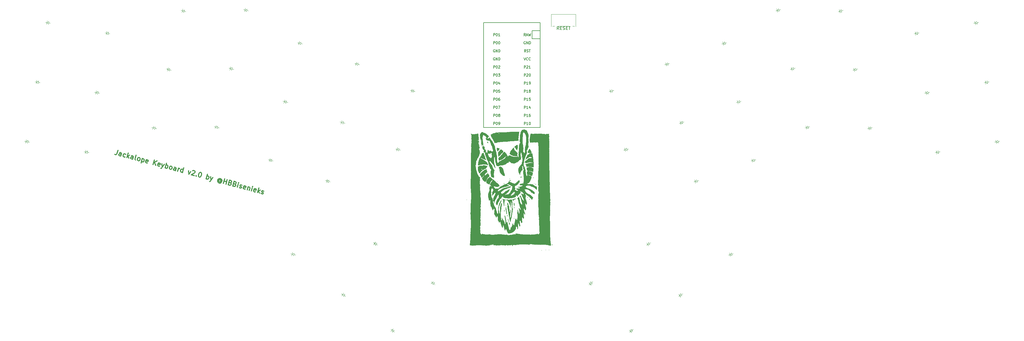
<source format=gbr>
%TF.GenerationSoftware,KiCad,Pcbnew,5.1.12-1.fc35*%
%TF.CreationDate,2022-03-13T18:38:46-07:00*%
%TF.ProjectId,jackalope_unibody,6a61636b-616c-46f7-9065-5f756e69626f,v1.0.0*%
%TF.SameCoordinates,Original*%
%TF.FileFunction,Legend,Top*%
%TF.FilePolarity,Positive*%
%FSLAX46Y46*%
G04 Gerber Fmt 4.6, Leading zero omitted, Abs format (unit mm)*
G04 Created by KiCad (PCBNEW 5.1.12-1.fc35) date 2022-03-13 18:38:46*
%MOMM*%
%LPD*%
G01*
G04 APERTURE LIST*
%ADD10C,0.300000*%
%ADD11C,0.010000*%
%ADD12C,0.120000*%
%ADD13C,0.100000*%
%ADD14C,0.150000*%
G04 APERTURE END LIST*
D10*
X26944349Y-12105826D02*
X26667043Y-13140746D01*
X26542587Y-13329243D01*
X26367624Y-13430259D01*
X26142152Y-13443792D01*
X26004163Y-13406818D01*
X27867020Y-13905969D02*
X28070378Y-13147027D01*
X28038357Y-12990551D01*
X27918855Y-12884582D01*
X27642876Y-12810634D01*
X27486400Y-12842654D01*
X27885507Y-13836974D02*
X27729031Y-13868995D01*
X27384057Y-13776559D01*
X27264555Y-13670591D01*
X27232534Y-13514114D01*
X27269508Y-13376125D01*
X27375477Y-13256622D01*
X27531954Y-13224602D01*
X27876927Y-13317037D01*
X28033404Y-13285017D01*
X29196406Y-14188229D02*
X29039930Y-14220249D01*
X28763951Y-14146301D01*
X28644449Y-14040332D01*
X28593941Y-13952850D01*
X28561921Y-13796374D01*
X28672843Y-13382406D01*
X28778812Y-13262903D01*
X28866294Y-13212396D01*
X29022770Y-13180375D01*
X29298749Y-13254323D01*
X29418251Y-13360292D01*
X29798872Y-14423607D02*
X30187100Y-12974718D01*
X30084758Y-13908624D02*
X30350829Y-14571504D01*
X30609648Y-13605578D02*
X29909794Y-14009639D01*
X31592734Y-14904271D02*
X31796092Y-14145329D01*
X31764071Y-13988853D01*
X31644569Y-13882884D01*
X31368590Y-13808936D01*
X31212114Y-13840956D01*
X31611221Y-14835276D02*
X31454745Y-14867297D01*
X31109771Y-14774861D01*
X30990269Y-14668893D01*
X30958248Y-14512416D01*
X30995222Y-14374427D01*
X31101191Y-14254924D01*
X31257668Y-14222904D01*
X31602641Y-14315339D01*
X31759118Y-14283319D01*
X32489665Y-15144603D02*
X32370163Y-15038634D01*
X32338142Y-14882158D01*
X32670909Y-13640253D01*
X33248607Y-15347961D02*
X33129104Y-15241992D01*
X33078597Y-15154510D01*
X33046576Y-14998034D01*
X33157499Y-14584065D01*
X33263468Y-14464563D01*
X33350949Y-14414056D01*
X33507426Y-14382035D01*
X33714410Y-14437496D01*
X33833912Y-14543465D01*
X33884420Y-14630947D01*
X33916440Y-14787423D01*
X33805518Y-15201391D01*
X33699549Y-15320894D01*
X33612067Y-15371401D01*
X33455591Y-15403422D01*
X33248607Y-15347961D01*
X34611341Y-14677828D02*
X34223112Y-16126717D01*
X34592854Y-14746823D02*
X34749330Y-14714802D01*
X35025309Y-14788751D01*
X35144812Y-14894719D01*
X35195319Y-14982201D01*
X35227340Y-15138678D01*
X35116417Y-15552646D01*
X35010448Y-15672148D01*
X34922967Y-15722656D01*
X34766490Y-15754676D01*
X34490511Y-15680728D01*
X34371009Y-15574759D01*
X36233866Y-16073910D02*
X36077390Y-16105931D01*
X35801411Y-16031983D01*
X35681908Y-15926014D01*
X35649888Y-15769537D01*
X35797784Y-15217580D01*
X35903753Y-15098077D01*
X36060230Y-15066057D01*
X36336209Y-15140005D01*
X36455711Y-15245974D01*
X36487731Y-15402450D01*
X36450757Y-15540440D01*
X35723836Y-15493558D01*
X38009241Y-16623569D02*
X38397470Y-15174680D01*
X38837178Y-16845414D02*
X38438070Y-15851094D01*
X39225406Y-15396525D02*
X38175625Y-16002617D01*
X40028575Y-17090699D02*
X39872098Y-17122720D01*
X39596119Y-17048772D01*
X39476617Y-16942803D01*
X39444596Y-16786326D01*
X39592493Y-16234369D01*
X39698462Y-16114866D01*
X39854938Y-16082846D01*
X40130917Y-16156794D01*
X40250420Y-16262763D01*
X40282440Y-16419239D01*
X40245466Y-16557229D01*
X39518545Y-16510348D01*
X40820864Y-16341665D02*
X40907019Y-17400026D01*
X41510811Y-16526536D02*
X40907019Y-17400026D01*
X40676594Y-17708025D01*
X40589112Y-17758533D01*
X40432636Y-17790554D01*
X41803950Y-17640358D02*
X42192178Y-16191469D01*
X42044282Y-16743427D02*
X42200758Y-16711406D01*
X42476737Y-16785355D01*
X42596239Y-16891324D01*
X42646747Y-16978805D01*
X42678768Y-17135282D01*
X42567845Y-17549250D01*
X42461876Y-17668752D01*
X42374394Y-17719260D01*
X42217918Y-17751280D01*
X41941939Y-17677332D01*
X41822437Y-17571363D01*
X43321833Y-18047074D02*
X43202331Y-17941105D01*
X43151823Y-17853623D01*
X43119803Y-17697147D01*
X43230725Y-17283178D01*
X43336694Y-17163676D01*
X43424176Y-17113168D01*
X43580652Y-17081148D01*
X43787636Y-17136609D01*
X43907139Y-17242578D01*
X43957646Y-17330060D01*
X43989667Y-17486536D01*
X43878744Y-17900504D01*
X43772776Y-18020007D01*
X43685294Y-18070514D01*
X43528817Y-18102535D01*
X43321833Y-18047074D01*
X45046701Y-18509251D02*
X45250059Y-17750309D01*
X45218038Y-17593832D01*
X45098536Y-17487863D01*
X44822557Y-17413915D01*
X44666080Y-17445936D01*
X45065188Y-18440256D02*
X44908711Y-18472276D01*
X44563738Y-18379841D01*
X44444236Y-18273872D01*
X44412215Y-18117396D01*
X44449189Y-17979406D01*
X44555158Y-17859904D01*
X44711634Y-17827883D01*
X45056608Y-17920319D01*
X45213084Y-17888298D01*
X45736648Y-18694121D02*
X45995467Y-17728195D01*
X45921519Y-18004174D02*
X46027487Y-17884672D01*
X46114969Y-17834164D01*
X46271446Y-17802144D01*
X46409435Y-17839118D01*
X47254531Y-19100837D02*
X47642760Y-17651948D01*
X47273018Y-19031842D02*
X47116542Y-19063863D01*
X46840563Y-18989914D01*
X46721061Y-18883946D01*
X46670553Y-18796464D01*
X46638533Y-18639987D01*
X46749455Y-18226019D01*
X46855424Y-18106517D01*
X46942906Y-18056009D01*
X47099382Y-18023989D01*
X47375361Y-18097937D01*
X47494863Y-18203906D01*
X49169223Y-18578601D02*
X49255378Y-19636962D01*
X49859170Y-18763472D01*
X50434568Y-18547908D02*
X50522050Y-18497400D01*
X50678527Y-18465379D01*
X51023500Y-18557815D01*
X51143003Y-18663784D01*
X51193510Y-18751265D01*
X51225531Y-18907742D01*
X51188557Y-19045731D01*
X51064101Y-19234228D01*
X50014319Y-19840320D01*
X50911250Y-20080652D01*
X51569177Y-20109046D02*
X51619685Y-20196528D01*
X51532203Y-20247036D01*
X51481695Y-20159554D01*
X51569177Y-20109046D01*
X51532203Y-20247036D01*
X52886357Y-19056966D02*
X53024347Y-19093940D01*
X53143849Y-19199909D01*
X53194357Y-19287391D01*
X53226377Y-19443867D01*
X53221423Y-19738333D01*
X53128988Y-20083307D01*
X52986045Y-20340798D01*
X52880076Y-20460301D01*
X52792594Y-20510808D01*
X52636118Y-20542829D01*
X52498129Y-20505855D01*
X52378626Y-20399886D01*
X52328119Y-20312404D01*
X52296098Y-20155927D01*
X52301052Y-19861462D01*
X52393487Y-19516488D01*
X52536430Y-19258996D01*
X52642399Y-19139494D01*
X52729881Y-19088986D01*
X52886357Y-19056966D01*
X54705959Y-21097441D02*
X55094188Y-19648552D01*
X54946291Y-20200510D02*
X55102767Y-20168489D01*
X55378746Y-20242438D01*
X55498249Y-20348406D01*
X55548756Y-20435888D01*
X55580777Y-20592365D01*
X55469854Y-21006333D01*
X55363886Y-21125835D01*
X55276404Y-21176343D01*
X55119927Y-21208363D01*
X54843948Y-21134415D01*
X54724446Y-21028446D01*
X56137688Y-20445795D02*
X56223842Y-21504157D01*
X56827635Y-20630666D02*
X56223842Y-21504157D01*
X55993418Y-21812156D01*
X55905936Y-21862664D01*
X55749459Y-21894684D01*
X59306491Y-21590667D02*
X59255983Y-21503185D01*
X59136481Y-21397216D01*
X58998491Y-21360242D01*
X58842015Y-21392263D01*
X58754533Y-21442770D01*
X58648564Y-21562272D01*
X58611590Y-21700262D01*
X58643611Y-21856738D01*
X58694118Y-21944220D01*
X58813621Y-22050189D01*
X58951610Y-22087163D01*
X59108086Y-22055143D01*
X59195568Y-22004635D01*
X59343465Y-21452677D02*
X59195568Y-22004635D01*
X59246076Y-22092117D01*
X59315071Y-22110604D01*
X59471547Y-22078583D01*
X59577516Y-21959081D01*
X59669951Y-21614107D01*
X59587423Y-21370149D01*
X59417413Y-21176699D01*
X59159921Y-21033756D01*
X58865456Y-21028802D01*
X58621497Y-21111330D01*
X58428047Y-21281340D01*
X58285104Y-21538832D01*
X58280150Y-21833298D01*
X58362678Y-22077256D01*
X58532688Y-22270707D01*
X58790180Y-22413650D01*
X59084646Y-22418603D01*
X59328604Y-22336075D01*
X60087546Y-22539433D02*
X60475774Y-21090544D01*
X60290904Y-21780491D02*
X61118840Y-22002336D01*
X60915482Y-22761278D02*
X61303711Y-21312389D01*
X62291750Y-22316616D02*
X62480247Y-22441072D01*
X62530755Y-22528554D01*
X62562775Y-22685030D01*
X62507314Y-22892015D01*
X62401345Y-23011517D01*
X62313863Y-23062025D01*
X62157387Y-23094045D01*
X61605429Y-22946148D01*
X61993658Y-21497260D01*
X62476621Y-21626669D01*
X62596123Y-21732638D01*
X62646631Y-21820120D01*
X62678651Y-21976596D01*
X62641677Y-22114586D01*
X62535708Y-22234088D01*
X62448226Y-22284596D01*
X62291750Y-22316616D01*
X61808787Y-22187207D01*
X63740639Y-22704845D02*
X63929136Y-22829301D01*
X63979643Y-22916783D01*
X64011664Y-23073259D01*
X63956203Y-23280243D01*
X63850234Y-23399745D01*
X63762752Y-23450253D01*
X63606276Y-23482274D01*
X63054318Y-23334377D01*
X63442547Y-21885488D01*
X63925509Y-22014898D01*
X64045012Y-22120867D01*
X64095519Y-22208348D01*
X64127540Y-22364825D01*
X64090566Y-22502814D01*
X63984597Y-22622317D01*
X63897115Y-22672824D01*
X63740639Y-22704845D01*
X63257676Y-22575435D01*
X64503207Y-23722606D02*
X64762026Y-22756680D01*
X64891435Y-22273717D02*
X64803953Y-22324224D01*
X64854461Y-22411706D01*
X64941943Y-22361199D01*
X64891435Y-22273717D01*
X64854461Y-22411706D01*
X65142646Y-23819995D02*
X65262148Y-23925963D01*
X65538127Y-23999912D01*
X65694604Y-23967891D01*
X65800573Y-23848389D01*
X65819060Y-23779394D01*
X65787039Y-23622918D01*
X65667537Y-23516949D01*
X65460553Y-23461488D01*
X65341050Y-23355519D01*
X65309030Y-23199042D01*
X65327517Y-23130048D01*
X65433486Y-23010545D01*
X65589962Y-22978525D01*
X65796946Y-23033986D01*
X65916449Y-23139955D01*
X66936508Y-24300659D02*
X66780032Y-24332679D01*
X66504053Y-24258731D01*
X66384551Y-24152762D01*
X66352530Y-23996285D01*
X66500427Y-23444328D01*
X66606396Y-23324825D01*
X66762872Y-23292805D01*
X67038851Y-23366753D01*
X67158353Y-23472722D01*
X67190374Y-23629199D01*
X67153400Y-23767188D01*
X66426478Y-23720307D01*
X67866787Y-23588598D02*
X67607968Y-24554524D01*
X67829813Y-23726588D02*
X67917295Y-23676080D01*
X68073771Y-23644059D01*
X68280756Y-23699521D01*
X68400258Y-23805489D01*
X68432278Y-23961966D01*
X68228921Y-24720908D01*
X68918868Y-24905778D02*
X69177687Y-23939853D01*
X69307096Y-23456890D02*
X69219614Y-23507397D01*
X69270122Y-23594879D01*
X69357604Y-23544371D01*
X69307096Y-23456890D01*
X69270122Y-23594879D01*
X70179259Y-25169551D02*
X70022783Y-25201572D01*
X69746804Y-25127623D01*
X69627302Y-25021654D01*
X69595281Y-24865178D01*
X69743178Y-24313220D01*
X69849147Y-24193718D01*
X70005623Y-24161697D01*
X70281602Y-24235646D01*
X70401104Y-24341615D01*
X70433125Y-24498091D01*
X70396151Y-24636080D01*
X69669229Y-24589199D01*
X70850719Y-25423416D02*
X71238948Y-23974528D01*
X71136605Y-24908433D02*
X71402677Y-25571313D01*
X71661496Y-24605387D02*
X70961642Y-25009448D01*
X71973122Y-25650215D02*
X72092624Y-25756184D01*
X72368603Y-25830132D01*
X72525079Y-25798112D01*
X72631048Y-25678609D01*
X72649535Y-25609615D01*
X72617515Y-25453138D01*
X72498012Y-25347169D01*
X72291028Y-25291708D01*
X72171526Y-25185739D01*
X72139505Y-25029263D01*
X72157992Y-24960268D01*
X72263961Y-24840766D01*
X72420438Y-24808745D01*
X72627422Y-24864206D01*
X72746924Y-24970175D01*
D11*
%TO.C,G\u002A\u002A\u002A*%
G36*
X154629257Y-6463909D02*
G01*
X154624240Y-6485636D01*
X154604892Y-6488274D01*
X154574810Y-6474902D01*
X154580528Y-6463909D01*
X154623900Y-6459535D01*
X154629257Y-6463909D01*
G37*
X154629257Y-6463909D02*
X154624240Y-6485636D01*
X154604892Y-6488274D01*
X154574810Y-6474902D01*
X154580528Y-6463909D01*
X154623900Y-6459535D01*
X154629257Y-6463909D01*
G36*
X151961343Y-27295564D02*
G01*
X151965717Y-27338936D01*
X151961343Y-27344293D01*
X151939616Y-27339276D01*
X151936979Y-27319928D01*
X151950351Y-27289846D01*
X151961343Y-27295564D01*
G37*
X151961343Y-27295564D02*
X151965717Y-27338936D01*
X151961343Y-27344293D01*
X151939616Y-27339276D01*
X151936979Y-27319928D01*
X151950351Y-27289846D01*
X151961343Y-27295564D01*
G36*
X147728219Y-27448319D02*
G01*
X147728455Y-27486288D01*
X147693403Y-27550383D01*
X147666654Y-27567800D01*
X147630343Y-27557005D01*
X147630107Y-27519036D01*
X147665158Y-27454941D01*
X147691908Y-27437525D01*
X147728219Y-27448319D01*
G37*
X147728219Y-27448319D02*
X147728455Y-27486288D01*
X147693403Y-27550383D01*
X147666654Y-27567800D01*
X147630343Y-27557005D01*
X147630107Y-27519036D01*
X147665158Y-27454941D01*
X147691908Y-27437525D01*
X147728219Y-27448319D01*
G36*
X148897555Y-27606772D02*
G01*
X148927722Y-27650105D01*
X148923971Y-27674828D01*
X148905737Y-27730830D01*
X148903597Y-27743205D01*
X148877594Y-27760472D01*
X148821341Y-27748446D01*
X148767473Y-27715088D01*
X148761435Y-27708518D01*
X148741034Y-27654158D01*
X148770601Y-27616521D01*
X148835789Y-27592006D01*
X148897555Y-27606772D01*
G37*
X148897555Y-27606772D02*
X148927722Y-27650105D01*
X148923971Y-27674828D01*
X148905737Y-27730830D01*
X148903597Y-27743205D01*
X148877594Y-27760472D01*
X148821341Y-27748446D01*
X148767473Y-27715088D01*
X148761435Y-27708518D01*
X148741034Y-27654158D01*
X148770601Y-27616521D01*
X148835789Y-27592006D01*
X148897555Y-27606772D01*
G36*
X151862651Y-27346869D02*
G01*
X151881893Y-27356045D01*
X151870442Y-27397329D01*
X151804541Y-27446574D01*
X151701061Y-27495729D01*
X151576869Y-27536745D01*
X151451933Y-27561215D01*
X151246075Y-27585410D01*
X151235196Y-27763639D01*
X151224317Y-27941867D01*
X151068882Y-27761037D01*
X150995095Y-27666263D01*
X150952295Y-27593086D01*
X150949523Y-27557911D01*
X151002835Y-27535670D01*
X151101025Y-27502484D01*
X151178051Y-27478863D01*
X151292096Y-27442284D01*
X151378128Y-27409343D01*
X151407051Y-27394245D01*
X151465045Y-27373197D01*
X151564169Y-27355959D01*
X151679857Y-27344508D01*
X151787540Y-27340819D01*
X151862651Y-27346869D01*
G37*
X151862651Y-27346869D02*
X151881893Y-27356045D01*
X151870442Y-27397329D01*
X151804541Y-27446574D01*
X151701061Y-27495729D01*
X151576869Y-27536745D01*
X151451933Y-27561215D01*
X151246075Y-27585410D01*
X151235196Y-27763639D01*
X151224317Y-27941867D01*
X151068882Y-27761037D01*
X150995095Y-27666263D01*
X150952295Y-27593086D01*
X150949523Y-27557911D01*
X151002835Y-27535670D01*
X151101025Y-27502484D01*
X151178051Y-27478863D01*
X151292096Y-27442284D01*
X151378128Y-27409343D01*
X151407051Y-27394245D01*
X151465045Y-27373197D01*
X151564169Y-27355959D01*
X151679857Y-27344508D01*
X151787540Y-27340819D01*
X151862651Y-27346869D01*
G36*
X145248716Y-28410933D02*
G01*
X145271533Y-28483650D01*
X145273848Y-28566845D01*
X145259331Y-28615712D01*
X145221077Y-28652933D01*
X145201213Y-28648815D01*
X145181745Y-28596989D01*
X145176203Y-28515400D01*
X145183404Y-28434408D01*
X145202168Y-28384373D01*
X145211678Y-28379784D01*
X145248716Y-28410933D01*
G37*
X145248716Y-28410933D02*
X145271533Y-28483650D01*
X145273848Y-28566845D01*
X145259331Y-28615712D01*
X145221077Y-28652933D01*
X145201213Y-28648815D01*
X145181745Y-28596989D01*
X145176203Y-28515400D01*
X145183404Y-28434408D01*
X145202168Y-28384373D01*
X145211678Y-28379784D01*
X145248716Y-28410933D01*
G36*
X148865989Y-29357811D02*
G01*
X148867051Y-29366547D01*
X148839239Y-29402032D01*
X148830504Y-29403094D01*
X148795019Y-29375283D01*
X148793957Y-29366547D01*
X148821768Y-29331062D01*
X148830504Y-29330000D01*
X148865989Y-29357811D01*
G37*
X148865989Y-29357811D02*
X148867051Y-29366547D01*
X148839239Y-29402032D01*
X148830504Y-29403094D01*
X148795019Y-29375283D01*
X148793957Y-29366547D01*
X148821768Y-29331062D01*
X148830504Y-29330000D01*
X148865989Y-29357811D01*
G36*
X151428033Y-28675768D02*
G01*
X151444865Y-28699425D01*
X151483255Y-28786010D01*
X151510511Y-28908754D01*
X151526200Y-29049791D01*
X151529888Y-29191257D01*
X151521141Y-29315287D01*
X151499526Y-29404015D01*
X151464609Y-29439576D01*
X151462831Y-29439641D01*
X151434159Y-29407784D01*
X151410086Y-29330158D01*
X151408398Y-29320864D01*
X151384478Y-29104013D01*
X151378395Y-28860024D01*
X151381447Y-28764530D01*
X151387830Y-28674264D01*
X151400349Y-28647766D01*
X151428033Y-28675768D01*
G37*
X151428033Y-28675768D02*
X151444865Y-28699425D01*
X151483255Y-28786010D01*
X151510511Y-28908754D01*
X151526200Y-29049791D01*
X151529888Y-29191257D01*
X151521141Y-29315287D01*
X151499526Y-29404015D01*
X151464609Y-29439576D01*
X151462831Y-29439641D01*
X151434159Y-29407784D01*
X151410086Y-29330158D01*
X151408398Y-29320864D01*
X151384478Y-29104013D01*
X151378395Y-28860024D01*
X151381447Y-28764530D01*
X151387830Y-28674264D01*
X151400349Y-28647766D01*
X151428033Y-28675768D01*
G36*
X148200072Y-27481253D02*
G01*
X148327904Y-27497509D01*
X148425113Y-27515786D01*
X148470379Y-27531984D01*
X148478156Y-27583033D01*
X148470900Y-27696267D01*
X148449760Y-27862591D01*
X148415883Y-28072908D01*
X148372491Y-28307526D01*
X148350396Y-28461024D01*
X148332822Y-28660552D01*
X148321733Y-28879091D01*
X148318849Y-29045441D01*
X148316032Y-29237184D01*
X148308167Y-29389897D01*
X148296135Y-29491951D01*
X148282044Y-29531167D01*
X148240235Y-29524844D01*
X148229316Y-29505914D01*
X148218924Y-29447786D01*
X148206266Y-29338934D01*
X148193880Y-29201569D01*
X148192501Y-29183813D01*
X148175654Y-28975325D01*
X148160875Y-28827858D01*
X148146249Y-28729448D01*
X148129861Y-28668131D01*
X148109796Y-28631943D01*
X148102936Y-28624361D01*
X148084434Y-28569743D01*
X148070784Y-28456210D01*
X148063386Y-28297856D01*
X148062472Y-28217151D01*
X148055608Y-28001380D01*
X148036925Y-27823414D01*
X148009256Y-27703669D01*
X147966927Y-27578074D01*
X147959065Y-27505300D01*
X147995808Y-27473527D01*
X148087297Y-27470937D01*
X148200072Y-27481253D01*
G37*
X148200072Y-27481253D02*
X148327904Y-27497509D01*
X148425113Y-27515786D01*
X148470379Y-27531984D01*
X148478156Y-27583033D01*
X148470900Y-27696267D01*
X148449760Y-27862591D01*
X148415883Y-28072908D01*
X148372491Y-28307526D01*
X148350396Y-28461024D01*
X148332822Y-28660552D01*
X148321733Y-28879091D01*
X148318849Y-29045441D01*
X148316032Y-29237184D01*
X148308167Y-29389897D01*
X148296135Y-29491951D01*
X148282044Y-29531167D01*
X148240235Y-29524844D01*
X148229316Y-29505914D01*
X148218924Y-29447786D01*
X148206266Y-29338934D01*
X148193880Y-29201569D01*
X148192501Y-29183813D01*
X148175654Y-28975325D01*
X148160875Y-28827858D01*
X148146249Y-28729448D01*
X148129861Y-28668131D01*
X148109796Y-28631943D01*
X148102936Y-28624361D01*
X148084434Y-28569743D01*
X148070784Y-28456210D01*
X148063386Y-28297856D01*
X148062472Y-28217151D01*
X148055608Y-28001380D01*
X148036925Y-27823414D01*
X148009256Y-27703669D01*
X147966927Y-27578074D01*
X147959065Y-27505300D01*
X147995808Y-27473527D01*
X148087297Y-27470937D01*
X148200072Y-27481253D01*
G36*
X151490907Y-29541899D02*
G01*
X151498418Y-29581514D01*
X151482109Y-29652373D01*
X151461871Y-29677195D01*
X151432834Y-29666303D01*
X151425324Y-29626688D01*
X151441633Y-29555829D01*
X151461871Y-29531008D01*
X151490907Y-29541899D01*
G37*
X151490907Y-29541899D02*
X151498418Y-29581514D01*
X151482109Y-29652373D01*
X151461871Y-29677195D01*
X151432834Y-29666303D01*
X151425324Y-29626688D01*
X151441633Y-29555829D01*
X151461871Y-29531008D01*
X151490907Y-29541899D01*
G36*
X150465800Y-27600012D02*
G01*
X150518934Y-27603746D01*
X150690673Y-27619367D01*
X150725268Y-27807705D01*
X150772667Y-28091464D01*
X150811120Y-28373395D01*
X150840133Y-28643987D01*
X150859211Y-28893730D01*
X150867860Y-29113114D01*
X150865586Y-29292629D01*
X150851895Y-29422763D01*
X150826293Y-29494008D01*
X150813391Y-29503645D01*
X150764786Y-29485820D01*
X150723421Y-29405597D01*
X150692593Y-29273563D01*
X150675598Y-29100305D01*
X150673996Y-29055900D01*
X150660166Y-28848342D01*
X150631539Y-28651981D01*
X150591555Y-28477088D01*
X150543654Y-28333934D01*
X150491275Y-28232789D01*
X150437856Y-28183924D01*
X150386837Y-28197610D01*
X150386659Y-28197788D01*
X150372915Y-28249595D01*
X150362890Y-28373889D01*
X150356582Y-28570799D01*
X150353986Y-28840452D01*
X150355097Y-29182976D01*
X150355116Y-29185414D01*
X150356698Y-29440100D01*
X150357310Y-29668941D01*
X150356991Y-29862334D01*
X150355782Y-30010676D01*
X150353724Y-30104363D01*
X150351115Y-30134029D01*
X150342772Y-30100574D01*
X150331235Y-30012168D01*
X150318783Y-29886746D01*
X150316851Y-29864354D01*
X150298338Y-29715027D01*
X150271549Y-29580973D01*
X150242224Y-29490806D01*
X150241703Y-29489750D01*
X150198420Y-29396159D01*
X150143642Y-29268815D01*
X150108783Y-29183813D01*
X150059293Y-29063194D01*
X150016275Y-28963228D01*
X149995835Y-28919345D01*
X149969065Y-28830207D01*
X149963453Y-28772359D01*
X149944149Y-28706838D01*
X149892253Y-28598902D01*
X149816789Y-28466227D01*
X149765146Y-28383935D01*
X149674752Y-28241204D01*
X149596035Y-28110110D01*
X149540408Y-28009981D01*
X149523986Y-27975583D01*
X149466923Y-27895049D01*
X149359836Y-27824820D01*
X149283027Y-27790018D01*
X149163651Y-27731205D01*
X149108142Y-27682824D01*
X149117882Y-27649398D01*
X149194253Y-27635446D01*
X149235931Y-27635954D01*
X149337741Y-27640320D01*
X149479981Y-27646380D01*
X149616259Y-27652162D01*
X149790753Y-27655292D01*
X149966253Y-27651258D01*
X150124071Y-27641231D01*
X150245520Y-27626383D01*
X150310648Y-27608626D01*
X150366505Y-27599505D01*
X150465800Y-27600012D01*
G37*
X150465800Y-27600012D02*
X150518934Y-27603746D01*
X150690673Y-27619367D01*
X150725268Y-27807705D01*
X150772667Y-28091464D01*
X150811120Y-28373395D01*
X150840133Y-28643987D01*
X150859211Y-28893730D01*
X150867860Y-29113114D01*
X150865586Y-29292629D01*
X150851895Y-29422763D01*
X150826293Y-29494008D01*
X150813391Y-29503645D01*
X150764786Y-29485820D01*
X150723421Y-29405597D01*
X150692593Y-29273563D01*
X150675598Y-29100305D01*
X150673996Y-29055900D01*
X150660166Y-28848342D01*
X150631539Y-28651981D01*
X150591555Y-28477088D01*
X150543654Y-28333934D01*
X150491275Y-28232789D01*
X150437856Y-28183924D01*
X150386837Y-28197610D01*
X150386659Y-28197788D01*
X150372915Y-28249595D01*
X150362890Y-28373889D01*
X150356582Y-28570799D01*
X150353986Y-28840452D01*
X150355097Y-29182976D01*
X150355116Y-29185414D01*
X150356698Y-29440100D01*
X150357310Y-29668941D01*
X150356991Y-29862334D01*
X150355782Y-30010676D01*
X150353724Y-30104363D01*
X150351115Y-30134029D01*
X150342772Y-30100574D01*
X150331235Y-30012168D01*
X150318783Y-29886746D01*
X150316851Y-29864354D01*
X150298338Y-29715027D01*
X150271549Y-29580973D01*
X150242224Y-29490806D01*
X150241703Y-29489750D01*
X150198420Y-29396159D01*
X150143642Y-29268815D01*
X150108783Y-29183813D01*
X150059293Y-29063194D01*
X150016275Y-28963228D01*
X149995835Y-28919345D01*
X149969065Y-28830207D01*
X149963453Y-28772359D01*
X149944149Y-28706838D01*
X149892253Y-28598902D01*
X149816789Y-28466227D01*
X149765146Y-28383935D01*
X149674752Y-28241204D01*
X149596035Y-28110110D01*
X149540408Y-28009981D01*
X149523986Y-27975583D01*
X149466923Y-27895049D01*
X149359836Y-27824820D01*
X149283027Y-27790018D01*
X149163651Y-27731205D01*
X149108142Y-27682824D01*
X149117882Y-27649398D01*
X149194253Y-27635446D01*
X149235931Y-27635954D01*
X149337741Y-27640320D01*
X149479981Y-27646380D01*
X149616259Y-27652162D01*
X149790753Y-27655292D01*
X149966253Y-27651258D01*
X150124071Y-27641231D01*
X150245520Y-27626383D01*
X150310648Y-27608626D01*
X150366505Y-27599505D01*
X150465800Y-27600012D01*
G36*
X151488177Y-30056156D02*
G01*
X151498415Y-30132693D01*
X151498418Y-30134029D01*
X151485221Y-30217673D01*
X151454119Y-30241107D01*
X151417846Y-30199187D01*
X151407154Y-30170903D01*
X151400695Y-30084358D01*
X151435990Y-30031237D01*
X151464028Y-30024389D01*
X151488177Y-30056156D01*
G37*
X151488177Y-30056156D02*
X151498415Y-30132693D01*
X151498418Y-30134029D01*
X151485221Y-30217673D01*
X151454119Y-30241107D01*
X151417846Y-30199187D01*
X151407154Y-30170903D01*
X151400695Y-30084358D01*
X151435990Y-30031237D01*
X151464028Y-30024389D01*
X151488177Y-30056156D01*
G36*
X147424202Y-27894197D02*
G01*
X147408365Y-27916111D01*
X147376026Y-27982723D01*
X147368633Y-28037289D01*
X147347924Y-28124823D01*
X147320413Y-28167030D01*
X147283602Y-28229459D01*
X147244389Y-28333704D01*
X147227023Y-28394865D01*
X147185898Y-28520371D01*
X147134300Y-28629558D01*
X147112022Y-28663183D01*
X147061533Y-28767140D01*
X147046452Y-28867383D01*
X147032545Y-28964428D01*
X146992921Y-29085098D01*
X146939165Y-29202170D01*
X146882860Y-29288422D01*
X146857501Y-29311404D01*
X146828936Y-29361989D01*
X146820432Y-29424671D01*
X146800639Y-29501639D01*
X146765612Y-29536065D01*
X146724473Y-29586591D01*
X146709497Y-29671968D01*
X146691245Y-29787415D01*
X146655971Y-29878202D01*
X146619289Y-29979246D01*
X146602517Y-30097743D01*
X146602446Y-30102144D01*
X146588218Y-30199913D01*
X146555092Y-30271458D01*
X146514291Y-30303086D01*
X146477040Y-30281103D01*
X146469231Y-30264681D01*
X146466556Y-30194701D01*
X146487450Y-30091020D01*
X146500328Y-30050421D01*
X146531654Y-29954673D01*
X146562299Y-29844073D01*
X146595820Y-29703868D01*
X146635774Y-29519307D01*
X146678423Y-29311727D01*
X146710849Y-29175086D01*
X146747760Y-29053411D01*
X146771626Y-28993758D01*
X146808382Y-28886063D01*
X146820432Y-28798026D01*
X146843718Y-28705805D01*
X146900865Y-28606090D01*
X146911799Y-28592400D01*
X146971195Y-28509683D01*
X147001974Y-28443130D01*
X147003166Y-28433633D01*
X147022494Y-28376625D01*
X147072015Y-28285056D01*
X147112806Y-28220993D01*
X147174498Y-28122783D01*
X147214268Y-28046420D01*
X147222446Y-28019577D01*
X147247217Y-27965397D01*
X147304542Y-27905481D01*
X147368938Y-27861702D01*
X147413899Y-27855245D01*
X147424202Y-27894197D01*
G37*
X147424202Y-27894197D02*
X147408365Y-27916111D01*
X147376026Y-27982723D01*
X147368633Y-28037289D01*
X147347924Y-28124823D01*
X147320413Y-28167030D01*
X147283602Y-28229459D01*
X147244389Y-28333704D01*
X147227023Y-28394865D01*
X147185898Y-28520371D01*
X147134300Y-28629558D01*
X147112022Y-28663183D01*
X147061533Y-28767140D01*
X147046452Y-28867383D01*
X147032545Y-28964428D01*
X146992921Y-29085098D01*
X146939165Y-29202170D01*
X146882860Y-29288422D01*
X146857501Y-29311404D01*
X146828936Y-29361989D01*
X146820432Y-29424671D01*
X146800639Y-29501639D01*
X146765612Y-29536065D01*
X146724473Y-29586591D01*
X146709497Y-29671968D01*
X146691245Y-29787415D01*
X146655971Y-29878202D01*
X146619289Y-29979246D01*
X146602517Y-30097743D01*
X146602446Y-30102144D01*
X146588218Y-30199913D01*
X146555092Y-30271458D01*
X146514291Y-30303086D01*
X146477040Y-30281103D01*
X146469231Y-30264681D01*
X146466556Y-30194701D01*
X146487450Y-30091020D01*
X146500328Y-30050421D01*
X146531654Y-29954673D01*
X146562299Y-29844073D01*
X146595820Y-29703868D01*
X146635774Y-29519307D01*
X146678423Y-29311727D01*
X146710849Y-29175086D01*
X146747760Y-29053411D01*
X146771626Y-28993758D01*
X146808382Y-28886063D01*
X146820432Y-28798026D01*
X146843718Y-28705805D01*
X146900865Y-28606090D01*
X146911799Y-28592400D01*
X146971195Y-28509683D01*
X147001974Y-28443130D01*
X147003166Y-28433633D01*
X147022494Y-28376625D01*
X147072015Y-28285056D01*
X147112806Y-28220993D01*
X147174498Y-28122783D01*
X147214268Y-28046420D01*
X147222446Y-28019577D01*
X147247217Y-27965397D01*
X147304542Y-27905481D01*
X147368938Y-27861702D01*
X147413899Y-27855245D01*
X147424202Y-27894197D01*
G36*
X148361691Y-31030784D02*
G01*
X148389018Y-31078779D01*
X148416346Y-31161574D01*
X148414177Y-31215014D01*
X148371272Y-31260341D01*
X148317481Y-31260199D01*
X148285664Y-31217636D01*
X148284871Y-31203022D01*
X148300397Y-31114586D01*
X148315678Y-31066787D01*
X148338931Y-31018913D01*
X148361691Y-31030784D01*
G37*
X148361691Y-31030784D02*
X148389018Y-31078779D01*
X148416346Y-31161574D01*
X148414177Y-31215014D01*
X148371272Y-31260341D01*
X148317481Y-31260199D01*
X148285664Y-31217636D01*
X148284871Y-31203022D01*
X148300397Y-31114586D01*
X148315678Y-31066787D01*
X148338931Y-31018913D01*
X148361691Y-31030784D01*
G36*
X148892706Y-30056426D02*
G01*
X148903436Y-30134768D01*
X148903597Y-30146849D01*
X148914146Y-30270026D01*
X148936710Y-30375266D01*
X148952065Y-30450741D01*
X148970504Y-30581782D01*
X148989880Y-30751047D01*
X149008047Y-30941195D01*
X149010882Y-30974605D01*
X149045223Y-31340653D01*
X149081579Y-31638463D01*
X149119727Y-31866515D01*
X149159445Y-32023291D01*
X149167103Y-32044769D01*
X149194750Y-32134427D01*
X149191073Y-32166741D01*
X149163130Y-32146568D01*
X149117984Y-32078767D01*
X149065764Y-31975047D01*
X149018055Y-31855062D01*
X148985274Y-31731519D01*
X148963135Y-31582261D01*
X148947354Y-31385132D01*
X148945439Y-31353001D01*
X148932387Y-31164416D01*
X148917032Y-31034058D01*
X148896432Y-30947060D01*
X148867643Y-30888559D01*
X148848777Y-30864816D01*
X148797872Y-30787247D01*
X148782622Y-30723974D01*
X148788381Y-30661605D01*
X148797739Y-30547193D01*
X148809009Y-30401598D01*
X148813313Y-30344173D01*
X148827412Y-30201614D01*
X148844957Y-30091785D01*
X148863004Y-30031196D01*
X148870331Y-30024389D01*
X148892706Y-30056426D01*
G37*
X148892706Y-30056426D02*
X148903436Y-30134768D01*
X148903597Y-30146849D01*
X148914146Y-30270026D01*
X148936710Y-30375266D01*
X148952065Y-30450741D01*
X148970504Y-30581782D01*
X148989880Y-30751047D01*
X149008047Y-30941195D01*
X149010882Y-30974605D01*
X149045223Y-31340653D01*
X149081579Y-31638463D01*
X149119727Y-31866515D01*
X149159445Y-32023291D01*
X149167103Y-32044769D01*
X149194750Y-32134427D01*
X149191073Y-32166741D01*
X149163130Y-32146568D01*
X149117984Y-32078767D01*
X149065764Y-31975047D01*
X149018055Y-31855062D01*
X148985274Y-31731519D01*
X148963135Y-31582261D01*
X148947354Y-31385132D01*
X148945439Y-31353001D01*
X148932387Y-31164416D01*
X148917032Y-31034058D01*
X148896432Y-30947060D01*
X148867643Y-30888559D01*
X148848777Y-30864816D01*
X148797872Y-30787247D01*
X148782622Y-30723974D01*
X148788381Y-30661605D01*
X148797739Y-30547193D01*
X148809009Y-30401598D01*
X148813313Y-30344173D01*
X148827412Y-30201614D01*
X148844957Y-30091785D01*
X148863004Y-30031196D01*
X148870331Y-30024389D01*
X148892706Y-30056426D01*
G36*
X149296365Y-32541330D02*
G01*
X149321136Y-32617580D01*
X149336581Y-32709766D01*
X149336645Y-32789335D01*
X149331839Y-32809118D01*
X149312131Y-32834304D01*
X149294756Y-32801943D01*
X149267030Y-32700204D01*
X149252777Y-32601900D01*
X149254148Y-32530831D01*
X149268323Y-32509569D01*
X149296365Y-32541330D01*
G37*
X149296365Y-32541330D02*
X149321136Y-32617580D01*
X149336581Y-32709766D01*
X149336645Y-32789335D01*
X149331839Y-32809118D01*
X149312131Y-32834304D01*
X149294756Y-32801943D01*
X149267030Y-32700204D01*
X149252777Y-32601900D01*
X149254148Y-32530831D01*
X149268323Y-32509569D01*
X149296365Y-32541330D01*
G36*
X151534964Y-33002950D02*
G01*
X151516691Y-33021223D01*
X151498418Y-33002950D01*
X151516691Y-32984677D01*
X151534964Y-33002950D01*
G37*
X151534964Y-33002950D02*
X151516691Y-33021223D01*
X151498418Y-33002950D01*
X151516691Y-32984677D01*
X151534964Y-33002950D01*
G36*
X151461489Y-33488942D02*
G01*
X151481606Y-33546916D01*
X151471535Y-33584125D01*
X151421088Y-33605035D01*
X151391437Y-33562473D01*
X151388777Y-33532878D01*
X151402460Y-33473466D01*
X151421414Y-33459784D01*
X151461489Y-33488942D01*
G37*
X151461489Y-33488942D02*
X151481606Y-33546916D01*
X151471535Y-33584125D01*
X151421088Y-33605035D01*
X151391437Y-33562473D01*
X151388777Y-33532878D01*
X151402460Y-33473466D01*
X151421414Y-33459784D01*
X151461489Y-33488942D01*
G36*
X149553319Y-33786421D02*
G01*
X149583419Y-33849480D01*
X149607057Y-33936114D01*
X149617940Y-34021694D01*
X149609772Y-34081589D01*
X149604277Y-34089407D01*
X149568103Y-34094560D01*
X149550193Y-34057348D01*
X149514123Y-33908789D01*
X149504196Y-33817832D01*
X149519437Y-33774200D01*
X149523053Y-33771569D01*
X149553319Y-33786421D01*
G37*
X149553319Y-33786421D02*
X149583419Y-33849480D01*
X149607057Y-33936114D01*
X149617940Y-34021694D01*
X149609772Y-34081589D01*
X149604277Y-34089407D01*
X149568103Y-34094560D01*
X149550193Y-34057348D01*
X149514123Y-33908789D01*
X149504196Y-33817832D01*
X149519437Y-33774200D01*
X149523053Y-33771569D01*
X149553319Y-33786421D01*
G36*
X149662828Y-34229293D02*
G01*
X149666723Y-34238782D01*
X149699502Y-34349787D01*
X149704947Y-34437024D01*
X149682582Y-34481094D01*
X149672735Y-34483094D01*
X149643597Y-34451175D01*
X149617420Y-34372783D01*
X149614216Y-34357142D01*
X149601645Y-34250197D01*
X149608326Y-34186998D01*
X149630105Y-34176910D01*
X149662828Y-34229293D01*
G37*
X149662828Y-34229293D02*
X149666723Y-34238782D01*
X149699502Y-34349787D01*
X149704947Y-34437024D01*
X149682582Y-34481094D01*
X149672735Y-34483094D01*
X149643597Y-34451175D01*
X149617420Y-34372783D01*
X149614216Y-34357142D01*
X149601645Y-34250197D01*
X149608326Y-34186998D01*
X149630105Y-34176910D01*
X149662828Y-34229293D01*
G36*
X149381201Y-28667450D02*
G01*
X149436403Y-28727455D01*
X149493547Y-28814246D01*
X149539494Y-28907505D01*
X149561103Y-28986913D01*
X149561439Y-28995277D01*
X149576653Y-29115985D01*
X149617317Y-29278388D01*
X149675965Y-29458919D01*
X149745133Y-29634010D01*
X149800238Y-29749119D01*
X149854458Y-29862186D01*
X149873118Y-29942248D01*
X149861552Y-30016883D01*
X149855565Y-30035072D01*
X149826930Y-30154710D01*
X149818744Y-30274067D01*
X149830963Y-30368359D01*
X149856240Y-30409630D01*
X149875332Y-30458114D01*
X149886411Y-30567663D01*
X149888387Y-30726580D01*
X149887928Y-30749844D01*
X149890348Y-30920228D01*
X149903315Y-31099239D01*
X149924325Y-31268670D01*
X149950875Y-31410310D01*
X149980462Y-31505953D01*
X149995245Y-31530439D01*
X150031245Y-31527685D01*
X150079466Y-31470212D01*
X150131870Y-31373535D01*
X150180422Y-31253166D01*
X150217085Y-31124619D01*
X150224304Y-31088264D01*
X150249919Y-30973200D01*
X150277515Y-30895787D01*
X150299310Y-30873368D01*
X150321114Y-30883486D01*
X150332549Y-30906009D01*
X150334340Y-30956413D01*
X150327213Y-31050178D01*
X150313851Y-31183674D01*
X150296750Y-31313796D01*
X150276423Y-31415965D01*
X150258112Y-31466400D01*
X150238029Y-31524187D01*
X150216123Y-31642789D01*
X150193651Y-31809993D01*
X150171868Y-32013584D01*
X150152031Y-32241351D01*
X150135398Y-32481079D01*
X150123223Y-32720554D01*
X150120045Y-32808408D01*
X150116046Y-33059586D01*
X150122780Y-33244325D01*
X150141117Y-33368612D01*
X150171932Y-33438433D01*
X150215016Y-33459784D01*
X150253547Y-33426097D01*
X150299962Y-33334344D01*
X150349725Y-33198491D01*
X150398303Y-33032504D01*
X150441160Y-32850348D01*
X150473760Y-32665989D01*
X150474522Y-32660640D01*
X150496431Y-32524030D01*
X150518786Y-32414219D01*
X150537110Y-32352873D01*
X150538701Y-32349993D01*
X150557605Y-32292483D01*
X150578245Y-32189047D01*
X150590192Y-32107554D01*
X150605999Y-31994168D01*
X150630808Y-31829876D01*
X150661345Y-31635830D01*
X150694337Y-31433181D01*
X150697660Y-31413166D01*
X150747848Y-31011717D01*
X150771324Y-30566281D01*
X150768415Y-30067384D01*
X150754989Y-29753856D01*
X150766195Y-29669837D01*
X150798545Y-29630816D01*
X150829176Y-29638030D01*
X150839889Y-29696414D01*
X150837353Y-29773435D01*
X150836302Y-29896903D01*
X150844326Y-30054156D01*
X150856231Y-30179713D01*
X150875272Y-30313202D01*
X150896448Y-30388699D01*
X150925731Y-30421201D01*
X150954474Y-30426403D01*
X150994659Y-30433887D01*
X151015908Y-30464177D01*
X151018535Y-30529035D01*
X151002853Y-30640218D01*
X150969174Y-30809488D01*
X150965177Y-30828418D01*
X150931159Y-31011464D01*
X150899388Y-31220017D01*
X150878273Y-31394892D01*
X150858402Y-31559465D01*
X150833133Y-31718700D01*
X150807665Y-31840179D01*
X150805685Y-31847624D01*
X150777080Y-31972988D01*
X150748383Y-32131163D01*
X150730963Y-32249639D01*
X150706365Y-32415736D01*
X150673088Y-32608209D01*
X150642404Y-32765396D01*
X150613568Y-32923391D01*
X150592900Y-33076119D01*
X150584795Y-33190995D01*
X150584792Y-33192664D01*
X150577590Y-33292366D01*
X150559619Y-33357063D01*
X150551899Y-33366133D01*
X150528962Y-33409202D01*
X150497647Y-33505161D01*
X150463894Y-33635222D01*
X150456324Y-33668371D01*
X150419217Y-33814885D01*
X150378922Y-33942449D01*
X150343343Y-34026461D01*
X150338968Y-34033685D01*
X150305682Y-34116326D01*
X150306950Y-34175990D01*
X150310115Y-34244167D01*
X150294139Y-34349402D01*
X150265996Y-34460482D01*
X150232660Y-34546194D01*
X150219820Y-34565933D01*
X150178200Y-34574353D01*
X150171161Y-34568979D01*
X150158268Y-34522089D01*
X150148967Y-34423912D01*
X150145385Y-34303406D01*
X150123098Y-34064793D01*
X150069479Y-33898346D01*
X150014153Y-33722481D01*
X149983514Y-33500131D01*
X149981123Y-33459784D01*
X149956952Y-33242506D01*
X149910011Y-33059405D01*
X149893509Y-33018079D01*
X149841762Y-32851758D01*
X149808472Y-32624818D01*
X149798936Y-32497044D01*
X149787015Y-32334503D01*
X149771831Y-32192173D01*
X149755837Y-32091012D01*
X149748009Y-32061627D01*
X149728500Y-31983834D01*
X149707553Y-31860705D01*
X149690716Y-31727710D01*
X149669909Y-31576210D01*
X149642340Y-31433915D01*
X149617840Y-31343969D01*
X149589822Y-31238023D01*
X149562738Y-31092676D01*
X149544454Y-30956331D01*
X149525628Y-30817274D01*
X149502476Y-30700100D01*
X149480374Y-30631085D01*
X149460754Y-30561220D01*
X149444109Y-30443083D01*
X149433875Y-30301494D01*
X149433550Y-30293073D01*
X149414067Y-30087153D01*
X149373302Y-29950287D01*
X149360811Y-29928471D01*
X149324965Y-29851934D01*
X149333153Y-29809648D01*
X149367753Y-29762628D01*
X149407734Y-29676068D01*
X149414758Y-29657210D01*
X149436988Y-29575220D01*
X149440710Y-29487987D01*
X149425120Y-29371739D01*
X149401147Y-29255195D01*
X149363166Y-29062866D01*
X149337843Y-28893294D01*
X149326514Y-28759828D01*
X149330515Y-28675822D01*
X149341083Y-28654550D01*
X149381201Y-28667450D01*
G37*
X149381201Y-28667450D02*
X149436403Y-28727455D01*
X149493547Y-28814246D01*
X149539494Y-28907505D01*
X149561103Y-28986913D01*
X149561439Y-28995277D01*
X149576653Y-29115985D01*
X149617317Y-29278388D01*
X149675965Y-29458919D01*
X149745133Y-29634010D01*
X149800238Y-29749119D01*
X149854458Y-29862186D01*
X149873118Y-29942248D01*
X149861552Y-30016883D01*
X149855565Y-30035072D01*
X149826930Y-30154710D01*
X149818744Y-30274067D01*
X149830963Y-30368359D01*
X149856240Y-30409630D01*
X149875332Y-30458114D01*
X149886411Y-30567663D01*
X149888387Y-30726580D01*
X149887928Y-30749844D01*
X149890348Y-30920228D01*
X149903315Y-31099239D01*
X149924325Y-31268670D01*
X149950875Y-31410310D01*
X149980462Y-31505953D01*
X149995245Y-31530439D01*
X150031245Y-31527685D01*
X150079466Y-31470212D01*
X150131870Y-31373535D01*
X150180422Y-31253166D01*
X150217085Y-31124619D01*
X150224304Y-31088264D01*
X150249919Y-30973200D01*
X150277515Y-30895787D01*
X150299310Y-30873368D01*
X150321114Y-30883486D01*
X150332549Y-30906009D01*
X150334340Y-30956413D01*
X150327213Y-31050178D01*
X150313851Y-31183674D01*
X150296750Y-31313796D01*
X150276423Y-31415965D01*
X150258112Y-31466400D01*
X150238029Y-31524187D01*
X150216123Y-31642789D01*
X150193651Y-31809993D01*
X150171868Y-32013584D01*
X150152031Y-32241351D01*
X150135398Y-32481079D01*
X150123223Y-32720554D01*
X150120045Y-32808408D01*
X150116046Y-33059586D01*
X150122780Y-33244325D01*
X150141117Y-33368612D01*
X150171932Y-33438433D01*
X150215016Y-33459784D01*
X150253547Y-33426097D01*
X150299962Y-33334344D01*
X150349725Y-33198491D01*
X150398303Y-33032504D01*
X150441160Y-32850348D01*
X150473760Y-32665989D01*
X150474522Y-32660640D01*
X150496431Y-32524030D01*
X150518786Y-32414219D01*
X150537110Y-32352873D01*
X150538701Y-32349993D01*
X150557605Y-32292483D01*
X150578245Y-32189047D01*
X150590192Y-32107554D01*
X150605999Y-31994168D01*
X150630808Y-31829876D01*
X150661345Y-31635830D01*
X150694337Y-31433181D01*
X150697660Y-31413166D01*
X150747848Y-31011717D01*
X150771324Y-30566281D01*
X150768415Y-30067384D01*
X150754989Y-29753856D01*
X150766195Y-29669837D01*
X150798545Y-29630816D01*
X150829176Y-29638030D01*
X150839889Y-29696414D01*
X150837353Y-29773435D01*
X150836302Y-29896903D01*
X150844326Y-30054156D01*
X150856231Y-30179713D01*
X150875272Y-30313202D01*
X150896448Y-30388699D01*
X150925731Y-30421201D01*
X150954474Y-30426403D01*
X150994659Y-30433887D01*
X151015908Y-30464177D01*
X151018535Y-30529035D01*
X151002853Y-30640218D01*
X150969174Y-30809488D01*
X150965177Y-30828418D01*
X150931159Y-31011464D01*
X150899388Y-31220017D01*
X150878273Y-31394892D01*
X150858402Y-31559465D01*
X150833133Y-31718700D01*
X150807665Y-31840179D01*
X150805685Y-31847624D01*
X150777080Y-31972988D01*
X150748383Y-32131163D01*
X150730963Y-32249639D01*
X150706365Y-32415736D01*
X150673088Y-32608209D01*
X150642404Y-32765396D01*
X150613568Y-32923391D01*
X150592900Y-33076119D01*
X150584795Y-33190995D01*
X150584792Y-33192664D01*
X150577590Y-33292366D01*
X150559619Y-33357063D01*
X150551899Y-33366133D01*
X150528962Y-33409202D01*
X150497647Y-33505161D01*
X150463894Y-33635222D01*
X150456324Y-33668371D01*
X150419217Y-33814885D01*
X150378922Y-33942449D01*
X150343343Y-34026461D01*
X150338968Y-34033685D01*
X150305682Y-34116326D01*
X150306950Y-34175990D01*
X150310115Y-34244167D01*
X150294139Y-34349402D01*
X150265996Y-34460482D01*
X150232660Y-34546194D01*
X150219820Y-34565933D01*
X150178200Y-34574353D01*
X150171161Y-34568979D01*
X150158268Y-34522089D01*
X150148967Y-34423912D01*
X150145385Y-34303406D01*
X150123098Y-34064793D01*
X150069479Y-33898346D01*
X150014153Y-33722481D01*
X149983514Y-33500131D01*
X149981123Y-33459784D01*
X149956952Y-33242506D01*
X149910011Y-33059405D01*
X149893509Y-33018079D01*
X149841762Y-32851758D01*
X149808472Y-32624818D01*
X149798936Y-32497044D01*
X149787015Y-32334503D01*
X149771831Y-32192173D01*
X149755837Y-32091012D01*
X149748009Y-32061627D01*
X149728500Y-31983834D01*
X149707553Y-31860705D01*
X149690716Y-31727710D01*
X149669909Y-31576210D01*
X149642340Y-31433915D01*
X149617840Y-31343969D01*
X149589822Y-31238023D01*
X149562738Y-31092676D01*
X149544454Y-30956331D01*
X149525628Y-30817274D01*
X149502476Y-30700100D01*
X149480374Y-30631085D01*
X149460754Y-30561220D01*
X149444109Y-30443083D01*
X149433875Y-30301494D01*
X149433550Y-30293073D01*
X149414067Y-30087153D01*
X149373302Y-29950287D01*
X149360811Y-29928471D01*
X149324965Y-29851934D01*
X149333153Y-29809648D01*
X149367753Y-29762628D01*
X149407734Y-29676068D01*
X149414758Y-29657210D01*
X149436988Y-29575220D01*
X149440710Y-29487987D01*
X149425120Y-29371739D01*
X149401147Y-29255195D01*
X149363166Y-29062866D01*
X149337843Y-28893294D01*
X149326514Y-28759828D01*
X149330515Y-28675822D01*
X149341083Y-28654550D01*
X149381201Y-28667450D01*
G36*
X149727595Y-34575706D02*
G01*
X149744173Y-34611008D01*
X149774546Y-34696401D01*
X149767405Y-34733633D01*
X149744173Y-34738921D01*
X149718478Y-34707456D01*
X149710195Y-34638418D01*
X149714637Y-34573410D01*
X149727595Y-34575706D01*
G37*
X149727595Y-34575706D02*
X149744173Y-34611008D01*
X149774546Y-34696401D01*
X149767405Y-34733633D01*
X149744173Y-34738921D01*
X149718478Y-34707456D01*
X149710195Y-34638418D01*
X149714637Y-34573410D01*
X149727595Y-34575706D01*
G36*
X149850774Y-34839040D02*
G01*
X149917275Y-34905824D01*
X149988273Y-34990930D01*
X150046027Y-35072921D01*
X150072802Y-35130360D01*
X150073094Y-35134198D01*
X150062432Y-35212318D01*
X150036252Y-35309829D01*
X150003265Y-35401034D01*
X149972179Y-35460238D01*
X149959325Y-35469856D01*
X149935333Y-35437731D01*
X149912198Y-35358023D01*
X149907525Y-35332806D01*
X149883645Y-35214320D01*
X149856154Y-35110878D01*
X149854019Y-35104389D01*
X149815207Y-34972930D01*
X149795886Y-34871991D01*
X149798622Y-34817362D01*
X149806505Y-34812015D01*
X149850774Y-34839040D01*
G37*
X149850774Y-34839040D02*
X149917275Y-34905824D01*
X149988273Y-34990930D01*
X150046027Y-35072921D01*
X150072802Y-35130360D01*
X150073094Y-35134198D01*
X150062432Y-35212318D01*
X150036252Y-35309829D01*
X150003265Y-35401034D01*
X149972179Y-35460238D01*
X149959325Y-35469856D01*
X149935333Y-35437731D01*
X149912198Y-35358023D01*
X149907525Y-35332806D01*
X149883645Y-35214320D01*
X149856154Y-35110878D01*
X149854019Y-35104389D01*
X149815207Y-34972930D01*
X149795886Y-34871991D01*
X149798622Y-34817362D01*
X149806505Y-34812015D01*
X149850774Y-34839040D01*
G36*
X141070408Y-9022183D02*
G01*
X141074782Y-9065555D01*
X141070408Y-9070912D01*
X141048681Y-9065895D01*
X141046043Y-9046547D01*
X141059415Y-9016465D01*
X141070408Y-9022183D01*
G37*
X141070408Y-9022183D02*
X141074782Y-9065555D01*
X141070408Y-9070912D01*
X141048681Y-9065895D01*
X141046043Y-9046547D01*
X141059415Y-9016465D01*
X141070408Y-9022183D01*
G36*
X141082590Y-9430288D02*
G01*
X141064317Y-9448561D01*
X141046043Y-9430288D01*
X141064317Y-9412015D01*
X141082590Y-9430288D01*
G37*
X141082590Y-9430288D02*
X141064317Y-9448561D01*
X141046043Y-9430288D01*
X141064317Y-9412015D01*
X141082590Y-9430288D01*
G36*
X140386527Y-9408885D02*
G01*
X140405598Y-9466541D01*
X140393398Y-9485108D01*
X140353031Y-9455783D01*
X140336431Y-9425057D01*
X140323680Y-9360811D01*
X140345884Y-9354801D01*
X140386527Y-9408885D01*
G37*
X140386527Y-9408885D02*
X140405598Y-9466541D01*
X140393398Y-9485108D01*
X140353031Y-9455783D01*
X140336431Y-9425057D01*
X140323680Y-9360811D01*
X140345884Y-9354801D01*
X140386527Y-9408885D01*
G36*
X143053361Y-9392867D02*
G01*
X143119761Y-9430518D01*
X143114480Y-9481090D01*
X143076937Y-9519540D01*
X143030245Y-9539650D01*
X142990708Y-9498859D01*
X142982610Y-9484338D01*
X142955835Y-9408517D01*
X142984102Y-9380485D01*
X143053361Y-9392867D01*
G37*
X143053361Y-9392867D02*
X143119761Y-9430518D01*
X143114480Y-9481090D01*
X143076937Y-9519540D01*
X143030245Y-9539650D01*
X142990708Y-9498859D01*
X142982610Y-9484338D01*
X142955835Y-9408517D01*
X142984102Y-9380485D01*
X143053361Y-9392867D01*
G36*
X152997273Y-6559291D02*
G01*
X152963655Y-6701651D01*
X152929398Y-6819059D01*
X152900781Y-6890596D01*
X152895413Y-6898659D01*
X152878947Y-6953922D01*
X152863754Y-7072934D01*
X152850660Y-7246354D01*
X152840492Y-7464840D01*
X152837803Y-7549335D01*
X152828339Y-7806087D01*
X152815898Y-7998508D01*
X152799585Y-8135330D01*
X152778508Y-8225286D01*
X152765494Y-8256202D01*
X152730572Y-8341108D01*
X152722491Y-8401185D01*
X152722825Y-8402389D01*
X152732126Y-8457456D01*
X152744579Y-8562915D01*
X152757539Y-8696294D01*
X152757942Y-8700875D01*
X152780480Y-8958225D01*
X152550600Y-9010673D01*
X152418580Y-9037112D01*
X152306651Y-9053075D01*
X152247626Y-9055374D01*
X152119708Y-9046501D01*
X151968584Y-9042771D01*
X151816839Y-9043918D01*
X151687058Y-9049677D01*
X151601824Y-9059785D01*
X151589784Y-9063079D01*
X151490294Y-9099023D01*
X151443597Y-9116222D01*
X151354393Y-9129103D01*
X151260864Y-9121476D01*
X151160201Y-9110403D01*
X151025626Y-9106579D01*
X150950216Y-9108214D01*
X150817677Y-9113132D01*
X150644148Y-9118500D01*
X150461719Y-9123345D01*
X150414673Y-9124447D01*
X150253472Y-9130214D01*
X150154365Y-9139999D01*
X150106382Y-9155822D01*
X150098551Y-9179706D01*
X150099511Y-9182505D01*
X150097887Y-9214802D01*
X150046041Y-9214004D01*
X150014413Y-9206773D01*
X149951959Y-9191971D01*
X149900285Y-9186124D01*
X149839092Y-9190892D01*
X149748080Y-9207934D01*
X149606948Y-9238911D01*
X149598567Y-9240777D01*
X149470050Y-9265220D01*
X149366640Y-9277372D01*
X149313573Y-9275087D01*
X149256581Y-9286142D01*
X149218033Y-9321647D01*
X149158375Y-9364919D01*
X149120613Y-9355795D01*
X149047954Y-9334875D01*
X148925872Y-9322094D01*
X148777630Y-9317896D01*
X148626492Y-9322726D01*
X148495722Y-9337031D01*
X148463990Y-9343225D01*
X148350888Y-9358453D01*
X148248657Y-9355594D01*
X148176422Y-9337434D01*
X148153311Y-9306758D01*
X148156798Y-9298476D01*
X148151834Y-9267619D01*
X148141318Y-9265828D01*
X148097841Y-9294454D01*
X148091900Y-9307107D01*
X148049827Y-9330223D01*
X147950400Y-9348659D01*
X147815677Y-9359199D01*
X147681752Y-9367245D01*
X147576442Y-9378236D01*
X147521225Y-9389888D01*
X147519795Y-9390667D01*
X147466502Y-9396728D01*
X147370026Y-9388332D01*
X147317710Y-9379811D01*
X147189627Y-9365640D01*
X147090638Y-9384040D01*
X147030422Y-9411878D01*
X146945294Y-9455036D01*
X146889147Y-9479058D01*
X146884389Y-9480282D01*
X146829569Y-9490688D01*
X146776417Y-9495271D01*
X146658892Y-9501402D01*
X146485685Y-9508683D01*
X146265492Y-9516718D01*
X146242009Y-9517521D01*
X146108732Y-9555138D01*
X146010781Y-9631295D01*
X145930592Y-9708124D01*
X145888236Y-9735805D01*
X145872118Y-9719036D01*
X145870216Y-9688272D01*
X145852705Y-9629351D01*
X145795757Y-9617997D01*
X145692747Y-9654138D01*
X145629989Y-9685671D01*
X145481704Y-9755600D01*
X145380818Y-9778117D01*
X145317834Y-9751695D01*
X145283259Y-9674810D01*
X145275134Y-9628682D01*
X145241283Y-9503882D01*
X145224410Y-9466835D01*
X146016403Y-9466835D01*
X146034677Y-9485108D01*
X146052950Y-9466835D01*
X146034677Y-9448561D01*
X146016403Y-9466835D01*
X145224410Y-9466835D01*
X145180548Y-9370533D01*
X145156468Y-9330724D01*
X145109228Y-9247554D01*
X148611223Y-9247554D01*
X148629497Y-9265828D01*
X148647770Y-9247554D01*
X148629497Y-9229281D01*
X148611223Y-9247554D01*
X145109228Y-9247554D01*
X145096405Y-9224980D01*
X145058652Y-9130055D01*
X145052837Y-9099290D01*
X145038746Y-9042392D01*
X145019477Y-9034572D01*
X144991647Y-9012905D01*
X144945195Y-8939371D01*
X144889825Y-8829487D01*
X144885905Y-8820921D01*
X144851549Y-8754173D01*
X150310648Y-8754173D01*
X150313545Y-8787850D01*
X150326764Y-8790720D01*
X150363981Y-8764190D01*
X150365468Y-8754173D01*
X150438561Y-8754173D01*
X150451933Y-8784255D01*
X150462926Y-8778537D01*
X150467300Y-8735165D01*
X150462926Y-8729808D01*
X150441199Y-8734825D01*
X150438561Y-8754173D01*
X150365468Y-8754173D01*
X150352999Y-8718576D01*
X150349351Y-8717626D01*
X150318149Y-8743236D01*
X150310648Y-8754173D01*
X144851549Y-8754173D01*
X144823332Y-8699353D01*
X151681151Y-8699353D01*
X151699425Y-8717626D01*
X151717698Y-8699353D01*
X151699425Y-8681079D01*
X151681151Y-8699353D01*
X144823332Y-8699353D01*
X144817471Y-8687968D01*
X144801571Y-8662806D01*
X149159425Y-8662806D01*
X149177698Y-8681079D01*
X149195971Y-8662806D01*
X149177698Y-8644533D01*
X149159425Y-8662806D01*
X144801571Y-8662806D01*
X144743309Y-8570611D01*
X144685924Y-8501112D01*
X144617451Y-8409753D01*
X144590580Y-8318378D01*
X144578611Y-8203815D01*
X148976691Y-8203815D01*
X148991602Y-8264363D01*
X149013238Y-8279065D01*
X149046017Y-8249620D01*
X149049784Y-8226402D01*
X149027511Y-8164179D01*
X149013238Y-8151151D01*
X148984472Y-8162341D01*
X148976691Y-8203815D01*
X144578611Y-8203815D01*
X144575165Y-8170837D01*
X144532259Y-8083282D01*
X144477177Y-8059784D01*
X144420172Y-8041933D01*
X144408346Y-8019328D01*
X144381761Y-7994890D01*
X144353525Y-7999907D01*
X144315214Y-7997331D01*
X144299930Y-7941030D01*
X144298705Y-7898725D01*
X144292761Y-7858777D01*
X149122878Y-7858777D01*
X149141151Y-7877051D01*
X149159425Y-7858777D01*
X149141151Y-7840504D01*
X149122878Y-7858777D01*
X144292761Y-7858777D01*
X144283699Y-7797887D01*
X144245657Y-7668246D01*
X146387762Y-7668246D01*
X146396654Y-7688670D01*
X146433453Y-7727905D01*
X146454609Y-7719856D01*
X146454964Y-7714747D01*
X146429006Y-7683835D01*
X146412771Y-7672554D01*
X146387762Y-7668246D01*
X144245657Y-7668246D01*
X144244984Y-7665954D01*
X144207578Y-7570520D01*
X144274721Y-7570520D01*
X144280432Y-7584677D01*
X144313273Y-7619542D01*
X144319136Y-7621223D01*
X144334833Y-7592947D01*
X144335252Y-7584677D01*
X144320643Y-7566403D01*
X149305612Y-7566403D01*
X149323885Y-7584677D01*
X149342159Y-7566403D01*
X149323885Y-7548130D01*
X149305612Y-7566403D01*
X144320643Y-7566403D01*
X144307157Y-7549534D01*
X144296548Y-7548130D01*
X144274721Y-7570520D01*
X144207578Y-7570520D01*
X144207338Y-7569909D01*
X144156968Y-7432854D01*
X144123783Y-7298166D01*
X144115971Y-7224497D01*
X144119994Y-7134731D01*
X144143343Y-7099078D01*
X144202940Y-7098598D01*
X144225612Y-7101773D01*
X144304952Y-7104022D01*
X144333763Y-7073170D01*
X144335252Y-7054898D01*
X144349946Y-7013371D01*
X144406294Y-7002303D01*
X144463166Y-7006865D01*
X144557287Y-7006883D01*
X144565936Y-6999928D01*
X145248921Y-6999928D01*
X145262293Y-7030010D01*
X145268624Y-7026717D01*
X146655283Y-7026717D01*
X146661029Y-7054749D01*
X146686969Y-7102835D01*
X146696428Y-7109569D01*
X146709204Y-7079725D01*
X146710792Y-7054749D01*
X146691665Y-7006104D01*
X146675392Y-6999928D01*
X146655283Y-7026717D01*
X145268624Y-7026717D01*
X145273286Y-7024293D01*
X145277585Y-6981655D01*
X146126043Y-6981655D01*
X146144317Y-6999928D01*
X146162590Y-6981655D01*
X146144317Y-6963382D01*
X146126043Y-6981655D01*
X145277585Y-6981655D01*
X145277660Y-6980920D01*
X145273286Y-6975564D01*
X145251559Y-6980581D01*
X145248921Y-6999928D01*
X144565936Y-6999928D01*
X144591073Y-6979716D01*
X144591079Y-6979173D01*
X144619225Y-6935064D01*
X144688371Y-6875594D01*
X144747227Y-6835468D01*
X145650936Y-6835468D01*
X145669209Y-6853741D01*
X145687482Y-6835468D01*
X145669209Y-6817195D01*
X145650936Y-6835468D01*
X144747227Y-6835468D01*
X144775578Y-6816140D01*
X144807139Y-6799248D01*
X145742786Y-6799248D01*
X145749753Y-6852805D01*
X145750752Y-6856671D01*
X145772426Y-6905659D01*
X145777632Y-6902470D01*
X146211319Y-6902470D01*
X146216336Y-6924197D01*
X146235684Y-6926835D01*
X146265766Y-6913463D01*
X146262095Y-6906405D01*
X146528058Y-6906405D01*
X146547139Y-6956408D01*
X146564605Y-6963382D01*
X146600105Y-6937151D01*
X146601151Y-6928992D01*
X146574586Y-6879495D01*
X146564605Y-6872015D01*
X146533317Y-6880300D01*
X146528058Y-6906405D01*
X146262095Y-6906405D01*
X146260048Y-6902470D01*
X146216676Y-6898096D01*
X146211319Y-6902470D01*
X145777632Y-6902470D01*
X145789366Y-6895284D01*
X145781295Y-6829083D01*
X145766732Y-6808732D01*
X145742786Y-6799248D01*
X144807139Y-6799248D01*
X144857907Y-6772077D01*
X144912420Y-6758783D01*
X144917139Y-6760606D01*
X144963201Y-6753366D01*
X144989442Y-6730228D01*
X145001179Y-6724459D01*
X146527715Y-6724459D01*
X146560633Y-6783953D01*
X146637698Y-6828382D01*
X146713319Y-6864846D01*
X146747206Y-6896843D01*
X146747338Y-6898301D01*
X146775372Y-6926048D01*
X146783885Y-6926835D01*
X146808094Y-6894720D01*
X146820135Y-6815805D01*
X146820137Y-6815654D01*
X146916306Y-6815654D01*
X146916367Y-6817195D01*
X146921636Y-6910764D01*
X146932100Y-6952356D01*
X146955564Y-6963042D01*
X146970529Y-6963382D01*
X146994347Y-6936568D01*
X146988802Y-6905572D01*
X146981325Y-6872015D01*
X147112806Y-6872015D01*
X147131079Y-6890288D01*
X147149353Y-6872015D01*
X147131079Y-6853741D01*
X147112806Y-6872015D01*
X146981325Y-6872015D01*
X146969326Y-6818168D01*
X146966619Y-6777659D01*
X146954672Y-6719859D01*
X146939209Y-6707554D01*
X146921299Y-6739254D01*
X146916306Y-6815654D01*
X146820137Y-6815654D01*
X146820432Y-6799617D01*
X146810708Y-6708664D01*
X146771256Y-6664030D01*
X146729147Y-6649489D01*
X146619855Y-6641806D01*
X146550083Y-6671936D01*
X146527715Y-6724459D01*
X145001179Y-6724459D01*
X145054504Y-6698250D01*
X145175522Y-6680872D01*
X145236438Y-6678763D01*
X145396369Y-6665020D01*
X145511356Y-6623049D01*
X145545117Y-6600867D01*
X145639120Y-6545724D01*
X145715958Y-6525478D01*
X145757617Y-6543685D01*
X145760576Y-6558322D01*
X145732338Y-6602049D01*
X145714892Y-6612497D01*
X145705718Y-6625495D01*
X145738850Y-6624680D01*
X145801418Y-6587239D01*
X145818338Y-6548882D01*
X145836619Y-6481213D01*
X145875689Y-6464157D01*
X145953364Y-6493169D01*
X145981310Y-6507299D01*
X146063853Y-6539113D01*
X146116956Y-6539749D01*
X146121757Y-6535473D01*
X146168654Y-6516657D01*
X146255869Y-6506547D01*
X148209209Y-6506547D01*
X148227482Y-6524820D01*
X148245756Y-6506547D01*
X148227482Y-6488274D01*
X148209209Y-6506547D01*
X146255869Y-6506547D01*
X146262434Y-6505786D01*
X146321405Y-6504616D01*
X146427778Y-6500737D01*
X146499463Y-6488699D01*
X146514866Y-6480054D01*
X146557806Y-6468021D01*
X146646006Y-6469452D01*
X146684972Y-6473625D01*
X146803155Y-6479540D01*
X146957498Y-6474919D01*
X147094533Y-6462897D01*
X147253308Y-6450263D01*
X147409950Y-6448262D01*
X147514820Y-6455610D01*
X147621819Y-6464308D01*
X147699189Y-6458741D01*
X147715828Y-6452192D01*
X147769761Y-6441479D01*
X147870981Y-6441866D01*
X147962430Y-6449551D01*
X148080668Y-6458468D01*
X148168368Y-6456323D01*
X148199983Y-6447433D01*
X148245632Y-6435806D01*
X148348390Y-6424464D01*
X148492281Y-6414815D01*
X148635941Y-6408970D01*
X149044400Y-6396907D01*
X149026962Y-6506547D01*
X149018586Y-6569444D01*
X149026518Y-6577856D01*
X149057952Y-6527925D01*
X149088117Y-6473738D01*
X149094558Y-6463909D01*
X151291319Y-6463909D01*
X151296336Y-6485636D01*
X151315684Y-6488274D01*
X151345766Y-6474902D01*
X151340048Y-6463909D01*
X151296676Y-6459535D01*
X151291319Y-6463909D01*
X149094558Y-6463909D01*
X149145417Y-6386306D01*
X149184249Y-6366684D01*
X149195046Y-6377136D01*
X149230841Y-6400075D01*
X149245031Y-6387954D01*
X149288809Y-6372087D01*
X149388291Y-6358577D01*
X149526086Y-6349388D01*
X149608105Y-6346951D01*
X149774215Y-6340607D01*
X149925983Y-6328769D01*
X150039040Y-6313561D01*
X150068600Y-6306829D01*
X150194332Y-6293259D01*
X150308289Y-6318489D01*
X150382280Y-6376269D01*
X150382348Y-6376379D01*
X150432098Y-6413298D01*
X150445193Y-6415180D01*
X150460323Y-6394518D01*
X150438561Y-6360360D01*
X150418177Y-6323096D01*
X150449072Y-6306207D01*
X150516317Y-6301212D01*
X150611399Y-6300571D01*
X150674107Y-6304912D01*
X150676115Y-6305335D01*
X150702920Y-6307762D01*
X150761848Y-6309020D01*
X150859492Y-6309044D01*
X151002446Y-6307772D01*
X151197301Y-6305142D01*
X151450649Y-6301090D01*
X151769084Y-6295553D01*
X151845612Y-6294181D01*
X151975588Y-6294512D01*
X152125841Y-6298496D01*
X152174533Y-6300616D01*
X152295163Y-6302491D01*
X152459909Y-6299699D01*
X152639985Y-6292854D01*
X152707925Y-6289232D01*
X153058583Y-6268783D01*
X152997273Y-6559291D01*
G37*
X152997273Y-6559291D02*
X152963655Y-6701651D01*
X152929398Y-6819059D01*
X152900781Y-6890596D01*
X152895413Y-6898659D01*
X152878947Y-6953922D01*
X152863754Y-7072934D01*
X152850660Y-7246354D01*
X152840492Y-7464840D01*
X152837803Y-7549335D01*
X152828339Y-7806087D01*
X152815898Y-7998508D01*
X152799585Y-8135330D01*
X152778508Y-8225286D01*
X152765494Y-8256202D01*
X152730572Y-8341108D01*
X152722491Y-8401185D01*
X152722825Y-8402389D01*
X152732126Y-8457456D01*
X152744579Y-8562915D01*
X152757539Y-8696294D01*
X152757942Y-8700875D01*
X152780480Y-8958225D01*
X152550600Y-9010673D01*
X152418580Y-9037112D01*
X152306651Y-9053075D01*
X152247626Y-9055374D01*
X152119708Y-9046501D01*
X151968584Y-9042771D01*
X151816839Y-9043918D01*
X151687058Y-9049677D01*
X151601824Y-9059785D01*
X151589784Y-9063079D01*
X151490294Y-9099023D01*
X151443597Y-9116222D01*
X151354393Y-9129103D01*
X151260864Y-9121476D01*
X151160201Y-9110403D01*
X151025626Y-9106579D01*
X150950216Y-9108214D01*
X150817677Y-9113132D01*
X150644148Y-9118500D01*
X150461719Y-9123345D01*
X150414673Y-9124447D01*
X150253472Y-9130214D01*
X150154365Y-9139999D01*
X150106382Y-9155822D01*
X150098551Y-9179706D01*
X150099511Y-9182505D01*
X150097887Y-9214802D01*
X150046041Y-9214004D01*
X150014413Y-9206773D01*
X149951959Y-9191971D01*
X149900285Y-9186124D01*
X149839092Y-9190892D01*
X149748080Y-9207934D01*
X149606948Y-9238911D01*
X149598567Y-9240777D01*
X149470050Y-9265220D01*
X149366640Y-9277372D01*
X149313573Y-9275087D01*
X149256581Y-9286142D01*
X149218033Y-9321647D01*
X149158375Y-9364919D01*
X149120613Y-9355795D01*
X149047954Y-9334875D01*
X148925872Y-9322094D01*
X148777630Y-9317896D01*
X148626492Y-9322726D01*
X148495722Y-9337031D01*
X148463990Y-9343225D01*
X148350888Y-9358453D01*
X148248657Y-9355594D01*
X148176422Y-9337434D01*
X148153311Y-9306758D01*
X148156798Y-9298476D01*
X148151834Y-9267619D01*
X148141318Y-9265828D01*
X148097841Y-9294454D01*
X148091900Y-9307107D01*
X148049827Y-9330223D01*
X147950400Y-9348659D01*
X147815677Y-9359199D01*
X147681752Y-9367245D01*
X147576442Y-9378236D01*
X147521225Y-9389888D01*
X147519795Y-9390667D01*
X147466502Y-9396728D01*
X147370026Y-9388332D01*
X147317710Y-9379811D01*
X147189627Y-9365640D01*
X147090638Y-9384040D01*
X147030422Y-9411878D01*
X146945294Y-9455036D01*
X146889147Y-9479058D01*
X146884389Y-9480282D01*
X146829569Y-9490688D01*
X146776417Y-9495271D01*
X146658892Y-9501402D01*
X146485685Y-9508683D01*
X146265492Y-9516718D01*
X146242009Y-9517521D01*
X146108732Y-9555138D01*
X146010781Y-9631295D01*
X145930592Y-9708124D01*
X145888236Y-9735805D01*
X145872118Y-9719036D01*
X145870216Y-9688272D01*
X145852705Y-9629351D01*
X145795757Y-9617997D01*
X145692747Y-9654138D01*
X145629989Y-9685671D01*
X145481704Y-9755600D01*
X145380818Y-9778117D01*
X145317834Y-9751695D01*
X145283259Y-9674810D01*
X145275134Y-9628682D01*
X145241283Y-9503882D01*
X145224410Y-9466835D01*
X146016403Y-9466835D01*
X146034677Y-9485108D01*
X146052950Y-9466835D01*
X146034677Y-9448561D01*
X146016403Y-9466835D01*
X145224410Y-9466835D01*
X145180548Y-9370533D01*
X145156468Y-9330724D01*
X145109228Y-9247554D01*
X148611223Y-9247554D01*
X148629497Y-9265828D01*
X148647770Y-9247554D01*
X148629497Y-9229281D01*
X148611223Y-9247554D01*
X145109228Y-9247554D01*
X145096405Y-9224980D01*
X145058652Y-9130055D01*
X145052837Y-9099290D01*
X145038746Y-9042392D01*
X145019477Y-9034572D01*
X144991647Y-9012905D01*
X144945195Y-8939371D01*
X144889825Y-8829487D01*
X144885905Y-8820921D01*
X144851549Y-8754173D01*
X150310648Y-8754173D01*
X150313545Y-8787850D01*
X150326764Y-8790720D01*
X150363981Y-8764190D01*
X150365468Y-8754173D01*
X150438561Y-8754173D01*
X150451933Y-8784255D01*
X150462926Y-8778537D01*
X150467300Y-8735165D01*
X150462926Y-8729808D01*
X150441199Y-8734825D01*
X150438561Y-8754173D01*
X150365468Y-8754173D01*
X150352999Y-8718576D01*
X150349351Y-8717626D01*
X150318149Y-8743236D01*
X150310648Y-8754173D01*
X144851549Y-8754173D01*
X144823332Y-8699353D01*
X151681151Y-8699353D01*
X151699425Y-8717626D01*
X151717698Y-8699353D01*
X151699425Y-8681079D01*
X151681151Y-8699353D01*
X144823332Y-8699353D01*
X144817471Y-8687968D01*
X144801571Y-8662806D01*
X149159425Y-8662806D01*
X149177698Y-8681079D01*
X149195971Y-8662806D01*
X149177698Y-8644533D01*
X149159425Y-8662806D01*
X144801571Y-8662806D01*
X144743309Y-8570611D01*
X144685924Y-8501112D01*
X144617451Y-8409753D01*
X144590580Y-8318378D01*
X144578611Y-8203815D01*
X148976691Y-8203815D01*
X148991602Y-8264363D01*
X149013238Y-8279065D01*
X149046017Y-8249620D01*
X149049784Y-8226402D01*
X149027511Y-8164179D01*
X149013238Y-8151151D01*
X148984472Y-8162341D01*
X148976691Y-8203815D01*
X144578611Y-8203815D01*
X144575165Y-8170837D01*
X144532259Y-8083282D01*
X144477177Y-8059784D01*
X144420172Y-8041933D01*
X144408346Y-8019328D01*
X144381761Y-7994890D01*
X144353525Y-7999907D01*
X144315214Y-7997331D01*
X144299930Y-7941030D01*
X144298705Y-7898725D01*
X144292761Y-7858777D01*
X149122878Y-7858777D01*
X149141151Y-7877051D01*
X149159425Y-7858777D01*
X149141151Y-7840504D01*
X149122878Y-7858777D01*
X144292761Y-7858777D01*
X144283699Y-7797887D01*
X144245657Y-7668246D01*
X146387762Y-7668246D01*
X146396654Y-7688670D01*
X146433453Y-7727905D01*
X146454609Y-7719856D01*
X146454964Y-7714747D01*
X146429006Y-7683835D01*
X146412771Y-7672554D01*
X146387762Y-7668246D01*
X144245657Y-7668246D01*
X144244984Y-7665954D01*
X144207578Y-7570520D01*
X144274721Y-7570520D01*
X144280432Y-7584677D01*
X144313273Y-7619542D01*
X144319136Y-7621223D01*
X144334833Y-7592947D01*
X144335252Y-7584677D01*
X144320643Y-7566403D01*
X149305612Y-7566403D01*
X149323885Y-7584677D01*
X149342159Y-7566403D01*
X149323885Y-7548130D01*
X149305612Y-7566403D01*
X144320643Y-7566403D01*
X144307157Y-7549534D01*
X144296548Y-7548130D01*
X144274721Y-7570520D01*
X144207578Y-7570520D01*
X144207338Y-7569909D01*
X144156968Y-7432854D01*
X144123783Y-7298166D01*
X144115971Y-7224497D01*
X144119994Y-7134731D01*
X144143343Y-7099078D01*
X144202940Y-7098598D01*
X144225612Y-7101773D01*
X144304952Y-7104022D01*
X144333763Y-7073170D01*
X144335252Y-7054898D01*
X144349946Y-7013371D01*
X144406294Y-7002303D01*
X144463166Y-7006865D01*
X144557287Y-7006883D01*
X144565936Y-6999928D01*
X145248921Y-6999928D01*
X145262293Y-7030010D01*
X145268624Y-7026717D01*
X146655283Y-7026717D01*
X146661029Y-7054749D01*
X146686969Y-7102835D01*
X146696428Y-7109569D01*
X146709204Y-7079725D01*
X146710792Y-7054749D01*
X146691665Y-7006104D01*
X146675392Y-6999928D01*
X146655283Y-7026717D01*
X145268624Y-7026717D01*
X145273286Y-7024293D01*
X145277585Y-6981655D01*
X146126043Y-6981655D01*
X146144317Y-6999928D01*
X146162590Y-6981655D01*
X146144317Y-6963382D01*
X146126043Y-6981655D01*
X145277585Y-6981655D01*
X145277660Y-6980920D01*
X145273286Y-6975564D01*
X145251559Y-6980581D01*
X145248921Y-6999928D01*
X144565936Y-6999928D01*
X144591073Y-6979716D01*
X144591079Y-6979173D01*
X144619225Y-6935064D01*
X144688371Y-6875594D01*
X144747227Y-6835468D01*
X145650936Y-6835468D01*
X145669209Y-6853741D01*
X145687482Y-6835468D01*
X145669209Y-6817195D01*
X145650936Y-6835468D01*
X144747227Y-6835468D01*
X144775578Y-6816140D01*
X144807139Y-6799248D01*
X145742786Y-6799248D01*
X145749753Y-6852805D01*
X145750752Y-6856671D01*
X145772426Y-6905659D01*
X145777632Y-6902470D01*
X146211319Y-6902470D01*
X146216336Y-6924197D01*
X146235684Y-6926835D01*
X146265766Y-6913463D01*
X146262095Y-6906405D01*
X146528058Y-6906405D01*
X146547139Y-6956408D01*
X146564605Y-6963382D01*
X146600105Y-6937151D01*
X146601151Y-6928992D01*
X146574586Y-6879495D01*
X146564605Y-6872015D01*
X146533317Y-6880300D01*
X146528058Y-6906405D01*
X146262095Y-6906405D01*
X146260048Y-6902470D01*
X146216676Y-6898096D01*
X146211319Y-6902470D01*
X145777632Y-6902470D01*
X145789366Y-6895284D01*
X145781295Y-6829083D01*
X145766732Y-6808732D01*
X145742786Y-6799248D01*
X144807139Y-6799248D01*
X144857907Y-6772077D01*
X144912420Y-6758783D01*
X144917139Y-6760606D01*
X144963201Y-6753366D01*
X144989442Y-6730228D01*
X145001179Y-6724459D01*
X146527715Y-6724459D01*
X146560633Y-6783953D01*
X146637698Y-6828382D01*
X146713319Y-6864846D01*
X146747206Y-6896843D01*
X146747338Y-6898301D01*
X146775372Y-6926048D01*
X146783885Y-6926835D01*
X146808094Y-6894720D01*
X146820135Y-6815805D01*
X146820137Y-6815654D01*
X146916306Y-6815654D01*
X146916367Y-6817195D01*
X146921636Y-6910764D01*
X146932100Y-6952356D01*
X146955564Y-6963042D01*
X146970529Y-6963382D01*
X146994347Y-6936568D01*
X146988802Y-6905572D01*
X146981325Y-6872015D01*
X147112806Y-6872015D01*
X147131079Y-6890288D01*
X147149353Y-6872015D01*
X147131079Y-6853741D01*
X147112806Y-6872015D01*
X146981325Y-6872015D01*
X146969326Y-6818168D01*
X146966619Y-6777659D01*
X146954672Y-6719859D01*
X146939209Y-6707554D01*
X146921299Y-6739254D01*
X146916306Y-6815654D01*
X146820137Y-6815654D01*
X146820432Y-6799617D01*
X146810708Y-6708664D01*
X146771256Y-6664030D01*
X146729147Y-6649489D01*
X146619855Y-6641806D01*
X146550083Y-6671936D01*
X146527715Y-6724459D01*
X145001179Y-6724459D01*
X145054504Y-6698250D01*
X145175522Y-6680872D01*
X145236438Y-6678763D01*
X145396369Y-6665020D01*
X145511356Y-6623049D01*
X145545117Y-6600867D01*
X145639120Y-6545724D01*
X145715958Y-6525478D01*
X145757617Y-6543685D01*
X145760576Y-6558322D01*
X145732338Y-6602049D01*
X145714892Y-6612497D01*
X145705718Y-6625495D01*
X145738850Y-6624680D01*
X145801418Y-6587239D01*
X145818338Y-6548882D01*
X145836619Y-6481213D01*
X145875689Y-6464157D01*
X145953364Y-6493169D01*
X145981310Y-6507299D01*
X146063853Y-6539113D01*
X146116956Y-6539749D01*
X146121757Y-6535473D01*
X146168654Y-6516657D01*
X146255869Y-6506547D01*
X148209209Y-6506547D01*
X148227482Y-6524820D01*
X148245756Y-6506547D01*
X148227482Y-6488274D01*
X148209209Y-6506547D01*
X146255869Y-6506547D01*
X146262434Y-6505786D01*
X146321405Y-6504616D01*
X146427778Y-6500737D01*
X146499463Y-6488699D01*
X146514866Y-6480054D01*
X146557806Y-6468021D01*
X146646006Y-6469452D01*
X146684972Y-6473625D01*
X146803155Y-6479540D01*
X146957498Y-6474919D01*
X147094533Y-6462897D01*
X147253308Y-6450263D01*
X147409950Y-6448262D01*
X147514820Y-6455610D01*
X147621819Y-6464308D01*
X147699189Y-6458741D01*
X147715828Y-6452192D01*
X147769761Y-6441479D01*
X147870981Y-6441866D01*
X147962430Y-6449551D01*
X148080668Y-6458468D01*
X148168368Y-6456323D01*
X148199983Y-6447433D01*
X148245632Y-6435806D01*
X148348390Y-6424464D01*
X148492281Y-6414815D01*
X148635941Y-6408970D01*
X149044400Y-6396907D01*
X149026962Y-6506547D01*
X149018586Y-6569444D01*
X149026518Y-6577856D01*
X149057952Y-6527925D01*
X149088117Y-6473738D01*
X149094558Y-6463909D01*
X151291319Y-6463909D01*
X151296336Y-6485636D01*
X151315684Y-6488274D01*
X151345766Y-6474902D01*
X151340048Y-6463909D01*
X151296676Y-6459535D01*
X151291319Y-6463909D01*
X149094558Y-6463909D01*
X149145417Y-6386306D01*
X149184249Y-6366684D01*
X149195046Y-6377136D01*
X149230841Y-6400075D01*
X149245031Y-6387954D01*
X149288809Y-6372087D01*
X149388291Y-6358577D01*
X149526086Y-6349388D01*
X149608105Y-6346951D01*
X149774215Y-6340607D01*
X149925983Y-6328769D01*
X150039040Y-6313561D01*
X150068600Y-6306829D01*
X150194332Y-6293259D01*
X150308289Y-6318489D01*
X150382280Y-6376269D01*
X150382348Y-6376379D01*
X150432098Y-6413298D01*
X150445193Y-6415180D01*
X150460323Y-6394518D01*
X150438561Y-6360360D01*
X150418177Y-6323096D01*
X150449072Y-6306207D01*
X150516317Y-6301212D01*
X150611399Y-6300571D01*
X150674107Y-6304912D01*
X150676115Y-6305335D01*
X150702920Y-6307762D01*
X150761848Y-6309020D01*
X150859492Y-6309044D01*
X151002446Y-6307772D01*
X151197301Y-6305142D01*
X151450649Y-6301090D01*
X151769084Y-6295553D01*
X151845612Y-6294181D01*
X151975588Y-6294512D01*
X152125841Y-6298496D01*
X152174533Y-6300616D01*
X152295163Y-6302491D01*
X152459909Y-6299699D01*
X152639985Y-6292854D01*
X152707925Y-6289232D01*
X153058583Y-6268783D01*
X152997273Y-6559291D01*
G36*
X143192419Y-9583535D02*
G01*
X143222652Y-9639685D01*
X143217452Y-9717326D01*
X143215519Y-9722662D01*
X143169833Y-9769931D01*
X143085389Y-9760830D01*
X143065252Y-9753278D01*
X143031176Y-9712842D01*
X143020108Y-9650983D01*
X143034733Y-9602777D01*
X143053126Y-9594749D01*
X143115159Y-9582693D01*
X143139777Y-9574375D01*
X143192419Y-9583535D01*
G37*
X143192419Y-9583535D02*
X143222652Y-9639685D01*
X143217452Y-9717326D01*
X143215519Y-9722662D01*
X143169833Y-9769931D01*
X143085389Y-9760830D01*
X143065252Y-9753278D01*
X143031176Y-9712842D01*
X143020108Y-9650983D01*
X143034733Y-9602777D01*
X143053126Y-9594749D01*
X143115159Y-9582693D01*
X143139777Y-9574375D01*
X143192419Y-9583535D01*
G36*
X141557698Y-10380504D02*
G01*
X141539425Y-10398777D01*
X141521151Y-10380504D01*
X141539425Y-10362231D01*
X141557698Y-10380504D01*
G37*
X141557698Y-10380504D02*
X141539425Y-10398777D01*
X141521151Y-10380504D01*
X141539425Y-10362231D01*
X141557698Y-10380504D01*
G36*
X141813525Y-10499468D02*
G01*
X141788330Y-10551090D01*
X141758705Y-10581511D01*
X141714599Y-10603444D01*
X141703885Y-10590461D01*
X141729081Y-10538839D01*
X141758705Y-10508418D01*
X141802811Y-10486484D01*
X141813525Y-10499468D01*
G37*
X141813525Y-10499468D02*
X141788330Y-10551090D01*
X141758705Y-10581511D01*
X141714599Y-10603444D01*
X141703885Y-10590461D01*
X141729081Y-10538839D01*
X141758705Y-10508418D01*
X141802811Y-10486484D01*
X141813525Y-10499468D01*
G36*
X141393238Y-10714482D02*
G01*
X141441325Y-10740422D01*
X141448058Y-10749882D01*
X141418214Y-10762657D01*
X141393238Y-10764245D01*
X141344593Y-10745119D01*
X141338418Y-10728845D01*
X141365207Y-10708737D01*
X141393238Y-10714482D01*
G37*
X141393238Y-10714482D02*
X141441325Y-10740422D01*
X141448058Y-10749882D01*
X141418214Y-10762657D01*
X141393238Y-10764245D01*
X141344593Y-10745119D01*
X141338418Y-10728845D01*
X141365207Y-10708737D01*
X141393238Y-10714482D01*
G36*
X140534389Y-10782518D02*
G01*
X140516115Y-10800792D01*
X140497842Y-10782518D01*
X140516115Y-10764245D01*
X140534389Y-10782518D01*
G37*
X140534389Y-10782518D02*
X140516115Y-10800792D01*
X140497842Y-10782518D01*
X140516115Y-10764245D01*
X140534389Y-10782518D01*
G36*
X152463855Y-10450120D02*
G01*
X152503557Y-10535064D01*
X152532351Y-10658006D01*
X152545941Y-10801419D01*
X152542100Y-10928705D01*
X152526753Y-11088245D01*
X152511129Y-11252908D01*
X152503846Y-11330720D01*
X152484402Y-11499170D01*
X152461318Y-11605722D01*
X152430888Y-11661571D01*
X152389401Y-11677912D01*
X152388854Y-11677914D01*
X152348596Y-11696541D01*
X152354426Y-11760144D01*
X152392120Y-11912834D01*
X152404769Y-12021346D01*
X152391556Y-12075611D01*
X152380322Y-12079928D01*
X152346383Y-12049479D01*
X152338993Y-12009298D01*
X152308345Y-11942289D01*
X152265446Y-11915324D01*
X152197024Y-11868176D01*
X152119139Y-11780679D01*
X152051278Y-11679292D01*
X152012929Y-11590477D01*
X152010072Y-11568581D01*
X151981813Y-11506926D01*
X151936979Y-11467115D01*
X151879016Y-11403075D01*
X151863885Y-11350543D01*
X151836469Y-11285665D01*
X151767794Y-11208410D01*
X151737404Y-11183148D01*
X151628429Y-11085767D01*
X151586550Y-11001746D01*
X151611225Y-10916733D01*
X151701914Y-10816377D01*
X151722872Y-10797623D01*
X151830979Y-10716387D01*
X151929512Y-10665723D01*
X151973525Y-10655932D01*
X152066072Y-10621388D01*
X152127149Y-10544733D01*
X152209742Y-10452876D01*
X152282473Y-10429842D01*
X152370343Y-10424228D01*
X152417546Y-10420705D01*
X152463855Y-10450120D01*
G37*
X152463855Y-10450120D02*
X152503557Y-10535064D01*
X152532351Y-10658006D01*
X152545941Y-10801419D01*
X152542100Y-10928705D01*
X152526753Y-11088245D01*
X152511129Y-11252908D01*
X152503846Y-11330720D01*
X152484402Y-11499170D01*
X152461318Y-11605722D01*
X152430888Y-11661571D01*
X152389401Y-11677912D01*
X152388854Y-11677914D01*
X152348596Y-11696541D01*
X152354426Y-11760144D01*
X152392120Y-11912834D01*
X152404769Y-12021346D01*
X152391556Y-12075611D01*
X152380322Y-12079928D01*
X152346383Y-12049479D01*
X152338993Y-12009298D01*
X152308345Y-11942289D01*
X152265446Y-11915324D01*
X152197024Y-11868176D01*
X152119139Y-11780679D01*
X152051278Y-11679292D01*
X152012929Y-11590477D01*
X152010072Y-11568581D01*
X151981813Y-11506926D01*
X151936979Y-11467115D01*
X151879016Y-11403075D01*
X151863885Y-11350543D01*
X151836469Y-11285665D01*
X151767794Y-11208410D01*
X151737404Y-11183148D01*
X151628429Y-11085767D01*
X151586550Y-11001746D01*
X151611225Y-10916733D01*
X151701914Y-10816377D01*
X151722872Y-10797623D01*
X151830979Y-10716387D01*
X151929512Y-10665723D01*
X151973525Y-10655932D01*
X152066072Y-10621388D01*
X152127149Y-10544733D01*
X152209742Y-10452876D01*
X152282473Y-10429842D01*
X152370343Y-10424228D01*
X152417546Y-10420705D01*
X152463855Y-10450120D01*
G36*
X146285711Y-11323514D02*
G01*
X146294352Y-11370623D01*
X146287238Y-11403813D01*
X146281364Y-11473591D01*
X146317328Y-11495087D01*
X146321942Y-11495180D01*
X146362085Y-11473505D01*
X146356375Y-11434718D01*
X146351051Y-11398388D01*
X146383908Y-11386966D01*
X146470425Y-11396251D01*
X146488009Y-11399014D01*
X146607371Y-11427859D01*
X146708894Y-11468280D01*
X146726247Y-11478421D01*
X146774526Y-11516886D01*
X146793193Y-11563621D01*
X146787067Y-11642795D01*
X146773543Y-11715678D01*
X146743814Y-11831234D01*
X146705740Y-11893145D01*
X146651021Y-11919976D01*
X146584779Y-11956500D01*
X146564605Y-11996998D01*
X146552570Y-12032071D01*
X146515534Y-12011606D01*
X146484185Y-12001413D01*
X146457994Y-12038238D01*
X146430380Y-12133256D01*
X146421685Y-12170969D01*
X146392883Y-12283345D01*
X146365686Y-12362778D01*
X146351211Y-12386937D01*
X146312355Y-12373516D01*
X146251594Y-12319642D01*
X146244052Y-12311362D01*
X146187197Y-12228140D01*
X146162616Y-12153718D01*
X146162590Y-12151990D01*
X146134682Y-12081190D01*
X146081848Y-12027519D01*
X146028854Y-11977930D01*
X146036611Y-11936313D01*
X146045302Y-11926771D01*
X146071644Y-11878921D01*
X146491511Y-11878921D01*
X146509784Y-11897195D01*
X146528058Y-11878921D01*
X146509784Y-11860648D01*
X146491511Y-11878921D01*
X146071644Y-11878921D01*
X146082125Y-11859883D01*
X146085638Y-11787858D01*
X146054215Y-11744916D01*
X146032079Y-11704922D01*
X146010353Y-11613410D01*
X145996437Y-11513454D01*
X145988983Y-11403412D01*
X145992879Y-11341831D01*
X146005273Y-11337927D01*
X146057837Y-11361358D01*
X146090461Y-11347624D01*
X146170385Y-11319424D01*
X146227243Y-11313006D01*
X146285711Y-11323514D01*
G37*
X146285711Y-11323514D02*
X146294352Y-11370623D01*
X146287238Y-11403813D01*
X146281364Y-11473591D01*
X146317328Y-11495087D01*
X146321942Y-11495180D01*
X146362085Y-11473505D01*
X146356375Y-11434718D01*
X146351051Y-11398388D01*
X146383908Y-11386966D01*
X146470425Y-11396251D01*
X146488009Y-11399014D01*
X146607371Y-11427859D01*
X146708894Y-11468280D01*
X146726247Y-11478421D01*
X146774526Y-11516886D01*
X146793193Y-11563621D01*
X146787067Y-11642795D01*
X146773543Y-11715678D01*
X146743814Y-11831234D01*
X146705740Y-11893145D01*
X146651021Y-11919976D01*
X146584779Y-11956500D01*
X146564605Y-11996998D01*
X146552570Y-12032071D01*
X146515534Y-12011606D01*
X146484185Y-12001413D01*
X146457994Y-12038238D01*
X146430380Y-12133256D01*
X146421685Y-12170969D01*
X146392883Y-12283345D01*
X146365686Y-12362778D01*
X146351211Y-12386937D01*
X146312355Y-12373516D01*
X146251594Y-12319642D01*
X146244052Y-12311362D01*
X146187197Y-12228140D01*
X146162616Y-12153718D01*
X146162590Y-12151990D01*
X146134682Y-12081190D01*
X146081848Y-12027519D01*
X146028854Y-11977930D01*
X146036611Y-11936313D01*
X146045302Y-11926771D01*
X146071644Y-11878921D01*
X146491511Y-11878921D01*
X146509784Y-11897195D01*
X146528058Y-11878921D01*
X146509784Y-11860648D01*
X146491511Y-11878921D01*
X146071644Y-11878921D01*
X146082125Y-11859883D01*
X146085638Y-11787858D01*
X146054215Y-11744916D01*
X146032079Y-11704922D01*
X146010353Y-11613410D01*
X145996437Y-11513454D01*
X145988983Y-11403412D01*
X145992879Y-11341831D01*
X146005273Y-11337927D01*
X146057837Y-11361358D01*
X146090461Y-11347624D01*
X146170385Y-11319424D01*
X146227243Y-11313006D01*
X146285711Y-11323514D01*
G36*
X156300009Y-11648595D02*
G01*
X156365565Y-11686847D01*
X156378608Y-11737208D01*
X156404427Y-11806417D01*
X156468922Y-11896647D01*
X156515658Y-11946706D01*
X156600232Y-12045514D01*
X156646850Y-12134641D01*
X156651511Y-12162518D01*
X156672371Y-12254344D01*
X156714871Y-12336761D01*
X156782339Y-12443344D01*
X156844789Y-12558980D01*
X156890391Y-12660015D01*
X156907338Y-12721560D01*
X156884843Y-12777006D01*
X156833660Y-12829358D01*
X156778246Y-12859208D01*
X156744812Y-12850540D01*
X156699469Y-12834004D01*
X156650729Y-12856380D01*
X156583897Y-12882006D01*
X156535474Y-12855632D01*
X156460530Y-12815768D01*
X156382845Y-12820791D01*
X156335806Y-12865684D01*
X156285694Y-12909271D01*
X156204410Y-12917891D01*
X156125922Y-12889735D01*
X156111610Y-12877639D01*
X156059575Y-12853067D01*
X155980557Y-12874990D01*
X155974668Y-12877639D01*
X155895666Y-12911106D01*
X155857339Y-12905692D01*
X155837487Y-12848573D01*
X155826722Y-12792187D01*
X155802666Y-12701637D01*
X155775205Y-12647646D01*
X155771497Y-12644616D01*
X155765830Y-12600617D01*
X155792984Y-12505719D01*
X155848920Y-12372144D01*
X155888491Y-12290568D01*
X155915939Y-12215331D01*
X155920576Y-12183806D01*
X155942823Y-12122722D01*
X155971306Y-12082806D01*
X156015507Y-12019460D01*
X156076371Y-11916501D01*
X156122322Y-11831329D01*
X156187058Y-11718357D01*
X156239216Y-11661374D01*
X156291163Y-11647662D01*
X156300009Y-11648595D01*
G37*
X156300009Y-11648595D02*
X156365565Y-11686847D01*
X156378608Y-11737208D01*
X156404427Y-11806417D01*
X156468922Y-11896647D01*
X156515658Y-11946706D01*
X156600232Y-12045514D01*
X156646850Y-12134641D01*
X156651511Y-12162518D01*
X156672371Y-12254344D01*
X156714871Y-12336761D01*
X156782339Y-12443344D01*
X156844789Y-12558980D01*
X156890391Y-12660015D01*
X156907338Y-12721560D01*
X156884843Y-12777006D01*
X156833660Y-12829358D01*
X156778246Y-12859208D01*
X156744812Y-12850540D01*
X156699469Y-12834004D01*
X156650729Y-12856380D01*
X156583897Y-12882006D01*
X156535474Y-12855632D01*
X156460530Y-12815768D01*
X156382845Y-12820791D01*
X156335806Y-12865684D01*
X156285694Y-12909271D01*
X156204410Y-12917891D01*
X156125922Y-12889735D01*
X156111610Y-12877639D01*
X156059575Y-12853067D01*
X155980557Y-12874990D01*
X155974668Y-12877639D01*
X155895666Y-12911106D01*
X155857339Y-12905692D01*
X155837487Y-12848573D01*
X155826722Y-12792187D01*
X155802666Y-12701637D01*
X155775205Y-12647646D01*
X155771497Y-12644616D01*
X155765830Y-12600617D01*
X155792984Y-12505719D01*
X155848920Y-12372144D01*
X155888491Y-12290568D01*
X155915939Y-12215331D01*
X155920576Y-12183806D01*
X155942823Y-12122722D01*
X155971306Y-12082806D01*
X156015507Y-12019460D01*
X156076371Y-11916501D01*
X156122322Y-11831329D01*
X156187058Y-11718357D01*
X156239216Y-11661374D01*
X156291163Y-11647662D01*
X156300009Y-11648595D01*
G36*
X151423206Y-11264474D02*
G01*
X151416060Y-11321032D01*
X151375748Y-11380821D01*
X151368879Y-11386888D01*
X151332640Y-11461875D01*
X151344259Y-11576971D01*
X151401654Y-11718913D01*
X151428552Y-11766519D01*
X151493594Y-11883205D01*
X151549282Y-11995271D01*
X151619858Y-12094791D01*
X151713736Y-12169246D01*
X151802070Y-12229166D01*
X151861118Y-12294083D01*
X151862052Y-12295783D01*
X151903923Y-12351051D01*
X151984702Y-12441257D01*
X152089842Y-12551490D01*
X152204794Y-12666835D01*
X152315013Y-12772379D01*
X152405114Y-12852513D01*
X152448956Y-12903926D01*
X152464574Y-12975647D01*
X152458049Y-13090066D01*
X152440363Y-13208319D01*
X152417581Y-13302823D01*
X152407263Y-13329252D01*
X152373631Y-13462580D01*
X152392681Y-13602520D01*
X152459631Y-13717382D01*
X152466907Y-13724533D01*
X152528685Y-13790210D01*
X152557916Y-13836320D01*
X152558274Y-13839210D01*
X152524551Y-13851777D01*
X152434586Y-13860441D01*
X152305186Y-13863878D01*
X152249084Y-13863538D01*
X152084828Y-13857338D01*
X151990185Y-13844249D01*
X151961954Y-13823775D01*
X151963725Y-13819188D01*
X151959362Y-13807606D01*
X151920580Y-13833777D01*
X151842015Y-13873193D01*
X151745510Y-13892560D01*
X151661441Y-13888534D01*
X151623703Y-13866467D01*
X151577848Y-13846274D01*
X151487164Y-13834699D01*
X151450577Y-13833674D01*
X151303637Y-13825735D01*
X151200889Y-13805009D01*
X151153548Y-13774513D01*
X151155459Y-13754226D01*
X151146875Y-13743773D01*
X151101189Y-13766572D01*
X151050680Y-13789146D01*
X151004031Y-13776978D01*
X150940993Y-13721120D01*
X150900565Y-13677904D01*
X150811091Y-13587231D01*
X150749860Y-13548642D01*
X150701159Y-13555823D01*
X150666815Y-13583991D01*
X150625698Y-13597616D01*
X150566770Y-13560531D01*
X150516929Y-13510898D01*
X150439250Y-13439481D01*
X150373987Y-13399030D01*
X150358561Y-13395612D01*
X150300652Y-13373519D01*
X150217183Y-13318268D01*
X150188247Y-13295108D01*
X150068607Y-13194605D01*
X150078133Y-13158058D01*
X152338993Y-13158058D01*
X152357266Y-13176331D01*
X152375540Y-13158058D01*
X152357266Y-13139784D01*
X152338993Y-13158058D01*
X150078133Y-13158058D01*
X150125766Y-12975324D01*
X150164401Y-12852605D01*
X150206514Y-12757216D01*
X150236377Y-12716398D01*
X150267799Y-12667053D01*
X150254200Y-12641121D01*
X150252713Y-12592716D01*
X150285973Y-12502512D01*
X150344246Y-12386714D01*
X150417800Y-12261525D01*
X150496901Y-12143148D01*
X150571816Y-12047786D01*
X150632813Y-11991645D01*
X150648705Y-11984355D01*
X150712760Y-11950289D01*
X150730936Y-11917170D01*
X150748328Y-11878921D01*
X151388777Y-11878921D01*
X151407051Y-11897195D01*
X151425324Y-11878921D01*
X151407051Y-11860648D01*
X151388777Y-11878921D01*
X150748328Y-11878921D01*
X150756108Y-11861811D01*
X150809559Y-11802355D01*
X150876959Y-11729138D01*
X150955644Y-11625297D01*
X150987153Y-11578361D01*
X151046655Y-11493942D01*
X151090904Y-11446405D01*
X151104520Y-11442386D01*
X151139456Y-11431113D01*
X151206368Y-11381303D01*
X151241439Y-11350068D01*
X151320342Y-11282705D01*
X151379455Y-11243453D01*
X151392642Y-11239353D01*
X151423206Y-11264474D01*
G37*
X151423206Y-11264474D02*
X151416060Y-11321032D01*
X151375748Y-11380821D01*
X151368879Y-11386888D01*
X151332640Y-11461875D01*
X151344259Y-11576971D01*
X151401654Y-11718913D01*
X151428552Y-11766519D01*
X151493594Y-11883205D01*
X151549282Y-11995271D01*
X151619858Y-12094791D01*
X151713736Y-12169246D01*
X151802070Y-12229166D01*
X151861118Y-12294083D01*
X151862052Y-12295783D01*
X151903923Y-12351051D01*
X151984702Y-12441257D01*
X152089842Y-12551490D01*
X152204794Y-12666835D01*
X152315013Y-12772379D01*
X152405114Y-12852513D01*
X152448956Y-12903926D01*
X152464574Y-12975647D01*
X152458049Y-13090066D01*
X152440363Y-13208319D01*
X152417581Y-13302823D01*
X152407263Y-13329252D01*
X152373631Y-13462580D01*
X152392681Y-13602520D01*
X152459631Y-13717382D01*
X152466907Y-13724533D01*
X152528685Y-13790210D01*
X152557916Y-13836320D01*
X152558274Y-13839210D01*
X152524551Y-13851777D01*
X152434586Y-13860441D01*
X152305186Y-13863878D01*
X152249084Y-13863538D01*
X152084828Y-13857338D01*
X151990185Y-13844249D01*
X151961954Y-13823775D01*
X151963725Y-13819188D01*
X151959362Y-13807606D01*
X151920580Y-13833777D01*
X151842015Y-13873193D01*
X151745510Y-13892560D01*
X151661441Y-13888534D01*
X151623703Y-13866467D01*
X151577848Y-13846274D01*
X151487164Y-13834699D01*
X151450577Y-13833674D01*
X151303637Y-13825735D01*
X151200889Y-13805009D01*
X151153548Y-13774513D01*
X151155459Y-13754226D01*
X151146875Y-13743773D01*
X151101189Y-13766572D01*
X151050680Y-13789146D01*
X151004031Y-13776978D01*
X150940993Y-13721120D01*
X150900565Y-13677904D01*
X150811091Y-13587231D01*
X150749860Y-13548642D01*
X150701159Y-13555823D01*
X150666815Y-13583991D01*
X150625698Y-13597616D01*
X150566770Y-13560531D01*
X150516929Y-13510898D01*
X150439250Y-13439481D01*
X150373987Y-13399030D01*
X150358561Y-13395612D01*
X150300652Y-13373519D01*
X150217183Y-13318268D01*
X150188247Y-13295108D01*
X150068607Y-13194605D01*
X150078133Y-13158058D01*
X152338993Y-13158058D01*
X152357266Y-13176331D01*
X152375540Y-13158058D01*
X152357266Y-13139784D01*
X152338993Y-13158058D01*
X150078133Y-13158058D01*
X150125766Y-12975324D01*
X150164401Y-12852605D01*
X150206514Y-12757216D01*
X150236377Y-12716398D01*
X150267799Y-12667053D01*
X150254200Y-12641121D01*
X150252713Y-12592716D01*
X150285973Y-12502512D01*
X150344246Y-12386714D01*
X150417800Y-12261525D01*
X150496901Y-12143148D01*
X150571816Y-12047786D01*
X150632813Y-11991645D01*
X150648705Y-11984355D01*
X150712760Y-11950289D01*
X150730936Y-11917170D01*
X150748328Y-11878921D01*
X151388777Y-11878921D01*
X151407051Y-11897195D01*
X151425324Y-11878921D01*
X151407051Y-11860648D01*
X151388777Y-11878921D01*
X150748328Y-11878921D01*
X150756108Y-11861811D01*
X150809559Y-11802355D01*
X150876959Y-11729138D01*
X150955644Y-11625297D01*
X150987153Y-11578361D01*
X151046655Y-11493942D01*
X151090904Y-11446405D01*
X151104520Y-11442386D01*
X151139456Y-11431113D01*
X151206368Y-11381303D01*
X151241439Y-11350068D01*
X151320342Y-11282705D01*
X151379455Y-11243453D01*
X151392642Y-11239353D01*
X151423206Y-11264474D01*
G36*
X147325060Y-11857840D02*
G01*
X147362781Y-11879808D01*
X147381623Y-11875892D01*
X147430402Y-11888510D01*
X147517587Y-11937723D01*
X147625434Y-12013331D01*
X147639486Y-12024132D01*
X147745687Y-12104490D01*
X147829055Y-12163661D01*
X147873456Y-12190258D01*
X147875549Y-12190731D01*
X147919852Y-12211371D01*
X147964244Y-12241705D01*
X147997368Y-12271957D01*
X148009742Y-12309411D01*
X148000569Y-12372479D01*
X147969055Y-12479575D01*
X147951618Y-12533907D01*
X147898461Y-12678312D01*
X147840420Y-12778334D01*
X147759296Y-12861458D01*
X147707083Y-12903221D01*
X147608290Y-12972760D01*
X147528000Y-13018862D01*
X147493944Y-13030144D01*
X147432400Y-13060661D01*
X147366681Y-13135122D01*
X147315013Y-13227898D01*
X147295540Y-13309174D01*
X147280664Y-13375432D01*
X147254172Y-13395612D01*
X147206286Y-13421044D01*
X147133570Y-13483648D01*
X147056048Y-13562881D01*
X146993746Y-13638202D01*
X146966688Y-13689069D01*
X146966619Y-13690588D01*
X146937309Y-13721409D01*
X146916274Y-13724533D01*
X146852438Y-13750323D01*
X146819747Y-13780178D01*
X146751864Y-13817425D01*
X146708708Y-13815238D01*
X146646493Y-13813632D01*
X146618967Y-13841461D01*
X146641840Y-13876924D01*
X146658498Y-13884905D01*
X146696127Y-13921125D01*
X146692678Y-13943555D01*
X146642449Y-13975187D01*
X146575139Y-13976291D01*
X146527676Y-13948797D01*
X146522755Y-13934677D01*
X146516068Y-13868850D01*
X146506937Y-13770160D01*
X146506130Y-13761079D01*
X146482683Y-13511590D01*
X146473812Y-13432159D01*
X146966619Y-13432159D01*
X146979991Y-13462241D01*
X146990983Y-13456523D01*
X146995357Y-13413151D01*
X146990983Y-13407794D01*
X146969256Y-13412811D01*
X146966619Y-13432159D01*
X146473812Y-13432159D01*
X146462644Y-13332176D01*
X146445660Y-13219914D01*
X146435823Y-13180836D01*
X146440888Y-13112768D01*
X146461120Y-13077547D01*
X146483552Y-13021257D01*
X146470888Y-12999949D01*
X146446288Y-12950256D01*
X146429335Y-12859156D01*
X146427576Y-12838274D01*
X146427579Y-12829137D01*
X146491511Y-12829137D01*
X146509784Y-12847410D01*
X146528058Y-12829137D01*
X146509784Y-12810864D01*
X146491511Y-12829137D01*
X146427579Y-12829137D01*
X146427613Y-12747243D01*
X146450333Y-12708255D01*
X146491533Y-12701223D01*
X146550832Y-12681730D01*
X146564605Y-12654525D01*
X146589451Y-12597789D01*
X146646507Y-12539104D01*
X146709548Y-12500789D01*
X146746519Y-12499710D01*
X146792296Y-12494954D01*
X146799423Y-12486368D01*
X146789527Y-12447542D01*
X146762306Y-12430911D01*
X146736231Y-12407986D01*
X146754816Y-12365974D01*
X146824072Y-12291599D01*
X146826473Y-12289241D01*
X146925280Y-12182114D01*
X147017431Y-12066393D01*
X147034986Y-12041383D01*
X147107043Y-11955657D01*
X147189323Y-11887002D01*
X147264515Y-11846373D01*
X147315310Y-11844721D01*
X147325060Y-11857840D01*
G37*
X147325060Y-11857840D02*
X147362781Y-11879808D01*
X147381623Y-11875892D01*
X147430402Y-11888510D01*
X147517587Y-11937723D01*
X147625434Y-12013331D01*
X147639486Y-12024132D01*
X147745687Y-12104490D01*
X147829055Y-12163661D01*
X147873456Y-12190258D01*
X147875549Y-12190731D01*
X147919852Y-12211371D01*
X147964244Y-12241705D01*
X147997368Y-12271957D01*
X148009742Y-12309411D01*
X148000569Y-12372479D01*
X147969055Y-12479575D01*
X147951618Y-12533907D01*
X147898461Y-12678312D01*
X147840420Y-12778334D01*
X147759296Y-12861458D01*
X147707083Y-12903221D01*
X147608290Y-12972760D01*
X147528000Y-13018862D01*
X147493944Y-13030144D01*
X147432400Y-13060661D01*
X147366681Y-13135122D01*
X147315013Y-13227898D01*
X147295540Y-13309174D01*
X147280664Y-13375432D01*
X147254172Y-13395612D01*
X147206286Y-13421044D01*
X147133570Y-13483648D01*
X147056048Y-13562881D01*
X146993746Y-13638202D01*
X146966688Y-13689069D01*
X146966619Y-13690588D01*
X146937309Y-13721409D01*
X146916274Y-13724533D01*
X146852438Y-13750323D01*
X146819747Y-13780178D01*
X146751864Y-13817425D01*
X146708708Y-13815238D01*
X146646493Y-13813632D01*
X146618967Y-13841461D01*
X146641840Y-13876924D01*
X146658498Y-13884905D01*
X146696127Y-13921125D01*
X146692678Y-13943555D01*
X146642449Y-13975187D01*
X146575139Y-13976291D01*
X146527676Y-13948797D01*
X146522755Y-13934677D01*
X146516068Y-13868850D01*
X146506937Y-13770160D01*
X146506130Y-13761079D01*
X146482683Y-13511590D01*
X146473812Y-13432159D01*
X146966619Y-13432159D01*
X146979991Y-13462241D01*
X146990983Y-13456523D01*
X146995357Y-13413151D01*
X146990983Y-13407794D01*
X146969256Y-13412811D01*
X146966619Y-13432159D01*
X146473812Y-13432159D01*
X146462644Y-13332176D01*
X146445660Y-13219914D01*
X146435823Y-13180836D01*
X146440888Y-13112768D01*
X146461120Y-13077547D01*
X146483552Y-13021257D01*
X146470888Y-12999949D01*
X146446288Y-12950256D01*
X146429335Y-12859156D01*
X146427576Y-12838274D01*
X146427579Y-12829137D01*
X146491511Y-12829137D01*
X146509784Y-12847410D01*
X146528058Y-12829137D01*
X146509784Y-12810864D01*
X146491511Y-12829137D01*
X146427579Y-12829137D01*
X146427613Y-12747243D01*
X146450333Y-12708255D01*
X146491533Y-12701223D01*
X146550832Y-12681730D01*
X146564605Y-12654525D01*
X146589451Y-12597789D01*
X146646507Y-12539104D01*
X146709548Y-12500789D01*
X146746519Y-12499710D01*
X146792296Y-12494954D01*
X146799423Y-12486368D01*
X146789527Y-12447542D01*
X146762306Y-12430911D01*
X146736231Y-12407986D01*
X146754816Y-12365974D01*
X146824072Y-12291599D01*
X146826473Y-12289241D01*
X146925280Y-12182114D01*
X147017431Y-12066393D01*
X147034986Y-12041383D01*
X147107043Y-11955657D01*
X147189323Y-11887002D01*
X147264515Y-11846373D01*
X147315310Y-11844721D01*
X147325060Y-11857840D01*
G36*
X154056691Y-14766115D02*
G01*
X154038418Y-14784389D01*
X154020144Y-14766115D01*
X154038418Y-14747842D01*
X154056691Y-14766115D01*
G37*
X154056691Y-14766115D02*
X154038418Y-14784389D01*
X154020144Y-14766115D01*
X154038418Y-14747842D01*
X154056691Y-14766115D01*
G36*
X145541295Y-15314317D02*
G01*
X145523022Y-15332590D01*
X145504748Y-15314317D01*
X145523022Y-15296043D01*
X145541295Y-15314317D01*
G37*
X145541295Y-15314317D02*
X145523022Y-15332590D01*
X145504748Y-15314317D01*
X145523022Y-15296043D01*
X145541295Y-15314317D01*
G36*
X143202302Y-16447267D02*
G01*
X143184029Y-16465540D01*
X143165756Y-16447267D01*
X143184029Y-16428993D01*
X143202302Y-16447267D01*
G37*
X143202302Y-16447267D02*
X143184029Y-16465540D01*
X143165756Y-16447267D01*
X143184029Y-16428993D01*
X143202302Y-16447267D01*
G36*
X141838962Y-13048418D02*
G01*
X141856060Y-13232571D01*
X141892254Y-13321977D01*
X141935901Y-13415440D01*
X141958738Y-13485909D01*
X141959712Y-13495574D01*
X141985856Y-13532433D01*
X142003301Y-13532662D01*
X142034292Y-13561207D01*
X142079324Y-13648041D01*
X142132581Y-13781108D01*
X142157542Y-13852446D01*
X142207583Y-13996639D01*
X142250790Y-14112843D01*
X142280969Y-14184797D01*
X142289796Y-14199641D01*
X142309374Y-14245204D01*
X142323748Y-14348638D01*
X142333876Y-14517162D01*
X142334686Y-14537698D01*
X142343750Y-14625869D01*
X142359689Y-14672530D01*
X142364112Y-14674749D01*
X142405975Y-14704504D01*
X142461603Y-14777723D01*
X142516805Y-14870328D01*
X142557393Y-14958247D01*
X142569177Y-15017403D01*
X142568169Y-15020958D01*
X142529636Y-15072497D01*
X142487932Y-15056221D01*
X142455232Y-14980905D01*
X142434763Y-14915846D01*
X142410841Y-14915458D01*
X142379339Y-14953495D01*
X142340178Y-15000715D01*
X142327788Y-14989187D01*
X142326342Y-14954024D01*
X142310617Y-14906547D01*
X142253147Y-14904540D01*
X142235438Y-14908629D01*
X142150060Y-14908061D01*
X142033901Y-14866873D01*
X141876676Y-14781113D01*
X141831799Y-14753527D01*
X141783283Y-14729221D01*
X141776979Y-14727509D01*
X141676056Y-14702536D01*
X141553920Y-14662351D01*
X141523014Y-14650384D01*
X142191175Y-14650384D01*
X142196192Y-14672111D01*
X142215540Y-14674749D01*
X142245622Y-14661377D01*
X142239904Y-14650384D01*
X142196532Y-14646010D01*
X142191175Y-14650384D01*
X141523014Y-14650384D01*
X141434360Y-14616057D01*
X141341163Y-14572759D01*
X141300457Y-14545131D01*
X141235462Y-14508390D01*
X141138340Y-14492065D01*
X141132935Y-14492015D01*
X141050186Y-14482309D01*
X141010177Y-14458551D01*
X141009497Y-14454625D01*
X140984025Y-14445035D01*
X140922677Y-14474125D01*
X140921779Y-14474711D01*
X140854606Y-14509791D01*
X140821335Y-14497319D01*
X140815024Y-14484690D01*
X140798426Y-14463512D01*
X140793101Y-14495035D01*
X140820684Y-14561075D01*
X140894381Y-14638083D01*
X140992349Y-14710109D01*
X141092745Y-14761207D01*
X141173724Y-14775429D01*
X141176509Y-14774956D01*
X141244924Y-14775875D01*
X141265324Y-14798906D01*
X141296092Y-14832456D01*
X141374797Y-14881971D01*
X141481040Y-14937475D01*
X141594421Y-14988994D01*
X141694542Y-15026552D01*
X141758812Y-15040216D01*
X141805020Y-15070131D01*
X141813525Y-15104388D01*
X141828065Y-15148211D01*
X141879423Y-15190967D01*
X141979207Y-15239902D01*
X142117781Y-15294390D01*
X142202164Y-15339079D01*
X142312338Y-15414334D01*
X142394234Y-15478916D01*
X142494457Y-15556271D01*
X142579288Y-15609218D01*
X142622968Y-15624964D01*
X142674417Y-15656448D01*
X142753499Y-15746282D01*
X142854961Y-15887537D01*
X142973551Y-16073285D01*
X143014224Y-16140933D01*
X143065895Y-16261116D01*
X143091919Y-16386410D01*
X143092662Y-16405897D01*
X143103677Y-16502398D01*
X143139244Y-16537981D01*
X143147482Y-16538633D01*
X143196333Y-16556108D01*
X143186922Y-16611231D01*
X143149943Y-16668699D01*
X143101951Y-16715397D01*
X143058930Y-16701129D01*
X143051266Y-16693957D01*
X142979313Y-16653656D01*
X142946341Y-16648274D01*
X142883091Y-16632675D01*
X142780981Y-16592400D01*
X142695395Y-16552428D01*
X142553528Y-16492226D01*
X142434242Y-16470570D01*
X142343559Y-16474559D01*
X142237478Y-16477514D01*
X142160918Y-16463541D01*
X142145972Y-16454447D01*
X142085000Y-16436299D01*
X142015957Y-16458241D01*
X141931293Y-16483365D01*
X141876422Y-16481855D01*
X141821806Y-16428593D01*
X141783179Y-16337142D01*
X141771814Y-16242257D01*
X141783786Y-16196251D01*
X141797697Y-16145751D01*
X141782705Y-16136619D01*
X141740155Y-16169021D01*
X141710861Y-16249752D01*
X141703885Y-16321499D01*
X141670655Y-16404286D01*
X141581552Y-16465124D01*
X141452455Y-16495996D01*
X141357403Y-16496423D01*
X141259268Y-16492861D01*
X141200095Y-16498899D01*
X141192230Y-16504828D01*
X141161023Y-16528280D01*
X141083685Y-16559342D01*
X141060312Y-16566857D01*
X140946511Y-16588998D01*
X140868187Y-16569656D01*
X140864020Y-16567142D01*
X140802276Y-16548851D01*
X140727724Y-16577789D01*
X140694428Y-16599458D01*
X140592966Y-16663104D01*
X140470561Y-16731835D01*
X140438067Y-16748725D01*
X140340783Y-16793682D01*
X140279370Y-16804159D01*
X140226756Y-16782837D01*
X140209650Y-16771349D01*
X140154682Y-16708189D01*
X140133506Y-16607358D01*
X140132382Y-16563971D01*
X140136046Y-16502087D01*
X140991223Y-16502087D01*
X140994121Y-16535764D01*
X141007340Y-16538633D01*
X141044556Y-16512104D01*
X141046043Y-16502087D01*
X141033574Y-16466490D01*
X141029927Y-16465540D01*
X140998724Y-16491150D01*
X140991223Y-16502087D01*
X140136046Y-16502087D01*
X140138533Y-16460095D01*
X140155122Y-16311533D01*
X140179363Y-16135353D01*
X140208471Y-15948624D01*
X140239660Y-15768414D01*
X140270144Y-15611791D01*
X140297138Y-15495823D01*
X140315615Y-15441283D01*
X140344949Y-15349577D01*
X140351655Y-15286264D01*
X140351768Y-15285391D01*
X140805084Y-15285391D01*
X140810050Y-15298569D01*
X140845331Y-15330975D01*
X140862595Y-15294065D01*
X140863310Y-15275613D01*
X140845328Y-15237972D01*
X140826167Y-15241592D01*
X140805084Y-15285391D01*
X140351768Y-15285391D01*
X140361885Y-15207388D01*
X140378599Y-15171641D01*
X140406283Y-15112587D01*
X140407523Y-15101594D01*
X140423071Y-15037694D01*
X140450361Y-14967123D01*
X140483261Y-14881382D01*
X140524671Y-14757454D01*
X140552751Y-14665612D01*
X140596400Y-14539063D01*
X140638047Y-14473041D01*
X140681073Y-14455468D01*
X140742312Y-14421570D01*
X140771272Y-14348881D01*
X140804351Y-14265864D01*
X140847269Y-14222114D01*
X140894353Y-14179857D01*
X140899856Y-14158425D01*
X140920696Y-14109290D01*
X140975422Y-14021669D01*
X141052347Y-13914222D01*
X141055103Y-13910587D01*
X141134460Y-13797462D01*
X141192981Y-13697690D01*
X141217916Y-13633166D01*
X141240631Y-13482985D01*
X141247821Y-13450432D01*
X141703885Y-13450432D01*
X141722159Y-13468705D01*
X141740432Y-13450432D01*
X141722159Y-13432159D01*
X141703885Y-13450432D01*
X141247821Y-13450432D01*
X141275703Y-13324203D01*
X141315554Y-13188494D01*
X141337435Y-13133745D01*
X141394922Y-13054398D01*
X141486492Y-13004973D01*
X141629958Y-12976518D01*
X141656209Y-12973593D01*
X141735198Y-12971957D01*
X141759054Y-12995661D01*
X141754189Y-13023210D01*
X141756952Y-13040837D01*
X141788585Y-13002243D01*
X141794256Y-12993597D01*
X141853128Y-12902231D01*
X141838962Y-13048418D01*
G37*
X141838962Y-13048418D02*
X141856060Y-13232571D01*
X141892254Y-13321977D01*
X141935901Y-13415440D01*
X141958738Y-13485909D01*
X141959712Y-13495574D01*
X141985856Y-13532433D01*
X142003301Y-13532662D01*
X142034292Y-13561207D01*
X142079324Y-13648041D01*
X142132581Y-13781108D01*
X142157542Y-13852446D01*
X142207583Y-13996639D01*
X142250790Y-14112843D01*
X142280969Y-14184797D01*
X142289796Y-14199641D01*
X142309374Y-14245204D01*
X142323748Y-14348638D01*
X142333876Y-14517162D01*
X142334686Y-14537698D01*
X142343750Y-14625869D01*
X142359689Y-14672530D01*
X142364112Y-14674749D01*
X142405975Y-14704504D01*
X142461603Y-14777723D01*
X142516805Y-14870328D01*
X142557393Y-14958247D01*
X142569177Y-15017403D01*
X142568169Y-15020958D01*
X142529636Y-15072497D01*
X142487932Y-15056221D01*
X142455232Y-14980905D01*
X142434763Y-14915846D01*
X142410841Y-14915458D01*
X142379339Y-14953495D01*
X142340178Y-15000715D01*
X142327788Y-14989187D01*
X142326342Y-14954024D01*
X142310617Y-14906547D01*
X142253147Y-14904540D01*
X142235438Y-14908629D01*
X142150060Y-14908061D01*
X142033901Y-14866873D01*
X141876676Y-14781113D01*
X141831799Y-14753527D01*
X141783283Y-14729221D01*
X141776979Y-14727509D01*
X141676056Y-14702536D01*
X141553920Y-14662351D01*
X141523014Y-14650384D01*
X142191175Y-14650384D01*
X142196192Y-14672111D01*
X142215540Y-14674749D01*
X142245622Y-14661377D01*
X142239904Y-14650384D01*
X142196532Y-14646010D01*
X142191175Y-14650384D01*
X141523014Y-14650384D01*
X141434360Y-14616057D01*
X141341163Y-14572759D01*
X141300457Y-14545131D01*
X141235462Y-14508390D01*
X141138340Y-14492065D01*
X141132935Y-14492015D01*
X141050186Y-14482309D01*
X141010177Y-14458551D01*
X141009497Y-14454625D01*
X140984025Y-14445035D01*
X140922677Y-14474125D01*
X140921779Y-14474711D01*
X140854606Y-14509791D01*
X140821335Y-14497319D01*
X140815024Y-14484690D01*
X140798426Y-14463512D01*
X140793101Y-14495035D01*
X140820684Y-14561075D01*
X140894381Y-14638083D01*
X140992349Y-14710109D01*
X141092745Y-14761207D01*
X141173724Y-14775429D01*
X141176509Y-14774956D01*
X141244924Y-14775875D01*
X141265324Y-14798906D01*
X141296092Y-14832456D01*
X141374797Y-14881971D01*
X141481040Y-14937475D01*
X141594421Y-14988994D01*
X141694542Y-15026552D01*
X141758812Y-15040216D01*
X141805020Y-15070131D01*
X141813525Y-15104388D01*
X141828065Y-15148211D01*
X141879423Y-15190967D01*
X141979207Y-15239902D01*
X142117781Y-15294390D01*
X142202164Y-15339079D01*
X142312338Y-15414334D01*
X142394234Y-15478916D01*
X142494457Y-15556271D01*
X142579288Y-15609218D01*
X142622968Y-15624964D01*
X142674417Y-15656448D01*
X142753499Y-15746282D01*
X142854961Y-15887537D01*
X142973551Y-16073285D01*
X143014224Y-16140933D01*
X143065895Y-16261116D01*
X143091919Y-16386410D01*
X143092662Y-16405897D01*
X143103677Y-16502398D01*
X143139244Y-16537981D01*
X143147482Y-16538633D01*
X143196333Y-16556108D01*
X143186922Y-16611231D01*
X143149943Y-16668699D01*
X143101951Y-16715397D01*
X143058930Y-16701129D01*
X143051266Y-16693957D01*
X142979313Y-16653656D01*
X142946341Y-16648274D01*
X142883091Y-16632675D01*
X142780981Y-16592400D01*
X142695395Y-16552428D01*
X142553528Y-16492226D01*
X142434242Y-16470570D01*
X142343559Y-16474559D01*
X142237478Y-16477514D01*
X142160918Y-16463541D01*
X142145972Y-16454447D01*
X142085000Y-16436299D01*
X142015957Y-16458241D01*
X141931293Y-16483365D01*
X141876422Y-16481855D01*
X141821806Y-16428593D01*
X141783179Y-16337142D01*
X141771814Y-16242257D01*
X141783786Y-16196251D01*
X141797697Y-16145751D01*
X141782705Y-16136619D01*
X141740155Y-16169021D01*
X141710861Y-16249752D01*
X141703885Y-16321499D01*
X141670655Y-16404286D01*
X141581552Y-16465124D01*
X141452455Y-16495996D01*
X141357403Y-16496423D01*
X141259268Y-16492861D01*
X141200095Y-16498899D01*
X141192230Y-16504828D01*
X141161023Y-16528280D01*
X141083685Y-16559342D01*
X141060312Y-16566857D01*
X140946511Y-16588998D01*
X140868187Y-16569656D01*
X140864020Y-16567142D01*
X140802276Y-16548851D01*
X140727724Y-16577789D01*
X140694428Y-16599458D01*
X140592966Y-16663104D01*
X140470561Y-16731835D01*
X140438067Y-16748725D01*
X140340783Y-16793682D01*
X140279370Y-16804159D01*
X140226756Y-16782837D01*
X140209650Y-16771349D01*
X140154682Y-16708189D01*
X140133506Y-16607358D01*
X140132382Y-16563971D01*
X140136046Y-16502087D01*
X140991223Y-16502087D01*
X140994121Y-16535764D01*
X141007340Y-16538633D01*
X141044556Y-16512104D01*
X141046043Y-16502087D01*
X141033574Y-16466490D01*
X141029927Y-16465540D01*
X140998724Y-16491150D01*
X140991223Y-16502087D01*
X140136046Y-16502087D01*
X140138533Y-16460095D01*
X140155122Y-16311533D01*
X140179363Y-16135353D01*
X140208471Y-15948624D01*
X140239660Y-15768414D01*
X140270144Y-15611791D01*
X140297138Y-15495823D01*
X140315615Y-15441283D01*
X140344949Y-15349577D01*
X140351655Y-15286264D01*
X140351768Y-15285391D01*
X140805084Y-15285391D01*
X140810050Y-15298569D01*
X140845331Y-15330975D01*
X140862595Y-15294065D01*
X140863310Y-15275613D01*
X140845328Y-15237972D01*
X140826167Y-15241592D01*
X140805084Y-15285391D01*
X140351768Y-15285391D01*
X140361885Y-15207388D01*
X140378599Y-15171641D01*
X140406283Y-15112587D01*
X140407523Y-15101594D01*
X140423071Y-15037694D01*
X140450361Y-14967123D01*
X140483261Y-14881382D01*
X140524671Y-14757454D01*
X140552751Y-14665612D01*
X140596400Y-14539063D01*
X140638047Y-14473041D01*
X140681073Y-14455468D01*
X140742312Y-14421570D01*
X140771272Y-14348881D01*
X140804351Y-14265864D01*
X140847269Y-14222114D01*
X140894353Y-14179857D01*
X140899856Y-14158425D01*
X140920696Y-14109290D01*
X140975422Y-14021669D01*
X141052347Y-13914222D01*
X141055103Y-13910587D01*
X141134460Y-13797462D01*
X141192981Y-13697690D01*
X141217916Y-13633166D01*
X141240631Y-13482985D01*
X141247821Y-13450432D01*
X141703885Y-13450432D01*
X141722159Y-13468705D01*
X141740432Y-13450432D01*
X141722159Y-13432159D01*
X141703885Y-13450432D01*
X141247821Y-13450432D01*
X141275703Y-13324203D01*
X141315554Y-13188494D01*
X141337435Y-13133745D01*
X141394922Y-13054398D01*
X141486492Y-13004973D01*
X141629958Y-12976518D01*
X141656209Y-12973593D01*
X141735198Y-12971957D01*
X141759054Y-12995661D01*
X141754189Y-13023210D01*
X141756952Y-13040837D01*
X141788585Y-13002243D01*
X141794256Y-12993597D01*
X141853128Y-12902231D01*
X141838962Y-13048418D01*
G36*
X139327927Y-16932377D02*
G01*
X139328346Y-16940648D01*
X139300250Y-16975790D01*
X139289642Y-16977195D01*
X139267815Y-16954805D01*
X139273525Y-16940648D01*
X139306367Y-16905783D01*
X139312229Y-16904101D01*
X139327927Y-16932377D01*
G37*
X139327927Y-16932377D02*
X139328346Y-16940648D01*
X139300250Y-16975790D01*
X139289642Y-16977195D01*
X139267815Y-16954805D01*
X139273525Y-16940648D01*
X139306367Y-16905783D01*
X139312229Y-16904101D01*
X139327927Y-16932377D01*
G36*
X146893525Y-17945684D02*
G01*
X146875252Y-17963957D01*
X146856979Y-17945684D01*
X146875252Y-17927410D01*
X146893525Y-17945684D01*
G37*
X146893525Y-17945684D02*
X146875252Y-17963957D01*
X146856979Y-17945684D01*
X146875252Y-17927410D01*
X146893525Y-17945684D01*
G36*
X142247323Y-16743711D02*
G01*
X142249770Y-16803597D01*
X142269404Y-16884071D01*
X142316043Y-16906434D01*
X142580276Y-16933959D01*
X142822488Y-16998435D01*
X143014508Y-17063704D01*
X142961280Y-17166637D01*
X142915011Y-17238211D01*
X142876445Y-17269514D01*
X142875347Y-17269569D01*
X142845568Y-17301072D01*
X142819032Y-17377101D01*
X142818495Y-17379513D01*
X142779268Y-17470619D01*
X142724224Y-17526986D01*
X142667303Y-17585079D01*
X142654101Y-17630658D01*
X142620435Y-17718159D01*
X142530405Y-17797380D01*
X142405313Y-17852298D01*
X142313867Y-17866558D01*
X142275249Y-17842054D01*
X142259404Y-17831680D01*
X142254972Y-17856975D01*
X142221178Y-17902277D01*
X142134994Y-17961290D01*
X142013823Y-18026021D01*
X141875073Y-18088476D01*
X141736149Y-18140662D01*
X141614457Y-18174587D01*
X141544518Y-18183238D01*
X141478855Y-18153470D01*
X141402214Y-18078295D01*
X141338902Y-17986402D01*
X141562115Y-17986402D01*
X141571146Y-18036860D01*
X141581069Y-18048239D01*
X141626627Y-18055631D01*
X141663565Y-18018589D01*
X141667338Y-17998347D01*
X141637705Y-17967826D01*
X141612518Y-17963957D01*
X141562115Y-17986402D01*
X141338902Y-17986402D01*
X141333736Y-17978905D01*
X141305210Y-17918274D01*
X141260598Y-17837546D01*
X141212832Y-17828124D01*
X141158903Y-17890424D01*
X141131634Y-17942362D01*
X141091258Y-18063604D01*
X141103415Y-18141823D01*
X141166146Y-18172112D01*
X141221205Y-18166628D01*
X141313850Y-18172738D01*
X141399165Y-18219131D01*
X141458681Y-18288492D01*
X141473931Y-18363507D01*
X141462497Y-18392849D01*
X141415038Y-18447008D01*
X141372055Y-18468669D01*
X141353664Y-18451081D01*
X141359158Y-18427542D01*
X141358469Y-18368138D01*
X141343883Y-18351076D01*
X141312255Y-18365864D01*
X141285133Y-18432223D01*
X141284156Y-18436521D01*
X141239564Y-18528283D01*
X141182839Y-18555617D01*
X141110011Y-18601395D01*
X141076616Y-18676619D01*
X141040690Y-18750418D01*
X140969904Y-18853189D01*
X140877271Y-18970015D01*
X140775803Y-19085977D01*
X140678514Y-19186160D01*
X140598416Y-19255644D01*
X140550596Y-19279641D01*
X140494377Y-19251711D01*
X140444396Y-19195500D01*
X140398391Y-19098872D01*
X140365443Y-18985356D01*
X140335831Y-18883021D01*
X140296617Y-18807178D01*
X140294429Y-18804533D01*
X140261282Y-18745155D01*
X140215589Y-18636707D01*
X140165970Y-18500077D01*
X140154219Y-18464753D01*
X140112304Y-18305449D01*
X140081872Y-18128681D01*
X140063759Y-17950731D01*
X140058798Y-17787878D01*
X140065681Y-17687606D01*
X141170300Y-17687606D01*
X141215950Y-17705407D01*
X141287912Y-17716708D01*
X141362821Y-17716859D01*
X141393238Y-17711531D01*
X141426097Y-17695994D01*
X141394484Y-17681215D01*
X141338418Y-17670437D01*
X141242868Y-17661049D01*
X141178474Y-17666222D01*
X141174326Y-17667956D01*
X141170300Y-17687606D01*
X140065681Y-17687606D01*
X140067824Y-17656403D01*
X140091671Y-17572586D01*
X140107576Y-17554682D01*
X140130119Y-17519227D01*
X140104659Y-17483062D01*
X140064565Y-17397664D01*
X140070713Y-17291984D01*
X140097873Y-17233022D01*
X140121667Y-17212273D01*
X140127812Y-17252692D01*
X140124723Y-17302493D01*
X140129651Y-17397624D01*
X140159784Y-17442589D01*
X140194732Y-17424485D01*
X140205468Y-17348318D01*
X140232620Y-17242077D01*
X140252286Y-17214749D01*
X141301871Y-17214749D01*
X141320144Y-17233022D01*
X141338418Y-17214749D01*
X141320144Y-17196475D01*
X141301871Y-17214749D01*
X140252286Y-17214749D01*
X140301304Y-17146634D01*
X140392361Y-17079327D01*
X140486631Y-17057496D01*
X140518971Y-17064600D01*
X140564335Y-17065472D01*
X140565845Y-17062470D01*
X140875492Y-17062470D01*
X140880509Y-17084197D01*
X140899856Y-17086835D01*
X140929938Y-17073463D01*
X140924221Y-17062470D01*
X140880848Y-17058096D01*
X140875492Y-17062470D01*
X140565845Y-17062470D01*
X140570936Y-17052353D01*
X140603308Y-17027366D01*
X140684773Y-17002434D01*
X140726259Y-16994371D01*
X140841886Y-16974351D01*
X140937116Y-16956502D01*
X140954677Y-16952881D01*
X141102983Y-16922516D01*
X141196434Y-16910415D01*
X141251382Y-16918345D01*
X141284176Y-16948072D01*
X141306438Y-16990897D01*
X141353338Y-17066583D01*
X141391643Y-17082415D01*
X141410875Y-17035659D01*
X141411511Y-17018310D01*
X141440092Y-16959935D01*
X141527890Y-16926509D01*
X141633093Y-16890629D01*
X141711948Y-16841984D01*
X141771000Y-16803456D01*
X141839186Y-16805001D01*
X141899675Y-16824145D01*
X142049798Y-16863648D01*
X142151316Y-16854011D01*
X142210416Y-16794471D01*
X142214401Y-16785324D01*
X142238202Y-16731933D01*
X142247323Y-16743711D01*
G37*
X142247323Y-16743711D02*
X142249770Y-16803597D01*
X142269404Y-16884071D01*
X142316043Y-16906434D01*
X142580276Y-16933959D01*
X142822488Y-16998435D01*
X143014508Y-17063704D01*
X142961280Y-17166637D01*
X142915011Y-17238211D01*
X142876445Y-17269514D01*
X142875347Y-17269569D01*
X142845568Y-17301072D01*
X142819032Y-17377101D01*
X142818495Y-17379513D01*
X142779268Y-17470619D01*
X142724224Y-17526986D01*
X142667303Y-17585079D01*
X142654101Y-17630658D01*
X142620435Y-17718159D01*
X142530405Y-17797380D01*
X142405313Y-17852298D01*
X142313867Y-17866558D01*
X142275249Y-17842054D01*
X142259404Y-17831680D01*
X142254972Y-17856975D01*
X142221178Y-17902277D01*
X142134994Y-17961290D01*
X142013823Y-18026021D01*
X141875073Y-18088476D01*
X141736149Y-18140662D01*
X141614457Y-18174587D01*
X141544518Y-18183238D01*
X141478855Y-18153470D01*
X141402214Y-18078295D01*
X141338902Y-17986402D01*
X141562115Y-17986402D01*
X141571146Y-18036860D01*
X141581069Y-18048239D01*
X141626627Y-18055631D01*
X141663565Y-18018589D01*
X141667338Y-17998347D01*
X141637705Y-17967826D01*
X141612518Y-17963957D01*
X141562115Y-17986402D01*
X141338902Y-17986402D01*
X141333736Y-17978905D01*
X141305210Y-17918274D01*
X141260598Y-17837546D01*
X141212832Y-17828124D01*
X141158903Y-17890424D01*
X141131634Y-17942362D01*
X141091258Y-18063604D01*
X141103415Y-18141823D01*
X141166146Y-18172112D01*
X141221205Y-18166628D01*
X141313850Y-18172738D01*
X141399165Y-18219131D01*
X141458681Y-18288492D01*
X141473931Y-18363507D01*
X141462497Y-18392849D01*
X141415038Y-18447008D01*
X141372055Y-18468669D01*
X141353664Y-18451081D01*
X141359158Y-18427542D01*
X141358469Y-18368138D01*
X141343883Y-18351076D01*
X141312255Y-18365864D01*
X141285133Y-18432223D01*
X141284156Y-18436521D01*
X141239564Y-18528283D01*
X141182839Y-18555617D01*
X141110011Y-18601395D01*
X141076616Y-18676619D01*
X141040690Y-18750418D01*
X140969904Y-18853189D01*
X140877271Y-18970015D01*
X140775803Y-19085977D01*
X140678514Y-19186160D01*
X140598416Y-19255644D01*
X140550596Y-19279641D01*
X140494377Y-19251711D01*
X140444396Y-19195500D01*
X140398391Y-19098872D01*
X140365443Y-18985356D01*
X140335831Y-18883021D01*
X140296617Y-18807178D01*
X140294429Y-18804533D01*
X140261282Y-18745155D01*
X140215589Y-18636707D01*
X140165970Y-18500077D01*
X140154219Y-18464753D01*
X140112304Y-18305449D01*
X140081872Y-18128681D01*
X140063759Y-17950731D01*
X140058798Y-17787878D01*
X140065681Y-17687606D01*
X141170300Y-17687606D01*
X141215950Y-17705407D01*
X141287912Y-17716708D01*
X141362821Y-17716859D01*
X141393238Y-17711531D01*
X141426097Y-17695994D01*
X141394484Y-17681215D01*
X141338418Y-17670437D01*
X141242868Y-17661049D01*
X141178474Y-17666222D01*
X141174326Y-17667956D01*
X141170300Y-17687606D01*
X140065681Y-17687606D01*
X140067824Y-17656403D01*
X140091671Y-17572586D01*
X140107576Y-17554682D01*
X140130119Y-17519227D01*
X140104659Y-17483062D01*
X140064565Y-17397664D01*
X140070713Y-17291984D01*
X140097873Y-17233022D01*
X140121667Y-17212273D01*
X140127812Y-17252692D01*
X140124723Y-17302493D01*
X140129651Y-17397624D01*
X140159784Y-17442589D01*
X140194732Y-17424485D01*
X140205468Y-17348318D01*
X140232620Y-17242077D01*
X140252286Y-17214749D01*
X141301871Y-17214749D01*
X141320144Y-17233022D01*
X141338418Y-17214749D01*
X141320144Y-17196475D01*
X141301871Y-17214749D01*
X140252286Y-17214749D01*
X140301304Y-17146634D01*
X140392361Y-17079327D01*
X140486631Y-17057496D01*
X140518971Y-17064600D01*
X140564335Y-17065472D01*
X140565845Y-17062470D01*
X140875492Y-17062470D01*
X140880509Y-17084197D01*
X140899856Y-17086835D01*
X140929938Y-17073463D01*
X140924221Y-17062470D01*
X140880848Y-17058096D01*
X140875492Y-17062470D01*
X140565845Y-17062470D01*
X140570936Y-17052353D01*
X140603308Y-17027366D01*
X140684773Y-17002434D01*
X140726259Y-16994371D01*
X140841886Y-16974351D01*
X140937116Y-16956502D01*
X140954677Y-16952881D01*
X141102983Y-16922516D01*
X141196434Y-16910415D01*
X141251382Y-16918345D01*
X141284176Y-16948072D01*
X141306438Y-16990897D01*
X141353338Y-17066583D01*
X141391643Y-17082415D01*
X141410875Y-17035659D01*
X141411511Y-17018310D01*
X141440092Y-16959935D01*
X141527890Y-16926509D01*
X141633093Y-16890629D01*
X141711948Y-16841984D01*
X141771000Y-16803456D01*
X141839186Y-16805001D01*
X141899675Y-16824145D01*
X142049798Y-16863648D01*
X142151316Y-16854011D01*
X142210416Y-16794471D01*
X142214401Y-16785324D01*
X142238202Y-16731933D01*
X142247323Y-16743711D01*
G36*
X147171226Y-17228876D02*
G01*
X147259126Y-17264043D01*
X147295578Y-17281449D01*
X147405219Y-17348423D01*
X147536250Y-17448109D01*
X147660776Y-17559241D01*
X147663701Y-17562117D01*
X147785208Y-17692332D01*
X147864674Y-17808761D01*
X147920063Y-17939359D01*
X147933692Y-17982231D01*
X147973619Y-18104374D01*
X148010352Y-18200075D01*
X148032132Y-18242562D01*
X148049694Y-18310238D01*
X148044321Y-18335633D01*
X148049154Y-18395354D01*
X148083210Y-18491874D01*
X148115769Y-18559570D01*
X148183501Y-18731124D01*
X148227088Y-18932306D01*
X148231708Y-18970916D01*
X148248539Y-19101679D01*
X148268081Y-19171560D01*
X148294710Y-19192750D01*
X148310178Y-19189646D01*
X148347324Y-19190593D01*
X148349344Y-19244983D01*
X148346533Y-19260938D01*
X148346453Y-19339940D01*
X148362307Y-19464763D01*
X148390793Y-19610713D01*
X148396707Y-19636069D01*
X148438871Y-19833315D01*
X148460666Y-19984318D01*
X148461451Y-20081523D01*
X148440583Y-20117372D01*
X148437626Y-20117331D01*
X148389278Y-20104314D01*
X148298736Y-20074745D01*
X148250666Y-20058056D01*
X148148602Y-20026264D01*
X148091908Y-20023634D01*
X148059236Y-20049476D01*
X148057648Y-20051805D01*
X148027390Y-20068171D01*
X147978177Y-20039875D01*
X147899397Y-19960116D01*
X147879240Y-19937482D01*
X147802052Y-19845680D01*
X147749439Y-19775034D01*
X147734200Y-19745612D01*
X147703533Y-19723063D01*
X147663496Y-19718202D01*
X147596158Y-19690259D01*
X147524681Y-19621908D01*
X147516655Y-19611138D01*
X147431423Y-19517619D01*
X147326275Y-19433692D01*
X147316963Y-19427774D01*
X147223690Y-19347332D01*
X147169991Y-19256327D01*
X147168721Y-19251601D01*
X147124445Y-19149711D01*
X147066082Y-19068328D01*
X147013875Y-18987388D01*
X146989952Y-18874934D01*
X146986191Y-18790262D01*
X146976440Y-18668669D01*
X146953760Y-18571768D01*
X146936614Y-18538314D01*
X146901031Y-18468785D01*
X146898099Y-18432640D01*
X146897478Y-18368471D01*
X146885074Y-18265915D01*
X146878452Y-18226638D01*
X146866144Y-18111527D01*
X146884245Y-18037343D01*
X146908201Y-18004480D01*
X146951902Y-17933054D01*
X146965836Y-17863211D01*
X146946636Y-17821114D01*
X146932229Y-17817770D01*
X146882732Y-17844336D01*
X146875252Y-17854317D01*
X146841209Y-17886819D01*
X146802425Y-17867746D01*
X146750037Y-17790309D01*
X146720151Y-17735540D01*
X146668116Y-17614883D01*
X146658725Y-17518562D01*
X146668022Y-17470576D01*
X146702486Y-17401932D01*
X146752182Y-17354466D01*
X146797848Y-17340065D01*
X146820218Y-17370616D01*
X146820432Y-17376529D01*
X146845873Y-17414166D01*
X146855832Y-17415756D01*
X146866554Y-17401471D01*
X147263478Y-17401471D01*
X147272552Y-17452015D01*
X147283358Y-17464485D01*
X147336850Y-17487764D01*
X147367408Y-17449726D01*
X147368633Y-17434029D01*
X147339379Y-17385577D01*
X147313813Y-17379209D01*
X147263478Y-17401471D01*
X146866554Y-17401471D01*
X146875940Y-17388967D01*
X146870195Y-17360936D01*
X146875299Y-17317571D01*
X146932421Y-17306115D01*
X147025587Y-17283635D01*
X147073420Y-17253865D01*
X147116948Y-17226430D01*
X147171226Y-17228876D01*
G37*
X147171226Y-17228876D02*
X147259126Y-17264043D01*
X147295578Y-17281449D01*
X147405219Y-17348423D01*
X147536250Y-17448109D01*
X147660776Y-17559241D01*
X147663701Y-17562117D01*
X147785208Y-17692332D01*
X147864674Y-17808761D01*
X147920063Y-17939359D01*
X147933692Y-17982231D01*
X147973619Y-18104374D01*
X148010352Y-18200075D01*
X148032132Y-18242562D01*
X148049694Y-18310238D01*
X148044321Y-18335633D01*
X148049154Y-18395354D01*
X148083210Y-18491874D01*
X148115769Y-18559570D01*
X148183501Y-18731124D01*
X148227088Y-18932306D01*
X148231708Y-18970916D01*
X148248539Y-19101679D01*
X148268081Y-19171560D01*
X148294710Y-19192750D01*
X148310178Y-19189646D01*
X148347324Y-19190593D01*
X148349344Y-19244983D01*
X148346533Y-19260938D01*
X148346453Y-19339940D01*
X148362307Y-19464763D01*
X148390793Y-19610713D01*
X148396707Y-19636069D01*
X148438871Y-19833315D01*
X148460666Y-19984318D01*
X148461451Y-20081523D01*
X148440583Y-20117372D01*
X148437626Y-20117331D01*
X148389278Y-20104314D01*
X148298736Y-20074745D01*
X148250666Y-20058056D01*
X148148602Y-20026264D01*
X148091908Y-20023634D01*
X148059236Y-20049476D01*
X148057648Y-20051805D01*
X148027390Y-20068171D01*
X147978177Y-20039875D01*
X147899397Y-19960116D01*
X147879240Y-19937482D01*
X147802052Y-19845680D01*
X147749439Y-19775034D01*
X147734200Y-19745612D01*
X147703533Y-19723063D01*
X147663496Y-19718202D01*
X147596158Y-19690259D01*
X147524681Y-19621908D01*
X147516655Y-19611138D01*
X147431423Y-19517619D01*
X147326275Y-19433692D01*
X147316963Y-19427774D01*
X147223690Y-19347332D01*
X147169991Y-19256327D01*
X147168721Y-19251601D01*
X147124445Y-19149711D01*
X147066082Y-19068328D01*
X147013875Y-18987388D01*
X146989952Y-18874934D01*
X146986191Y-18790262D01*
X146976440Y-18668669D01*
X146953760Y-18571768D01*
X146936614Y-18538314D01*
X146901031Y-18468785D01*
X146898099Y-18432640D01*
X146897478Y-18368471D01*
X146885074Y-18265915D01*
X146878452Y-18226638D01*
X146866144Y-18111527D01*
X146884245Y-18037343D01*
X146908201Y-18004480D01*
X146951902Y-17933054D01*
X146965836Y-17863211D01*
X146946636Y-17821114D01*
X146932229Y-17817770D01*
X146882732Y-17844336D01*
X146875252Y-17854317D01*
X146841209Y-17886819D01*
X146802425Y-17867746D01*
X146750037Y-17790309D01*
X146720151Y-17735540D01*
X146668116Y-17614883D01*
X146658725Y-17518562D01*
X146668022Y-17470576D01*
X146702486Y-17401932D01*
X146752182Y-17354466D01*
X146797848Y-17340065D01*
X146820218Y-17370616D01*
X146820432Y-17376529D01*
X146845873Y-17414166D01*
X146855832Y-17415756D01*
X146866554Y-17401471D01*
X147263478Y-17401471D01*
X147272552Y-17452015D01*
X147283358Y-17464485D01*
X147336850Y-17487764D01*
X147367408Y-17449726D01*
X147368633Y-17434029D01*
X147339379Y-17385577D01*
X147313813Y-17379209D01*
X147263478Y-17401471D01*
X146866554Y-17401471D01*
X146875940Y-17388967D01*
X146870195Y-17360936D01*
X146875299Y-17317571D01*
X146932421Y-17306115D01*
X147025587Y-17283635D01*
X147073420Y-17253865D01*
X147116948Y-17226430D01*
X147171226Y-17228876D01*
G36*
X153719342Y-20375911D02*
G01*
X153716581Y-20462392D01*
X153670878Y-20550645D01*
X153607472Y-20620083D01*
X153554837Y-20624403D01*
X153532854Y-20607506D01*
X153503654Y-20538290D01*
X153514547Y-20452234D01*
X153554551Y-20373011D01*
X153612687Y-20324289D01*
X153664777Y-20323144D01*
X153719342Y-20375911D01*
G37*
X153719342Y-20375911D02*
X153716581Y-20462392D01*
X153670878Y-20550645D01*
X153607472Y-20620083D01*
X153554837Y-20624403D01*
X153532854Y-20607506D01*
X153503654Y-20538290D01*
X153514547Y-20452234D01*
X153554551Y-20373011D01*
X153612687Y-20324289D01*
X153664777Y-20323144D01*
X153719342Y-20375911D01*
G36*
X157492087Y-20650144D02*
G01*
X157526952Y-20682985D01*
X157528633Y-20688848D01*
X157500357Y-20704545D01*
X157492087Y-20704964D01*
X157456944Y-20676869D01*
X157455540Y-20666261D01*
X157477930Y-20644434D01*
X157492087Y-20650144D01*
G37*
X157492087Y-20650144D02*
X157526952Y-20682985D01*
X157528633Y-20688848D01*
X157500357Y-20704545D01*
X157492087Y-20704964D01*
X157456944Y-20676869D01*
X157455540Y-20666261D01*
X157477930Y-20644434D01*
X157492087Y-20650144D01*
G36*
X150076923Y-21017979D02*
G01*
X150108916Y-21064036D01*
X150083794Y-21101710D01*
X150055967Y-21106979D01*
X150019082Y-21082726D01*
X150023250Y-21052368D01*
X150057652Y-21015256D01*
X150076923Y-21017979D01*
G37*
X150076923Y-21017979D02*
X150108916Y-21064036D01*
X150083794Y-21101710D01*
X150055967Y-21106979D01*
X150019082Y-21082726D01*
X150023250Y-21052368D01*
X150057652Y-21015256D01*
X150076923Y-21017979D01*
G36*
X150226408Y-21511927D02*
G01*
X150271249Y-21606818D01*
X150259644Y-21662748D01*
X150186056Y-21687939D01*
X150105327Y-21691727D01*
X150011496Y-21685298D01*
X149980798Y-21663704D01*
X149986363Y-21646043D01*
X150026104Y-21585668D01*
X150084397Y-21503092D01*
X150086214Y-21500593D01*
X150158844Y-21400826D01*
X150226408Y-21511927D01*
G37*
X150226408Y-21511927D02*
X150271249Y-21606818D01*
X150259644Y-21662748D01*
X150186056Y-21687939D01*
X150105327Y-21691727D01*
X150011496Y-21685298D01*
X149980798Y-21663704D01*
X149986363Y-21646043D01*
X150026104Y-21585668D01*
X150084397Y-21503092D01*
X150086214Y-21500593D01*
X150158844Y-21400826D01*
X150226408Y-21511927D01*
G36*
X146126043Y-21892734D02*
G01*
X146107770Y-21911008D01*
X146089497Y-21892734D01*
X146107770Y-21874461D01*
X146126043Y-21892734D01*
G37*
X146126043Y-21892734D02*
X146107770Y-21911008D01*
X146089497Y-21892734D01*
X146107770Y-21874461D01*
X146126043Y-21892734D01*
G36*
X142759179Y-18104169D02*
G01*
X142788428Y-18172037D01*
X142788896Y-18241428D01*
X142782681Y-18255252D01*
X142777271Y-18316362D01*
X142796345Y-18414787D01*
X142831393Y-18522617D01*
X142873910Y-18611942D01*
X142902231Y-18647453D01*
X142936277Y-18710156D01*
X142918816Y-18773145D01*
X142859670Y-18804365D01*
X142854098Y-18804533D01*
X142815574Y-18822226D01*
X142818930Y-18841676D01*
X142862729Y-18862758D01*
X142875907Y-18857792D01*
X142932924Y-18848454D01*
X142959624Y-18889600D01*
X142944348Y-18954694D01*
X142887715Y-19007904D01*
X142834609Y-19004833D01*
X142782024Y-19001555D01*
X142764471Y-19049762D01*
X142763741Y-19076171D01*
X142749087Y-19150075D01*
X142699372Y-19165994D01*
X142615152Y-19132168D01*
X142556464Y-19113841D01*
X142544461Y-19130746D01*
X142522836Y-19175630D01*
X142466143Y-19258314D01*
X142386649Y-19360906D01*
X142386571Y-19361002D01*
X142279859Y-19500264D01*
X142181408Y-19643356D01*
X142100990Y-19774502D01*
X142048373Y-19877927D01*
X142032806Y-19932253D01*
X142061309Y-19954039D01*
X142126348Y-19952493D01*
X142197216Y-19932941D01*
X142243208Y-19900707D01*
X142245995Y-19895281D01*
X142288723Y-19865601D01*
X142354316Y-19882208D01*
X142398274Y-19919209D01*
X142471543Y-19965769D01*
X142516864Y-19974029D01*
X142566557Y-19965432D01*
X142552252Y-19928865D01*
X142544461Y-19919209D01*
X142519064Y-19876002D01*
X142552967Y-19864444D01*
X142558955Y-19864389D01*
X142600579Y-19846281D01*
X142598127Y-19781560D01*
X142596880Y-19776468D01*
X142603786Y-19701720D01*
X142672165Y-19652944D01*
X142800288Y-19627393D01*
X142868153Y-19607389D01*
X142961725Y-19565738D01*
X142973885Y-19559465D01*
X143058254Y-19500464D01*
X143091291Y-19426087D01*
X143094811Y-19379206D01*
X143099088Y-19303958D01*
X143113239Y-19293361D01*
X143140495Y-19331254D01*
X143201983Y-19415340D01*
X143247986Y-19468304D01*
X143297463Y-19539464D01*
X143311943Y-19587627D01*
X143338272Y-19640428D01*
X143404894Y-19714005D01*
X143444591Y-19749126D01*
X143531816Y-19833402D01*
X143573166Y-19917716D01*
X143586071Y-20016751D01*
X143594764Y-20131352D01*
X143605605Y-20222983D01*
X143608747Y-20240502D01*
X143594837Y-20294420D01*
X143525071Y-20355718D01*
X143443098Y-20404962D01*
X143279985Y-20504170D01*
X143179372Y-20589379D01*
X143133774Y-20667682D01*
X143129209Y-20702476D01*
X143101272Y-20770223D01*
X143033131Y-20841246D01*
X143024330Y-20847761D01*
X142954370Y-20915505D01*
X142905511Y-21013657D01*
X142871144Y-21140194D01*
X142830936Y-21282477D01*
X142783124Y-21367640D01*
X142739074Y-21402775D01*
X142648867Y-21490240D01*
X142602641Y-21633934D01*
X142598531Y-21669772D01*
X142565530Y-21747041D01*
X142526826Y-21787146D01*
X142457072Y-21859210D01*
X142420616Y-21915856D01*
X142361958Y-21993287D01*
X142289316Y-22005074D01*
X142258861Y-21995496D01*
X142209524Y-21949027D01*
X142178391Y-21891150D01*
X142131438Y-21826170D01*
X142042481Y-21744096D01*
X141952335Y-21677575D01*
X141806436Y-21579025D01*
X141712052Y-21508994D01*
X141658488Y-21457632D01*
X141635046Y-21415091D01*
X141630792Y-21381499D01*
X141613548Y-21315636D01*
X141569040Y-21213239D01*
X141525237Y-21129701D01*
X141445695Y-20983866D01*
X141403957Y-20884284D01*
X141400245Y-20814514D01*
X141434783Y-20758117D01*
X141507792Y-20698653D01*
X141531301Y-20681932D01*
X141612759Y-20608866D01*
X141705069Y-20502296D01*
X141798021Y-20377588D01*
X141881405Y-20250106D01*
X141945012Y-20135213D01*
X141978632Y-20048274D01*
X141977718Y-20010143D01*
X141921865Y-19972771D01*
X141849465Y-19995765D01*
X141774182Y-20072931D01*
X141748210Y-20114190D01*
X141670105Y-20231803D01*
X141570354Y-20352600D01*
X141462622Y-20463343D01*
X141360573Y-20550792D01*
X141277873Y-20601711D01*
X141238133Y-20608360D01*
X141193031Y-20577886D01*
X141148688Y-20504782D01*
X141100935Y-20379751D01*
X141045603Y-20193499D01*
X141035597Y-20156763D01*
X140994386Y-20046692D01*
X140948448Y-19994816D01*
X140936403Y-19992302D01*
X140874530Y-19960911D01*
X140808060Y-19882220D01*
X140751598Y-19779458D01*
X140719751Y-19675851D01*
X140717123Y-19643591D01*
X140752303Y-19521106D01*
X140845036Y-19394093D01*
X140917730Y-19306743D01*
X140964071Y-19237825D01*
X140972950Y-19213900D01*
X141001912Y-19176626D01*
X141077804Y-19116168D01*
X141183094Y-19046316D01*
X141326242Y-18950668D01*
X141473129Y-18840444D01*
X141557698Y-18769620D01*
X141578588Y-18751586D01*
X142590701Y-18751586D01*
X142592155Y-18793987D01*
X142624864Y-18833770D01*
X142687244Y-18874933D01*
X142722059Y-18851143D01*
X142727194Y-18812310D01*
X142696490Y-18755048D01*
X142654101Y-18741488D01*
X142590701Y-18751586D01*
X141578588Y-18751586D01*
X141648345Y-18691369D01*
X141717155Y-18637796D01*
X141745306Y-18621849D01*
X141771995Y-18591535D01*
X141787453Y-18549145D01*
X141834258Y-18480744D01*
X141893721Y-18443312D01*
X141981792Y-18394218D01*
X142029312Y-18351908D01*
X142080306Y-18312320D01*
X142106774Y-18311692D01*
X142151087Y-18305308D01*
X142243062Y-18272413D01*
X142365156Y-18219521D01*
X142403113Y-18201649D01*
X142533336Y-18141723D01*
X142640811Y-18096804D01*
X142706635Y-18074664D01*
X142714564Y-18073597D01*
X142759179Y-18104169D01*
G37*
X142759179Y-18104169D02*
X142788428Y-18172037D01*
X142788896Y-18241428D01*
X142782681Y-18255252D01*
X142777271Y-18316362D01*
X142796345Y-18414787D01*
X142831393Y-18522617D01*
X142873910Y-18611942D01*
X142902231Y-18647453D01*
X142936277Y-18710156D01*
X142918816Y-18773145D01*
X142859670Y-18804365D01*
X142854098Y-18804533D01*
X142815574Y-18822226D01*
X142818930Y-18841676D01*
X142862729Y-18862758D01*
X142875907Y-18857792D01*
X142932924Y-18848454D01*
X142959624Y-18889600D01*
X142944348Y-18954694D01*
X142887715Y-19007904D01*
X142834609Y-19004833D01*
X142782024Y-19001555D01*
X142764471Y-19049762D01*
X142763741Y-19076171D01*
X142749087Y-19150075D01*
X142699372Y-19165994D01*
X142615152Y-19132168D01*
X142556464Y-19113841D01*
X142544461Y-19130746D01*
X142522836Y-19175630D01*
X142466143Y-19258314D01*
X142386649Y-19360906D01*
X142386571Y-19361002D01*
X142279859Y-19500264D01*
X142181408Y-19643356D01*
X142100990Y-19774502D01*
X142048373Y-19877927D01*
X142032806Y-19932253D01*
X142061309Y-19954039D01*
X142126348Y-19952493D01*
X142197216Y-19932941D01*
X142243208Y-19900707D01*
X142245995Y-19895281D01*
X142288723Y-19865601D01*
X142354316Y-19882208D01*
X142398274Y-19919209D01*
X142471543Y-19965769D01*
X142516864Y-19974029D01*
X142566557Y-19965432D01*
X142552252Y-19928865D01*
X142544461Y-19919209D01*
X142519064Y-19876002D01*
X142552967Y-19864444D01*
X142558955Y-19864389D01*
X142600579Y-19846281D01*
X142598127Y-19781560D01*
X142596880Y-19776468D01*
X142603786Y-19701720D01*
X142672165Y-19652944D01*
X142800288Y-19627393D01*
X142868153Y-19607389D01*
X142961725Y-19565738D01*
X142973885Y-19559465D01*
X143058254Y-19500464D01*
X143091291Y-19426087D01*
X143094811Y-19379206D01*
X143099088Y-19303958D01*
X143113239Y-19293361D01*
X143140495Y-19331254D01*
X143201983Y-19415340D01*
X143247986Y-19468304D01*
X143297463Y-19539464D01*
X143311943Y-19587627D01*
X143338272Y-19640428D01*
X143404894Y-19714005D01*
X143444591Y-19749126D01*
X143531816Y-19833402D01*
X143573166Y-19917716D01*
X143586071Y-20016751D01*
X143594764Y-20131352D01*
X143605605Y-20222983D01*
X143608747Y-20240502D01*
X143594837Y-20294420D01*
X143525071Y-20355718D01*
X143443098Y-20404962D01*
X143279985Y-20504170D01*
X143179372Y-20589379D01*
X143133774Y-20667682D01*
X143129209Y-20702476D01*
X143101272Y-20770223D01*
X143033131Y-20841246D01*
X143024330Y-20847761D01*
X142954370Y-20915505D01*
X142905511Y-21013657D01*
X142871144Y-21140194D01*
X142830936Y-21282477D01*
X142783124Y-21367640D01*
X142739074Y-21402775D01*
X142648867Y-21490240D01*
X142602641Y-21633934D01*
X142598531Y-21669772D01*
X142565530Y-21747041D01*
X142526826Y-21787146D01*
X142457072Y-21859210D01*
X142420616Y-21915856D01*
X142361958Y-21993287D01*
X142289316Y-22005074D01*
X142258861Y-21995496D01*
X142209524Y-21949027D01*
X142178391Y-21891150D01*
X142131438Y-21826170D01*
X142042481Y-21744096D01*
X141952335Y-21677575D01*
X141806436Y-21579025D01*
X141712052Y-21508994D01*
X141658488Y-21457632D01*
X141635046Y-21415091D01*
X141630792Y-21381499D01*
X141613548Y-21315636D01*
X141569040Y-21213239D01*
X141525237Y-21129701D01*
X141445695Y-20983866D01*
X141403957Y-20884284D01*
X141400245Y-20814514D01*
X141434783Y-20758117D01*
X141507792Y-20698653D01*
X141531301Y-20681932D01*
X141612759Y-20608866D01*
X141705069Y-20502296D01*
X141798021Y-20377588D01*
X141881405Y-20250106D01*
X141945012Y-20135213D01*
X141978632Y-20048274D01*
X141977718Y-20010143D01*
X141921865Y-19972771D01*
X141849465Y-19995765D01*
X141774182Y-20072931D01*
X141748210Y-20114190D01*
X141670105Y-20231803D01*
X141570354Y-20352600D01*
X141462622Y-20463343D01*
X141360573Y-20550792D01*
X141277873Y-20601711D01*
X141238133Y-20608360D01*
X141193031Y-20577886D01*
X141148688Y-20504782D01*
X141100935Y-20379751D01*
X141045603Y-20193499D01*
X141035597Y-20156763D01*
X140994386Y-20046692D01*
X140948448Y-19994816D01*
X140936403Y-19992302D01*
X140874530Y-19960911D01*
X140808060Y-19882220D01*
X140751598Y-19779458D01*
X140719751Y-19675851D01*
X140717123Y-19643591D01*
X140752303Y-19521106D01*
X140845036Y-19394093D01*
X140917730Y-19306743D01*
X140964071Y-19237825D01*
X140972950Y-19213900D01*
X141001912Y-19176626D01*
X141077804Y-19116168D01*
X141183094Y-19046316D01*
X141326242Y-18950668D01*
X141473129Y-18840444D01*
X141557698Y-18769620D01*
X141578588Y-18751586D01*
X142590701Y-18751586D01*
X142592155Y-18793987D01*
X142624864Y-18833770D01*
X142687244Y-18874933D01*
X142722059Y-18851143D01*
X142727194Y-18812310D01*
X142696490Y-18755048D01*
X142654101Y-18741488D01*
X142590701Y-18751586D01*
X141578588Y-18751586D01*
X141648345Y-18691369D01*
X141717155Y-18637796D01*
X141745306Y-18621849D01*
X141771995Y-18591535D01*
X141787453Y-18549145D01*
X141834258Y-18480744D01*
X141893721Y-18443312D01*
X141981792Y-18394218D01*
X142029312Y-18351908D01*
X142080306Y-18312320D01*
X142106774Y-18311692D01*
X142151087Y-18305308D01*
X142243062Y-18272413D01*
X142365156Y-18219521D01*
X142403113Y-18201649D01*
X142533336Y-18141723D01*
X142640811Y-18096804D01*
X142706635Y-18074664D01*
X142714564Y-18073597D01*
X142759179Y-18104169D01*
G36*
X157746427Y-22449192D02*
G01*
X157747914Y-22459209D01*
X157735445Y-22494806D01*
X157731797Y-22495756D01*
X157700595Y-22470146D01*
X157693094Y-22459209D01*
X157695991Y-22425532D01*
X157709210Y-22422662D01*
X157746427Y-22449192D01*
G37*
X157746427Y-22449192D02*
X157747914Y-22459209D01*
X157735445Y-22494806D01*
X157731797Y-22495756D01*
X157700595Y-22470146D01*
X157693094Y-22459209D01*
X157695991Y-22425532D01*
X157709210Y-22422662D01*
X157746427Y-22449192D01*
G36*
X148311068Y-22452126D02*
G01*
X148318849Y-22493599D01*
X148303938Y-22554147D01*
X148282302Y-22568849D01*
X148249523Y-22539404D01*
X148245756Y-22516186D01*
X148268029Y-22453963D01*
X148282302Y-22440936D01*
X148311068Y-22452126D01*
G37*
X148311068Y-22452126D02*
X148318849Y-22493599D01*
X148303938Y-22554147D01*
X148282302Y-22568849D01*
X148249523Y-22539404D01*
X148245756Y-22516186D01*
X148268029Y-22453963D01*
X148282302Y-22440936D01*
X148311068Y-22452126D01*
G36*
X143797109Y-20484834D02*
G01*
X143800002Y-20488575D01*
X143862354Y-20540836D01*
X143954294Y-20589700D01*
X143955850Y-20590337D01*
X144052846Y-20646299D01*
X144158832Y-20730687D01*
X144191436Y-20762231D01*
X144272063Y-20836433D01*
X144337777Y-20881455D01*
X144357714Y-20887698D01*
X144408553Y-20918506D01*
X144467191Y-20994797D01*
X144519352Y-21092376D01*
X144550760Y-21187047D01*
X144554329Y-21220933D01*
X144544335Y-21313982D01*
X144520024Y-21430053D01*
X144514874Y-21449346D01*
X144485359Y-21539197D01*
X144448794Y-21575320D01*
X144381111Y-21575075D01*
X144347650Y-21569939D01*
X144266644Y-21560522D01*
X144244829Y-21572383D01*
X144262820Y-21601157D01*
X144284888Y-21655060D01*
X144247515Y-21711592D01*
X144200459Y-21778055D01*
X144189065Y-21817540D01*
X144161172Y-21866085D01*
X144091366Y-21930243D01*
X144061401Y-21951980D01*
X143981875Y-22016863D01*
X143937088Y-22074199D01*
X143933487Y-22088102D01*
X143917605Y-22154932D01*
X143883967Y-22234289D01*
X143794208Y-22420314D01*
X143733335Y-22566698D01*
X143706909Y-22657188D01*
X143681613Y-22713202D01*
X143641487Y-22745527D01*
X143609771Y-22740371D01*
X143604317Y-22718082D01*
X143572200Y-22691916D01*
X143493223Y-22678833D01*
X143476403Y-22678490D01*
X143383375Y-22667443D01*
X143349248Y-22630934D01*
X143348489Y-22621207D01*
X143326353Y-22580880D01*
X143279724Y-22585749D01*
X143211492Y-22580545D01*
X143188615Y-22549349D01*
X143152908Y-22510416D01*
X143130540Y-22513206D01*
X143070070Y-22513477D01*
X142982272Y-22475509D01*
X142891205Y-22413046D01*
X142820926Y-22339833D01*
X142817037Y-22334098D01*
X142781947Y-22243681D01*
X142761622Y-22119429D01*
X142759529Y-22069895D01*
X142758866Y-21930676D01*
X142757783Y-21796789D01*
X142757384Y-21761630D01*
X142788707Y-21584884D01*
X142879105Y-21414882D01*
X142986183Y-21299718D01*
X143066755Y-21204454D01*
X143128509Y-21084969D01*
X143135062Y-21065309D01*
X143180437Y-20972137D01*
X143248361Y-20891386D01*
X143321257Y-20838417D01*
X143381546Y-20828588D01*
X143395756Y-20837507D01*
X143426769Y-20824776D01*
X143450484Y-20796331D01*
X144079425Y-20796331D01*
X144097698Y-20814605D01*
X144115971Y-20796331D01*
X144097698Y-20778058D01*
X144079425Y-20796331D01*
X143450484Y-20796331D01*
X143475099Y-20766807D01*
X143479079Y-20760830D01*
X143546566Y-20669777D01*
X143632584Y-20567997D01*
X143650274Y-20548703D01*
X143720831Y-20479577D01*
X143763851Y-20460667D01*
X143797109Y-20484834D01*
G37*
X143797109Y-20484834D02*
X143800002Y-20488575D01*
X143862354Y-20540836D01*
X143954294Y-20589700D01*
X143955850Y-20590337D01*
X144052846Y-20646299D01*
X144158832Y-20730687D01*
X144191436Y-20762231D01*
X144272063Y-20836433D01*
X144337777Y-20881455D01*
X144357714Y-20887698D01*
X144408553Y-20918506D01*
X144467191Y-20994797D01*
X144519352Y-21092376D01*
X144550760Y-21187047D01*
X144554329Y-21220933D01*
X144544335Y-21313982D01*
X144520024Y-21430053D01*
X144514874Y-21449346D01*
X144485359Y-21539197D01*
X144448794Y-21575320D01*
X144381111Y-21575075D01*
X144347650Y-21569939D01*
X144266644Y-21560522D01*
X144244829Y-21572383D01*
X144262820Y-21601157D01*
X144284888Y-21655060D01*
X144247515Y-21711592D01*
X144200459Y-21778055D01*
X144189065Y-21817540D01*
X144161172Y-21866085D01*
X144091366Y-21930243D01*
X144061401Y-21951980D01*
X143981875Y-22016863D01*
X143937088Y-22074199D01*
X143933487Y-22088102D01*
X143917605Y-22154932D01*
X143883967Y-22234289D01*
X143794208Y-22420314D01*
X143733335Y-22566698D01*
X143706909Y-22657188D01*
X143681613Y-22713202D01*
X143641487Y-22745527D01*
X143609771Y-22740371D01*
X143604317Y-22718082D01*
X143572200Y-22691916D01*
X143493223Y-22678833D01*
X143476403Y-22678490D01*
X143383375Y-22667443D01*
X143349248Y-22630934D01*
X143348489Y-22621207D01*
X143326353Y-22580880D01*
X143279724Y-22585749D01*
X143211492Y-22580545D01*
X143188615Y-22549349D01*
X143152908Y-22510416D01*
X143130540Y-22513206D01*
X143070070Y-22513477D01*
X142982272Y-22475509D01*
X142891205Y-22413046D01*
X142820926Y-22339833D01*
X142817037Y-22334098D01*
X142781947Y-22243681D01*
X142761622Y-22119429D01*
X142759529Y-22069895D01*
X142758866Y-21930676D01*
X142757783Y-21796789D01*
X142757384Y-21761630D01*
X142788707Y-21584884D01*
X142879105Y-21414882D01*
X142986183Y-21299718D01*
X143066755Y-21204454D01*
X143128509Y-21084969D01*
X143135062Y-21065309D01*
X143180437Y-20972137D01*
X143248361Y-20891386D01*
X143321257Y-20838417D01*
X143381546Y-20828588D01*
X143395756Y-20837507D01*
X143426769Y-20824776D01*
X143450484Y-20796331D01*
X144079425Y-20796331D01*
X144097698Y-20814605D01*
X144115971Y-20796331D01*
X144097698Y-20778058D01*
X144079425Y-20796331D01*
X143450484Y-20796331D01*
X143475099Y-20766807D01*
X143479079Y-20760830D01*
X143546566Y-20669777D01*
X143632584Y-20567997D01*
X143650274Y-20548703D01*
X143720831Y-20479577D01*
X143763851Y-20460667D01*
X143797109Y-20484834D01*
G36*
X158251539Y-22742395D02*
G01*
X158259569Y-22769856D01*
X158252056Y-22818619D01*
X158245770Y-22824677D01*
X158214238Y-22800458D01*
X158186475Y-22769856D01*
X158160994Y-22726626D01*
X158194570Y-22715087D01*
X158200273Y-22715036D01*
X158251539Y-22742395D01*
G37*
X158251539Y-22742395D02*
X158259569Y-22769856D01*
X158252056Y-22818619D01*
X158245770Y-22824677D01*
X158214238Y-22800458D01*
X158186475Y-22769856D01*
X158160994Y-22726626D01*
X158194570Y-22715087D01*
X158200273Y-22715036D01*
X158251539Y-22742395D01*
G36*
X155768021Y-26874075D02*
G01*
X155774389Y-26899641D01*
X155752127Y-26949975D01*
X155701582Y-26940902D01*
X155689113Y-26930096D01*
X155665833Y-26876604D01*
X155703872Y-26846046D01*
X155719569Y-26844820D01*
X155768021Y-26874075D01*
G37*
X155768021Y-26874075D02*
X155774389Y-26899641D01*
X155752127Y-26949975D01*
X155701582Y-26940902D01*
X155689113Y-26930096D01*
X155665833Y-26876604D01*
X155703872Y-26846046D01*
X155719569Y-26844820D01*
X155768021Y-26874075D01*
G36*
X156269065Y-27406684D02*
G01*
X156287471Y-27430627D01*
X156315577Y-27497517D01*
X156320978Y-27556229D01*
X156305603Y-27575756D01*
X156277446Y-27547698D01*
X156247821Y-27499532D01*
X156226099Y-27432242D01*
X156236501Y-27395522D01*
X156269065Y-27406684D01*
G37*
X156269065Y-27406684D02*
X156287471Y-27430627D01*
X156315577Y-27497517D01*
X156320978Y-27556229D01*
X156305603Y-27575756D01*
X156277446Y-27547698D01*
X156247821Y-27499532D01*
X156226099Y-27432242D01*
X156236501Y-27395522D01*
X156269065Y-27406684D01*
G36*
X136575156Y-27624485D02*
G01*
X136570139Y-27646212D01*
X136550792Y-27648849D01*
X136520709Y-27635477D01*
X136526427Y-27624485D01*
X136569800Y-27620111D01*
X136575156Y-27624485D01*
G37*
X136575156Y-27624485D02*
X136570139Y-27646212D01*
X136550792Y-27648849D01*
X136520709Y-27635477D01*
X136526427Y-27624485D01*
X136569800Y-27620111D01*
X136575156Y-27624485D01*
G36*
X154671749Y-5526488D02*
G01*
X154677986Y-5558794D01*
X154698379Y-5598546D01*
X154752186Y-5592527D01*
X154827691Y-5596267D01*
X154923749Y-5655549D01*
X154954465Y-5681431D01*
X155056172Y-5761984D01*
X155132733Y-5796767D01*
X155205558Y-5795953D01*
X155318536Y-5809038D01*
X155418892Y-5891806D01*
X155481463Y-5993752D01*
X155523258Y-6094883D01*
X155541620Y-6170517D01*
X155539014Y-6192373D01*
X155542997Y-6240226D01*
X155554512Y-6250351D01*
X155583883Y-6301346D01*
X155591655Y-6357588D01*
X155613862Y-6444754D01*
X155667447Y-6538204D01*
X155669078Y-6540297D01*
X155734450Y-6648017D01*
X155776257Y-6755370D01*
X155810259Y-6874202D01*
X155856275Y-7017312D01*
X155904997Y-7157374D01*
X155947115Y-7267060D01*
X155961686Y-7299745D01*
X155971694Y-7362465D01*
X155957123Y-7383669D01*
X155945297Y-7428799D01*
X155966662Y-7476731D01*
X155992367Y-7548594D01*
X155963690Y-7624265D01*
X155961805Y-7627307D01*
X155932397Y-7707269D01*
X155909425Y-7828602D01*
X155900846Y-7918879D01*
X155891414Y-8039303D01*
X155879002Y-8129756D01*
X155869573Y-8163247D01*
X155864556Y-8213879D01*
X155871504Y-8313085D01*
X155885486Y-8416731D01*
X155902609Y-8590108D01*
X155891592Y-8713337D01*
X155886164Y-8730285D01*
X155869728Y-8842317D01*
X155881364Y-8927616D01*
X155893178Y-9006840D01*
X155901584Y-9139023D01*
X155905650Y-9304073D01*
X155905227Y-9441412D01*
X155900798Y-9624714D01*
X155892784Y-9748757D01*
X155878982Y-9827361D01*
X155857186Y-9874348D01*
X155832302Y-9898615D01*
X155787871Y-9944380D01*
X155798206Y-9997565D01*
X155814517Y-10025464D01*
X155843591Y-10102811D01*
X155835891Y-10202212D01*
X155824960Y-10247357D01*
X155804992Y-10366329D01*
X155823414Y-10458703D01*
X155836593Y-10486520D01*
X155871660Y-10576971D01*
X155906982Y-10704613D01*
X155924452Y-10786754D01*
X155943553Y-10907633D01*
X155942488Y-10982290D01*
X155918150Y-11035578D01*
X155889086Y-11069774D01*
X155817918Y-11170679D01*
X155748646Y-11308513D01*
X155693824Y-11453616D01*
X155666011Y-11576328D01*
X155664748Y-11599706D01*
X155637203Y-11698261D01*
X155564945Y-11807128D01*
X155555108Y-11818212D01*
X155487983Y-11902139D01*
X155449241Y-11970780D01*
X155445468Y-11987772D01*
X155417045Y-12043160D01*
X155399784Y-12052657D01*
X155374856Y-12087073D01*
X155365503Y-12174439D01*
X155370446Y-12320666D01*
X155385290Y-12592575D01*
X155389727Y-12802284D01*
X155383085Y-12960038D01*
X155364692Y-13076078D01*
X155333877Y-13160649D01*
X155313117Y-13195028D01*
X155257693Y-13293385D01*
X155199933Y-13425249D01*
X155171136Y-13505252D01*
X155116873Y-13654449D01*
X155047521Y-13822225D01*
X155002344Y-13921205D01*
X154951820Y-14035241D01*
X154920924Y-14123120D01*
X154916157Y-14164092D01*
X154912955Y-14212675D01*
X154881534Y-14292004D01*
X154879353Y-14296259D01*
X154838096Y-14391558D01*
X154791692Y-14521362D01*
X154766696Y-14601573D01*
X154717671Y-14753265D01*
X154660012Y-14909104D01*
X154633745Y-14972494D01*
X154595578Y-15077556D01*
X154580400Y-15157908D01*
X154584446Y-15182888D01*
X154582219Y-15237228D01*
X154543439Y-15315942D01*
X154537075Y-15325180D01*
X154494561Y-15419393D01*
X154472803Y-15537099D01*
X154472940Y-15652144D01*
X154496110Y-15738374D01*
X154518003Y-15763377D01*
X154546829Y-15819093D01*
X154542107Y-15904877D01*
X154510957Y-15990062D01*
X154460496Y-16043979D01*
X154452091Y-16047352D01*
X154401851Y-16082506D01*
X154409934Y-16130784D01*
X154426281Y-16203394D01*
X154436092Y-16325608D01*
X154439206Y-16474216D01*
X154435463Y-16626006D01*
X154424702Y-16757769D01*
X154414700Y-16818047D01*
X154404237Y-16900561D01*
X154429421Y-16939833D01*
X154465211Y-16952938D01*
X154521460Y-16988382D01*
X154521249Y-17050135D01*
X154524043Y-17116479D01*
X154585718Y-17159516D01*
X154592486Y-17162159D01*
X154654203Y-17202245D01*
X154667452Y-17242383D01*
X154674316Y-17305956D01*
X154695877Y-17342662D01*
X154735083Y-17419406D01*
X154774252Y-17541252D01*
X154806233Y-17680552D01*
X154823878Y-17809663D01*
X154825316Y-17843090D01*
X154842060Y-17934782D01*
X154883558Y-18055781D01*
X154914830Y-18126121D01*
X154965987Y-18241934D01*
X154984631Y-18331283D01*
X154975861Y-18430379D01*
X154965189Y-18483803D01*
X154945704Y-18603423D01*
X154952719Y-18683778D01*
X154985315Y-18749778D01*
X155029770Y-18855084D01*
X155043453Y-18943343D01*
X155052206Y-19028717D01*
X155070864Y-19075575D01*
X155084074Y-19091739D01*
X155093837Y-19118325D01*
X155102026Y-19169128D01*
X155110514Y-19257942D01*
X155121174Y-19398563D01*
X155128354Y-19498921D01*
X155181621Y-19788263D01*
X155296732Y-20041980D01*
X155352579Y-20123101D01*
X155424150Y-20217190D01*
X155507903Y-20126820D01*
X155566094Y-20045499D01*
X155591606Y-19973154D01*
X155591655Y-19970849D01*
X155610667Y-19902495D01*
X155629976Y-19881565D01*
X155647187Y-19838285D01*
X155634245Y-19815452D01*
X155599658Y-19738706D01*
X155565416Y-19601551D01*
X155533900Y-19416641D01*
X155507491Y-19196632D01*
X155498071Y-19091580D01*
X155486990Y-18938185D01*
X155485421Y-18841370D01*
X155495602Y-18784985D01*
X155519769Y-18752880D01*
X155547400Y-18735565D01*
X155636939Y-18713582D01*
X155734850Y-18718049D01*
X155819392Y-18718787D01*
X155852744Y-18684622D01*
X155839421Y-18627972D01*
X155783943Y-18561255D01*
X155690826Y-18496888D01*
X155646689Y-18475703D01*
X155560170Y-18434868D01*
X155511348Y-18391638D01*
X155485457Y-18323101D01*
X155467731Y-18206346D01*
X155466445Y-18196026D01*
X155447630Y-18029966D01*
X155430057Y-17851534D01*
X155423525Y-17775185D01*
X155416000Y-17657835D01*
X155422553Y-17593601D01*
X155451179Y-17562758D01*
X155509875Y-17545583D01*
X155517259Y-17543956D01*
X155601643Y-17516746D01*
X155648213Y-17486037D01*
X155695885Y-17462381D01*
X155782297Y-17451782D01*
X155785682Y-17451752D01*
X155908013Y-17437219D01*
X156043015Y-17401110D01*
X156160267Y-17353165D01*
X156221433Y-17312251D01*
X156280874Y-17272567D01*
X156319103Y-17301746D01*
X156333180Y-17342662D01*
X156380062Y-17399942D01*
X156464477Y-17414849D01*
X156563167Y-17385597D01*
X156598842Y-17363076D01*
X156646741Y-17310475D01*
X156633870Y-17252299D01*
X156629119Y-17244299D01*
X156607057Y-17219144D01*
X156569277Y-17201257D01*
X156504501Y-17189427D01*
X156401454Y-17182443D01*
X156248861Y-17179092D01*
X156035446Y-17178163D01*
X156013498Y-17178157D01*
X155816199Y-17179799D01*
X155645902Y-17184362D01*
X155515434Y-17191252D01*
X155437618Y-17199874D01*
X155421575Y-17205567D01*
X155381647Y-17235262D01*
X155349144Y-17203430D01*
X155335828Y-17122167D01*
X155319749Y-17032288D01*
X155278863Y-16913392D01*
X155224201Y-16790287D01*
X155166788Y-16687782D01*
X155148514Y-16666547D01*
X156943885Y-16666547D01*
X156962159Y-16684820D01*
X156980432Y-16666547D01*
X156962159Y-16648274D01*
X156943885Y-16666547D01*
X155148514Y-16666547D01*
X155117654Y-16630687D01*
X155117242Y-16630430D01*
X155088907Y-16579936D01*
X155085799Y-16556907D01*
X155372374Y-16556907D01*
X155390648Y-16575180D01*
X155408921Y-16556907D01*
X155390648Y-16538633D01*
X155372374Y-16556907D01*
X155085799Y-16556907D01*
X155080000Y-16513943D01*
X155089415Y-16448249D01*
X155132784Y-16432754D01*
X155179263Y-16439447D01*
X155301847Y-16427200D01*
X155366926Y-16388888D01*
X155422441Y-16355900D01*
X156907338Y-16355900D01*
X156935150Y-16391384D01*
X156943885Y-16392446D01*
X156979370Y-16364635D01*
X156980432Y-16355900D01*
X156952621Y-16320415D01*
X156943885Y-16319353D01*
X156908400Y-16347164D01*
X156907338Y-16355900D01*
X155422441Y-16355900D01*
X155451705Y-16338511D01*
X155521691Y-16319353D01*
X155595830Y-16311897D01*
X155707685Y-16293010D01*
X155765115Y-16281381D01*
X155825877Y-16264533D01*
X156212950Y-16264533D01*
X156231223Y-16282806D01*
X156249497Y-16264533D01*
X156231223Y-16246259D01*
X156212950Y-16264533D01*
X155825877Y-16264533D01*
X155878511Y-16249939D01*
X155943708Y-16206685D01*
X155985405Y-16134470D01*
X155988813Y-16126057D01*
X156021337Y-16051190D01*
X156042007Y-16038352D01*
X156064306Y-16081009D01*
X156067153Y-16088097D01*
X156111715Y-16146457D01*
X156183312Y-16146775D01*
X156266978Y-16117740D01*
X156307679Y-16095111D01*
X156356152Y-16078977D01*
X156368059Y-16084630D01*
X156412244Y-16089552D01*
X156505413Y-16081135D01*
X156596622Y-16066631D01*
X156744559Y-16047007D01*
X156843055Y-16054376D01*
X156881690Y-16069358D01*
X156945632Y-16092155D01*
X156973102Y-16067241D01*
X157007712Y-16044509D01*
X157029669Y-16054857D01*
X157092867Y-16091314D01*
X157172841Y-16128937D01*
X157253972Y-16152623D01*
X157313615Y-16129461D01*
X157346438Y-16099534D01*
X157402688Y-16033889D01*
X157406620Y-15989330D01*
X157351519Y-15953911D01*
X157245396Y-15919833D01*
X156979526Y-15853494D01*
X156729750Y-15808217D01*
X156509906Y-15785580D01*
X156333832Y-15787161D01*
X156239215Y-15805061D01*
X156124830Y-15833090D01*
X155985021Y-15854834D01*
X155935960Y-15859604D01*
X155768046Y-15882738D01*
X155641440Y-15920766D01*
X155568290Y-15969149D01*
X155555108Y-16001879D01*
X155524007Y-16035020D01*
X155450683Y-16054178D01*
X155365107Y-16056812D01*
X155297248Y-16040379D01*
X155279918Y-16025216D01*
X155235137Y-16008246D01*
X155214525Y-16016374D01*
X155149524Y-16037788D01*
X155053414Y-16051386D01*
X155052590Y-16051442D01*
X154961822Y-16044037D01*
X154927556Y-15998665D01*
X154931010Y-15940174D01*
X154914457Y-15889547D01*
X154885672Y-15848807D01*
X154835099Y-15764262D01*
X154813699Y-15704225D01*
X154811380Y-15641996D01*
X154853065Y-15598080D01*
X154911159Y-15570144D01*
X156432230Y-15570144D01*
X156450504Y-15588418D01*
X156468777Y-15570144D01*
X156450504Y-15551871D01*
X156432230Y-15570144D01*
X154911159Y-15570144D01*
X154919482Y-15566142D01*
X155016321Y-15505148D01*
X155078161Y-15428343D01*
X155080393Y-15422925D01*
X155126106Y-15355306D01*
X155173800Y-15332590D01*
X155227896Y-15308339D01*
X155314127Y-15244600D01*
X155414303Y-15154900D01*
X155419213Y-15150112D01*
X155521501Y-15055905D01*
X155611960Y-14982955D01*
X155671330Y-14946768D01*
X155672104Y-14946515D01*
X155735710Y-14900433D01*
X155791553Y-14823080D01*
X155887175Y-14714534D01*
X156044300Y-14631515D01*
X156254789Y-14577358D01*
X156438666Y-14557901D01*
X156580020Y-14545376D01*
X156696220Y-14525922D01*
X156764923Y-14503436D01*
X156769612Y-14500159D01*
X156825745Y-14475996D01*
X156864352Y-14500194D01*
X156918575Y-14521194D01*
X156965051Y-14474037D01*
X156999574Y-14363574D01*
X157003894Y-14339208D01*
X157012986Y-14253707D01*
X156992583Y-14217471D01*
X156928385Y-14208268D01*
X156919502Y-14207992D01*
X156817054Y-14193875D01*
X156692769Y-14162482D01*
X156660534Y-14152024D01*
X156559042Y-14121977D01*
X156501143Y-14121721D01*
X156466311Y-14147792D01*
X156395638Y-14180014D01*
X156322216Y-14175810D01*
X156217439Y-14179199D01*
X156104204Y-14238181D01*
X156096986Y-14243359D01*
X155998277Y-14306297D01*
X155864524Y-14380724D01*
X155747982Y-14439236D01*
X155634174Y-14498089D01*
X155552278Y-14549979D01*
X155519602Y-14583903D01*
X155519565Y-14584450D01*
X155491696Y-14631744D01*
X155440990Y-14675817D01*
X155361192Y-14736008D01*
X155315687Y-14775252D01*
X155259621Y-14814585D01*
X155237589Y-14820936D01*
X155197190Y-14848496D01*
X155158884Y-14898338D01*
X155109075Y-14948406D01*
X155076029Y-14941224D01*
X155070872Y-14886952D01*
X155108995Y-14787001D01*
X155130996Y-14745044D01*
X155189861Y-14612282D01*
X155240380Y-14453675D01*
X155248231Y-14418921D01*
X155445468Y-14418921D01*
X155474913Y-14451701D01*
X155498131Y-14455468D01*
X155560354Y-14433194D01*
X155573382Y-14418921D01*
X155562191Y-14390156D01*
X155520718Y-14382374D01*
X155460170Y-14397285D01*
X155445468Y-14418921D01*
X155248231Y-14418921D01*
X155259030Y-14371123D01*
X155288379Y-14225435D01*
X155315900Y-14139673D01*
X155348798Y-14101229D01*
X155394281Y-14097494D01*
X155413046Y-14101668D01*
X155462491Y-14101038D01*
X155480098Y-14053454D01*
X156815971Y-14053454D01*
X156818869Y-14087131D01*
X156832088Y-14090000D01*
X156869304Y-14063471D01*
X156870792Y-14053454D01*
X156858322Y-14017857D01*
X156854675Y-14016907D01*
X156823473Y-14042516D01*
X156815971Y-14053454D01*
X155480098Y-14053454D01*
X155480659Y-14051939D01*
X155482015Y-14012338D01*
X155500026Y-13924112D01*
X155537924Y-13883518D01*
X155576756Y-13836176D01*
X155572008Y-13793298D01*
X155563911Y-13703565D01*
X155587060Y-13622883D01*
X155631957Y-13579901D01*
X155643274Y-13578346D01*
X155700939Y-13553378D01*
X155756115Y-13505252D01*
X155816941Y-13450724D01*
X155856444Y-13432159D01*
X155917399Y-13408899D01*
X156005581Y-13351372D01*
X156097512Y-13277958D01*
X156169714Y-13207036D01*
X156197186Y-13165410D01*
X156242958Y-13113200D01*
X156279936Y-13105662D01*
X156375730Y-13106017D01*
X156424672Y-13074497D01*
X156444061Y-13025397D01*
X156475027Y-12970213D01*
X156530554Y-12976058D01*
X156598815Y-12995015D01*
X156714864Y-13017570D01*
X156853878Y-13038913D01*
X156857199Y-13039358D01*
X157117707Y-13074158D01*
X157139628Y-13234086D01*
X157163399Y-13350716D01*
X157195888Y-13446052D01*
X157206004Y-13465198D01*
X157231967Y-13537549D01*
X157211100Y-13622355D01*
X157204942Y-13636282D01*
X157180363Y-13722438D01*
X157195556Y-13758511D01*
X157249676Y-13831090D01*
X157292300Y-13973348D01*
X157322809Y-14182683D01*
X157335415Y-14345828D01*
X157353608Y-14553226D01*
X157380217Y-14692191D01*
X157409208Y-14754864D01*
X157443978Y-14829026D01*
X157429324Y-14917856D01*
X157416217Y-15045449D01*
X157445175Y-15221482D01*
X157460405Y-15309794D01*
X157476810Y-15448314D01*
X157493472Y-15623118D01*
X157509475Y-15820282D01*
X157523901Y-16025883D01*
X157535834Y-16225997D01*
X157544356Y-16406700D01*
X157548551Y-16554067D01*
X157547503Y-16654177D01*
X157541975Y-16691432D01*
X157552230Y-16730303D01*
X157560955Y-16737029D01*
X157578268Y-16783248D01*
X157578771Y-16871456D01*
X157576165Y-16894878D01*
X157564540Y-17030764D01*
X157562191Y-17165779D01*
X157562213Y-17166480D01*
X157554391Y-17261646D01*
X157529525Y-17322531D01*
X157523656Y-17327465D01*
X157461304Y-17342471D01*
X157354708Y-17347951D01*
X157226602Y-17345137D01*
X157099720Y-17335262D01*
X156996797Y-17319556D01*
X156940567Y-17299251D01*
X156937447Y-17295699D01*
X156898385Y-17279615D01*
X156842735Y-17316705D01*
X156774173Y-17364735D01*
X156730864Y-17379209D01*
X156690507Y-17403600D01*
X156688058Y-17415756D01*
X156718321Y-17446473D01*
X156753865Y-17452302D01*
X156839592Y-17467774D01*
X156929954Y-17505107D01*
X156997501Y-17550678D01*
X157016694Y-17582746D01*
X157049047Y-17613302D01*
X157131883Y-17650016D01*
X157205204Y-17673078D01*
X157321784Y-17711319D01*
X157412711Y-17752675D01*
X157442758Y-17773662D01*
X157471423Y-17837280D01*
X157488795Y-17944890D01*
X157495060Y-18074742D01*
X157490403Y-18205087D01*
X157475009Y-18314176D01*
X157449062Y-18380260D01*
X157437526Y-18389202D01*
X157399566Y-18436517D01*
X157405002Y-18497936D01*
X157413576Y-18595672D01*
X157403734Y-18709899D01*
X157403208Y-18712757D01*
X157380988Y-18795449D01*
X157349815Y-18819048D01*
X157316955Y-18808370D01*
X157219794Y-18768089D01*
X157100461Y-18729418D01*
X156991574Y-18702090D01*
X156936629Y-18694892D01*
X156864825Y-18668864D01*
X156839066Y-18645881D01*
X156779206Y-18615638D01*
X156671870Y-18595480D01*
X156606173Y-18590990D01*
X156476005Y-18583874D01*
X156362207Y-18572428D01*
X156321958Y-18565872D01*
X156215956Y-18575855D01*
X156104714Y-18639036D01*
X155979469Y-18731439D01*
X156219648Y-18731439D01*
X156372454Y-18738033D01*
X156466328Y-18759551D01*
X156507259Y-18788591D01*
X156590034Y-18831359D01*
X156697679Y-18835419D01*
X156807085Y-18839178D01*
X156866905Y-18874417D01*
X156875819Y-18887907D01*
X156936483Y-18936167D01*
X157004016Y-18950720D01*
X157098119Y-18971873D01*
X157198631Y-19023102D01*
X157203207Y-19026302D01*
X157288263Y-19124934D01*
X157307031Y-19242826D01*
X157257137Y-19363774D01*
X157253370Y-19368856D01*
X157220564Y-19448329D01*
X157201630Y-19564593D01*
X157199712Y-19613390D01*
X157191876Y-19720813D01*
X157172004Y-19795402D01*
X157159437Y-19811873D01*
X157119503Y-19860031D01*
X157073769Y-19945965D01*
X157066915Y-19961807D01*
X157003682Y-20070475D01*
X156929717Y-20108822D01*
X156837199Y-20079564D01*
X156799891Y-20054523D01*
X156713869Y-20006420D01*
X156660511Y-20016219D01*
X156659527Y-20017179D01*
X156602999Y-20037436D01*
X156556345Y-20000949D01*
X156541871Y-19941417D01*
X156524976Y-19863856D01*
X156478785Y-19849548D01*
X156441944Y-19871493D01*
X156391052Y-19894101D01*
X156357723Y-19862039D01*
X156295618Y-19811556D01*
X156260004Y-19800701D01*
X156176705Y-19787327D01*
X156082957Y-19770179D01*
X155980072Y-19769225D01*
X155920298Y-19809903D01*
X155891943Y-19859398D01*
X155914382Y-19902378D01*
X155956670Y-19937141D01*
X156031317Y-19979603D01*
X156084096Y-19987606D01*
X156132713Y-19996681D01*
X156227830Y-20034158D01*
X156352091Y-20092879D01*
X156403407Y-20119308D01*
X156539934Y-20186761D01*
X156659676Y-20237929D01*
X156742503Y-20264470D01*
X156758424Y-20266403D01*
X156800271Y-20272377D01*
X156825453Y-20299514D01*
X156837196Y-20361640D01*
X156838723Y-20472581D01*
X156835133Y-20595324D01*
X156820423Y-20688586D01*
X156785422Y-20823681D01*
X156736736Y-20981379D01*
X156680972Y-21142445D01*
X156624737Y-21287646D01*
X156574639Y-21397750D01*
X156541707Y-21449490D01*
X156524124Y-21508620D01*
X156528117Y-21525865D01*
X156517669Y-21582842D01*
X156488714Y-21617253D01*
X156442770Y-21690092D01*
X156432230Y-21746760D01*
X156403087Y-21824082D01*
X156359137Y-21848503D01*
X156307187Y-21881702D01*
X156287287Y-21957721D01*
X156286043Y-21998953D01*
X156278651Y-22088079D01*
X156248711Y-22124913D01*
X156209528Y-22130288D01*
X156137916Y-22159807D01*
X156114952Y-22199355D01*
X156066155Y-22265753D01*
X155966695Y-22331670D01*
X155837990Y-22384492D01*
X155771540Y-22401609D01*
X155678848Y-22440142D01*
X155584830Y-22506650D01*
X155581954Y-22509285D01*
X155521163Y-22574606D01*
X155511641Y-22622291D01*
X155533834Y-22662293D01*
X155600681Y-22707517D01*
X155643906Y-22702806D01*
X155721414Y-22707601D01*
X155766137Y-22738110D01*
X155809677Y-22767725D01*
X155876634Y-22782881D01*
X155983932Y-22785462D01*
X156129450Y-22778561D01*
X156277129Y-22764442D01*
X156400437Y-22743712D01*
X156478044Y-22720228D01*
X156488754Y-22713623D01*
X156540178Y-22688794D01*
X156585895Y-22724947D01*
X156592439Y-22733675D01*
X156629180Y-22768945D01*
X156685447Y-22785164D01*
X156780699Y-22785249D01*
X156882435Y-22777135D01*
X157007988Y-22770190D01*
X157102305Y-22773894D01*
X157144166Y-22786954D01*
X157189276Y-22818061D01*
X157275985Y-22854534D01*
X157300725Y-22862833D01*
X157415279Y-22916334D01*
X157534193Y-22996659D01*
X157565180Y-23022990D01*
X157715468Y-23142034D01*
X157898721Y-23260892D01*
X158088541Y-23364201D01*
X158258532Y-23436595D01*
X158296115Y-23448427D01*
X158427204Y-23490927D01*
X158511981Y-23539606D01*
X158560400Y-23610463D01*
X158582411Y-23719494D01*
X158587967Y-23882697D01*
X158587990Y-23917607D01*
X158583182Y-24137843D01*
X158566179Y-24288194D01*
X158531891Y-24371521D01*
X158475232Y-24390687D01*
X158391111Y-24348554D01*
X158274442Y-24247983D01*
X158175689Y-24149497D01*
X158062381Y-24034031D01*
X157961638Y-23933070D01*
X157888967Y-23862084D01*
X157869160Y-23843688D01*
X157798879Y-23796284D01*
X157691919Y-23739352D01*
X157573527Y-23684605D01*
X157468951Y-23643753D01*
X157405211Y-23628480D01*
X157344325Y-23612722D01*
X157272806Y-23581381D01*
X157153492Y-23526050D01*
X157026568Y-23476237D01*
X156912356Y-23438852D01*
X156831177Y-23420809D01*
X156805956Y-23422595D01*
X156748725Y-23419340D01*
X156684450Y-23349295D01*
X156666775Y-23319601D01*
X156605484Y-23262469D01*
X156510082Y-23220462D01*
X156502314Y-23218507D01*
X156400938Y-23190163D01*
X156325435Y-23161722D01*
X156322590Y-23160276D01*
X156257947Y-23145617D01*
X156147466Y-23137384D01*
X156048489Y-23136876D01*
X155919681Y-23134769D01*
X155814386Y-23123833D01*
X155767470Y-23111235D01*
X155704826Y-23100804D01*
X155684069Y-23115356D01*
X155636128Y-23136987D01*
X155617082Y-23133012D01*
X155554502Y-23138144D01*
X155455711Y-23173777D01*
X155344046Y-23228025D01*
X155242843Y-23289001D01*
X155175438Y-23344819D01*
X155162559Y-23364526D01*
X155116021Y-23436267D01*
X155063504Y-23488960D01*
X155020910Y-23528150D01*
X155014833Y-23562654D01*
X155050431Y-23613028D01*
X155110601Y-23676725D01*
X155222256Y-23773732D01*
X155355041Y-23864376D01*
X155398015Y-23888322D01*
X155496846Y-23946109D01*
X155565095Y-23998948D01*
X155581468Y-24020340D01*
X155628894Y-24061431D01*
X155660527Y-24067267D01*
X155735959Y-24087417D01*
X155802167Y-24123713D01*
X155882193Y-24159891D01*
X155957520Y-24140147D01*
X156025415Y-24121286D01*
X156096035Y-24151545D01*
X156124901Y-24172987D01*
X156224991Y-24234743D01*
X156343302Y-24286536D01*
X156352284Y-24289539D01*
X156468973Y-24336239D01*
X156571621Y-24391091D01*
X156578418Y-24395610D01*
X156660913Y-24444698D01*
X156780829Y-24507837D01*
X156882982Y-24557513D01*
X157019863Y-24634788D01*
X157173929Y-24741774D01*
X157311867Y-24855333D01*
X157312089Y-24855537D01*
X157419582Y-24948788D01*
X157511508Y-25018523D01*
X157571435Y-25052536D01*
X157579350Y-25054029D01*
X157632515Y-25079696D01*
X157707899Y-25144632D01*
X157744128Y-25183214D01*
X157831279Y-25319702D01*
X157857631Y-25470007D01*
X157825426Y-25649593D01*
X157816020Y-25679007D01*
X157772488Y-25789612D01*
X157729102Y-25834400D01*
X157671967Y-25815635D01*
X157587194Y-25735584D01*
X157571620Y-25718847D01*
X157458932Y-25617076D01*
X157350281Y-25553587D01*
X157316823Y-25543422D01*
X157221548Y-25505916D01*
X157109283Y-25436652D01*
X157057707Y-25396324D01*
X156968659Y-25329943D01*
X156906937Y-25303230D01*
X156889470Y-25309201D01*
X156840509Y-25348566D01*
X156792388Y-25323324D01*
X156755515Y-25241335D01*
X156747391Y-25201929D01*
X156710984Y-25083761D01*
X156651900Y-24982857D01*
X156642216Y-24971956D01*
X156563174Y-24902722D01*
X156439046Y-24808770D01*
X156287607Y-24702677D01*
X156126635Y-24597019D01*
X156016529Y-24529297D01*
X155931405Y-24469560D01*
X155875367Y-24413937D01*
X155872180Y-24408918D01*
X155816431Y-24373795D01*
X155777563Y-24376907D01*
X155703248Y-24376770D01*
X155601914Y-24350354D01*
X155580442Y-24341962D01*
X155454915Y-24303016D01*
X155335173Y-24287972D01*
X155243998Y-24298072D01*
X155208766Y-24321716D01*
X155159574Y-24336913D01*
X155105071Y-24319541D01*
X155032047Y-24303612D01*
X154937951Y-24322286D01*
X154850549Y-24356167D01*
X154752411Y-24405837D01*
X154689901Y-24452083D01*
X154677986Y-24472689D01*
X154700877Y-24522246D01*
X154759438Y-24602478D01*
X154805900Y-24656827D01*
X154879785Y-24753888D01*
X154925989Y-24843982D01*
X154933813Y-24881025D01*
X154953643Y-24954515D01*
X155005074Y-25060855D01*
X155061727Y-25153579D01*
X155128735Y-25258108D01*
X155175043Y-25339957D01*
X155189641Y-25377219D01*
X155219909Y-25409826D01*
X155298564Y-25460521D01*
X155388970Y-25508442D01*
X155513912Y-25579638D01*
X155623338Y-25659076D01*
X155673498Y-25707217D01*
X155741273Y-25770172D01*
X155797925Y-25794217D01*
X155804909Y-25793064D01*
X155860742Y-25802661D01*
X155949059Y-25844639D01*
X155994706Y-25872679D01*
X156101157Y-25930659D01*
X156199371Y-25964295D01*
X156228367Y-25967698D01*
X156317558Y-25993550D01*
X156366201Y-26034992D01*
X156435759Y-26104269D01*
X156503555Y-26149861D01*
X156575654Y-26199906D01*
X156675734Y-26283755D01*
X156773480Y-26374942D01*
X156871079Y-26464127D01*
X156954171Y-26527858D01*
X157004890Y-26552444D01*
X157005133Y-26552446D01*
X157064618Y-26580249D01*
X157145276Y-26650525D01*
X157229841Y-26743574D01*
X157301051Y-26839698D01*
X157341640Y-26919197D01*
X157345444Y-26940761D01*
X157330952Y-27009032D01*
X157292029Y-27121935D01*
X157236186Y-27258359D01*
X157217711Y-27299719D01*
X157139433Y-27456336D01*
X157074540Y-27544113D01*
X157016137Y-27564435D01*
X156957331Y-27518687D01*
X156891228Y-27408254D01*
X156872013Y-27369153D01*
X156795581Y-27237105D01*
X156710656Y-27155432D01*
X156649780Y-27122547D01*
X156548499Y-27058482D01*
X156440823Y-26961760D01*
X156394262Y-26908862D01*
X156313825Y-26812792D01*
X156243270Y-26737272D01*
X156214481Y-26711521D01*
X156146156Y-26657083D01*
X156070308Y-26592744D01*
X156001140Y-26539192D01*
X155955312Y-26515930D01*
X155954490Y-26515900D01*
X155915200Y-26493693D01*
X155836653Y-26434924D01*
X155734419Y-26351374D01*
X155713391Y-26333491D01*
X155607031Y-26246276D01*
X155519737Y-26181676D01*
X155467789Y-26151589D01*
X155463390Y-26150757D01*
X155420300Y-26127273D01*
X155340968Y-26065657D01*
X155241643Y-25978640D01*
X155229801Y-25967698D01*
X155109036Y-25861058D01*
X155024845Y-25803823D01*
X154964935Y-25791041D01*
X154917012Y-25817764D01*
X154900994Y-25835293D01*
X154883954Y-25882723D01*
X154900776Y-25957458D01*
X154951339Y-26069018D01*
X155002116Y-26176101D01*
X155035572Y-26258134D01*
X155043453Y-26288315D01*
X155068622Y-26339360D01*
X155098274Y-26369713D01*
X155137676Y-26426996D01*
X155152803Y-26495282D01*
X155139911Y-26544443D01*
X155120981Y-26552446D01*
X155075984Y-26586713D01*
X155038938Y-26680722D01*
X155012871Y-26821288D01*
X155000809Y-26995229D01*
X155000674Y-27076585D01*
X155010347Y-27295070D01*
X155031867Y-27451259D01*
X155067749Y-27555351D01*
X155120512Y-27617545D01*
X155136702Y-27627780D01*
X155199210Y-27662445D01*
X155222259Y-27675376D01*
X155215185Y-27705513D01*
X155195632Y-27732997D01*
X155177818Y-27762932D01*
X155173408Y-27804391D01*
X155185170Y-27870137D01*
X155215870Y-27972937D01*
X155268275Y-28125553D01*
X155300190Y-28215324D01*
X155357606Y-28429675D01*
X155387446Y-28659391D01*
X155387431Y-28875878D01*
X155364352Y-29020482D01*
X155327375Y-29116068D01*
X155284471Y-29173506D01*
X155247618Y-29185567D01*
X155228793Y-29145021D01*
X155230011Y-29101583D01*
X155217736Y-29021728D01*
X155176370Y-28922480D01*
X155119638Y-28827813D01*
X155061263Y-28761706D01*
X155026045Y-28745252D01*
X154953518Y-28778764D01*
X154907382Y-28874265D01*
X154891641Y-29006576D01*
X154900708Y-29174106D01*
X154929517Y-29375542D01*
X154973122Y-29589533D01*
X155026577Y-29794727D01*
X155084937Y-29969774D01*
X155143254Y-30093321D01*
X155143444Y-30093623D01*
X155177976Y-30159520D01*
X155167655Y-30195253D01*
X155139121Y-30214216D01*
X155091044Y-30264461D01*
X155083606Y-30320080D01*
X155118581Y-30352232D01*
X155130560Y-30353310D01*
X155173384Y-30384839D01*
X155200674Y-30453813D01*
X155197149Y-30541684D01*
X155163007Y-30641174D01*
X155108302Y-30739473D01*
X155043090Y-30823771D01*
X154977425Y-30881257D01*
X154921363Y-30899121D01*
X154884957Y-30864551D01*
X154883017Y-30858529D01*
X154865146Y-30798124D01*
X154834222Y-30694638D01*
X154810184Y-30614541D01*
X154781642Y-30500351D01*
X154770314Y-30413082D01*
X154774694Y-30381214D01*
X154762926Y-30357938D01*
X154687565Y-30359715D01*
X154683177Y-30360343D01*
X154604541Y-30363638D01*
X154568578Y-30348870D01*
X154568346Y-30346980D01*
X154555377Y-30311426D01*
X154524134Y-30330984D01*
X154486113Y-30394011D01*
X154462875Y-30453813D01*
X154437912Y-30579554D01*
X154447986Y-30717667D01*
X154459139Y-30773597D01*
X154490240Y-30920088D01*
X154519986Y-31068905D01*
X154528390Y-31113442D01*
X154555536Y-31220279D01*
X154588625Y-31298249D01*
X154599370Y-31312621D01*
X154635151Y-31382900D01*
X154641439Y-31427210D01*
X154656945Y-31501731D01*
X154696332Y-31609012D01*
X154722383Y-31666591D01*
X154763455Y-31775310D01*
X154795468Y-31904492D01*
X154816652Y-32037045D01*
X154825237Y-32155874D01*
X154819452Y-32243889D01*
X154797528Y-32283996D01*
X154786295Y-32283753D01*
X154749229Y-32241989D01*
X154708205Y-32153616D01*
X154689750Y-32098089D01*
X154632707Y-31967306D01*
X154553797Y-31868027D01*
X154468333Y-31817966D01*
X154445184Y-31815180D01*
X154434065Y-31849414D01*
X154427318Y-31943177D01*
X154424528Y-32083061D01*
X154425278Y-32255660D01*
X154429154Y-32447565D01*
X154435738Y-32645369D01*
X154444616Y-32835666D01*
X154455371Y-33005047D01*
X154467587Y-33140104D01*
X154480850Y-33227432D01*
X154489753Y-33252151D01*
X154500598Y-33315155D01*
X154474345Y-33408215D01*
X154420414Y-33505006D01*
X154383465Y-33549187D01*
X154341232Y-33551211D01*
X154291062Y-33506811D01*
X154251706Y-33437612D01*
X154240587Y-33384392D01*
X154215018Y-33324569D01*
X154152695Y-33245460D01*
X154129277Y-33221744D01*
X154057389Y-33157342D01*
X154013171Y-33139555D01*
X153973216Y-33162710D01*
X153955680Y-33179666D01*
X153931592Y-33211900D01*
X153914617Y-33260307D01*
X153903709Y-33336414D01*
X153897823Y-33451750D01*
X153895914Y-33617843D01*
X153896803Y-33829303D01*
X153901450Y-34083822D01*
X153910783Y-34275466D01*
X153924556Y-34400862D01*
X153942487Y-34456602D01*
X153981273Y-34544800D01*
X153958101Y-34666963D01*
X153873706Y-34819480D01*
X153866458Y-34829877D01*
X153799056Y-34922994D01*
X153759142Y-34963439D01*
X153732420Y-34958512D01*
X153704591Y-34915513D01*
X153703293Y-34913176D01*
X153669083Y-34814945D01*
X153655972Y-34714514D01*
X153636692Y-34606569D01*
X153588764Y-34475615D01*
X153524094Y-34345950D01*
X153454585Y-34241868D01*
X153399505Y-34191071D01*
X153316045Y-34158568D01*
X153258913Y-34178178D01*
X153205984Y-34258605D01*
X153200567Y-34269332D01*
X153176074Y-34329393D01*
X153162738Y-34399012D01*
X153160027Y-34494239D01*
X153167410Y-34631124D01*
X153182730Y-34808397D01*
X153204375Y-35010797D01*
X153231120Y-35218192D01*
X153259005Y-35401493D01*
X153276530Y-35497211D01*
X153306558Y-35678008D01*
X153308325Y-35803792D01*
X153279881Y-35887741D01*
X153219272Y-35943038D01*
X153209717Y-35948389D01*
X153143144Y-35969354D01*
X153099471Y-35940388D01*
X153071620Y-35852756D01*
X153058873Y-35762231D01*
X153025286Y-35546184D01*
X152978103Y-35367498D01*
X152921528Y-35239914D01*
X152885024Y-35193791D01*
X152830452Y-35119039D01*
X152814101Y-35059750D01*
X152797809Y-35009763D01*
X152736416Y-34999358D01*
X152713597Y-35001458D01*
X152679227Y-35006132D01*
X152652891Y-35016808D01*
X152634040Y-35041781D01*
X152622124Y-35089345D01*
X152616591Y-35167794D01*
X152616892Y-35285423D01*
X152622477Y-35450527D01*
X152632796Y-35671399D01*
X152647298Y-35956335D01*
X152648590Y-35981511D01*
X152659002Y-36206387D01*
X152663274Y-36371977D01*
X152660826Y-36491877D01*
X152651080Y-36579684D01*
X152633456Y-36648993D01*
X152618481Y-36688255D01*
X152570474Y-36774838D01*
X152524497Y-36813486D01*
X152513110Y-36813149D01*
X152489629Y-36794754D01*
X152472457Y-36749028D01*
X152459051Y-36662721D01*
X152446862Y-36522580D01*
X152441091Y-36438346D01*
X152417176Y-36365735D01*
X152362133Y-36268029D01*
X152290539Y-36165290D01*
X152216972Y-36077581D01*
X152156006Y-36024961D01*
X152135716Y-36018058D01*
X152060585Y-36052989D01*
X152004747Y-36155990D01*
X151969163Y-36324374D01*
X151955431Y-36521917D01*
X151950879Y-36697879D01*
X151945597Y-36813831D01*
X151936431Y-36882817D01*
X151920227Y-36917881D01*
X151893830Y-36932066D01*
X151854748Y-36938322D01*
X151780864Y-36979940D01*
X151760840Y-37032231D01*
X151733003Y-37096521D01*
X151699717Y-37114461D01*
X151658159Y-37145954D01*
X151615998Y-37224289D01*
X151606272Y-37251511D01*
X151535921Y-37408861D01*
X151447929Y-37496197D01*
X151367381Y-37516475D01*
X151294517Y-37542157D01*
X151272542Y-37593504D01*
X151234127Y-37660435D01*
X151150247Y-37734209D01*
X151114677Y-37757191D01*
X150937765Y-37858583D01*
X150773212Y-37946552D01*
X150634482Y-38014408D01*
X150535039Y-38055464D01*
X150495701Y-38064677D01*
X150429042Y-38075846D01*
X150326473Y-38103901D01*
X150284515Y-38117416D01*
X150112640Y-38161057D01*
X149921496Y-38187784D01*
X149744717Y-38193897D01*
X149659784Y-38186172D01*
X149577510Y-38153841D01*
X149535561Y-38107724D01*
X149495082Y-38034110D01*
X149446563Y-37971178D01*
X149406106Y-37905518D01*
X149403613Y-37900216D01*
X150365468Y-37900216D01*
X150383741Y-37918490D01*
X150402015Y-37900216D01*
X150383741Y-37881943D01*
X150365468Y-37900216D01*
X149403613Y-37900216D01*
X149351392Y-37789181D01*
X149290832Y-37640980D01*
X149252589Y-37537248D01*
X149194467Y-37380858D01*
X149139053Y-37246340D01*
X149111112Y-37187554D01*
X149269065Y-37187554D01*
X149296876Y-37223039D01*
X149305612Y-37224101D01*
X149341097Y-37196290D01*
X149342159Y-37187554D01*
X149314347Y-37152070D01*
X149305612Y-37151008D01*
X149270127Y-37178819D01*
X149269065Y-37187554D01*
X149111112Y-37187554D01*
X149093974Y-37151500D01*
X149073418Y-37119092D01*
X149023410Y-37038936D01*
X149007874Y-36993183D01*
X148969125Y-36928911D01*
X148893636Y-36866321D01*
X148891886Y-36865270D01*
X148818200Y-36826964D01*
X148771625Y-36833623D01*
X148717609Y-36890968D01*
X148714626Y-36894615D01*
X148662557Y-36988367D01*
X148656569Y-37103144D01*
X148659180Y-37125096D01*
X148665785Y-37216632D01*
X148649424Y-37252767D01*
X148623488Y-37253574D01*
X148577548Y-37216731D01*
X148516495Y-37134965D01*
X148452954Y-37030325D01*
X148399548Y-36924858D01*
X148368902Y-36840615D01*
X148367553Y-36806575D01*
X148368692Y-36747957D01*
X148354112Y-36631991D01*
X148326103Y-36472165D01*
X148286960Y-36281970D01*
X148253270Y-36134219D01*
X148216820Y-36020829D01*
X148171468Y-35930181D01*
X148157686Y-35912061D01*
X148110801Y-35829491D01*
X148099569Y-35772964D01*
X148073060Y-35685665D01*
X148008544Y-35635861D01*
X147939740Y-35637596D01*
X147897254Y-35683391D01*
X147880800Y-35784941D01*
X147880288Y-35815600D01*
X147876132Y-35960311D01*
X147865121Y-36110149D01*
X147849444Y-36247444D01*
X147831287Y-36354529D01*
X147812837Y-36413734D01*
X147805461Y-36420072D01*
X147759020Y-36386301D01*
X147698308Y-36291621D01*
X147626997Y-36145979D01*
X147548756Y-35959322D01*
X147467254Y-35741601D01*
X147386163Y-35502761D01*
X147309151Y-35252751D01*
X147239890Y-35001520D01*
X147182048Y-34759015D01*
X147168050Y-34692308D01*
X147125998Y-34589543D01*
X147069457Y-34512839D01*
X146991421Y-34434802D01*
X146924200Y-34517817D01*
X146874528Y-34600338D01*
X146856979Y-34665401D01*
X146830601Y-34742579D01*
X146802591Y-34775109D01*
X146755502Y-34798633D01*
X146728045Y-34756851D01*
X146726524Y-34752174D01*
X146675166Y-34612397D01*
X146608511Y-34479548D01*
X146511094Y-34323039D01*
X146504581Y-34313204D01*
X146375019Y-34118012D01*
X146365988Y-33615301D01*
X146359368Y-33385229D01*
X146347866Y-33213336D01*
X146329786Y-33084776D01*
X146303428Y-32984704D01*
X146289700Y-32948130D01*
X146218537Y-32806061D01*
X146149168Y-32736073D01*
X146078892Y-32737293D01*
X146005014Y-32808847D01*
X145979456Y-32847626D01*
X145929912Y-32960522D01*
X145907071Y-33074929D01*
X145906899Y-33083023D01*
X145894152Y-33181703D01*
X145862590Y-33221154D01*
X145821788Y-33196261D01*
X145794768Y-33142943D01*
X145757609Y-33063650D01*
X145726011Y-33021967D01*
X145699362Y-32984267D01*
X145646375Y-32893465D01*
X145573792Y-32761641D01*
X145488353Y-32600873D01*
X145451605Y-32530235D01*
X145207192Y-32057519D01*
X145248444Y-31781026D01*
X145280122Y-31490895D01*
X145283971Y-31240205D01*
X145267748Y-31084245D01*
X145270446Y-30984331D01*
X145298109Y-30884259D01*
X145325903Y-30789054D01*
X145309776Y-30700996D01*
X145294574Y-30664978D01*
X145237934Y-30546313D01*
X145194204Y-30479580D01*
X145148392Y-30449152D01*
X145085505Y-30439405D01*
X145077735Y-30438968D01*
X145022628Y-30440044D01*
X144983427Y-30459520D01*
X144949989Y-30511281D01*
X144912170Y-30609216D01*
X144877531Y-30713069D01*
X144785884Y-30992878D01*
X144651935Y-30728826D01*
X144588387Y-30592976D01*
X144541153Y-30471845D01*
X144518742Y-30387787D01*
X144517986Y-30376970D01*
X144498912Y-30291684D01*
X144469081Y-30248578D01*
X144428830Y-30189922D01*
X144386548Y-30091536D01*
X144373703Y-30052233D01*
X144310755Y-29873595D01*
X144247135Y-29753625D01*
X144186351Y-29698465D01*
X144169853Y-29695468D01*
X144134754Y-29673667D01*
X144118412Y-29599931D01*
X144115971Y-29524466D01*
X144100870Y-29346651D01*
X144051537Y-29155878D01*
X143985782Y-28982806D01*
X143966113Y-28904712D01*
X143954981Y-28779873D01*
X143952027Y-28599891D01*
X143956890Y-28356367D01*
X143957721Y-28330352D01*
X143960034Y-28252941D01*
X144766109Y-28252941D01*
X144785720Y-28410134D01*
X144825849Y-28576793D01*
X144883546Y-28733760D01*
X144916636Y-28800072D01*
X144978818Y-28929407D01*
X145025522Y-29058332D01*
X145039688Y-29118095D01*
X145068624Y-29226181D01*
X145123132Y-29369672D01*
X145194863Y-29531741D01*
X145275471Y-29695560D01*
X145356607Y-29844304D01*
X145429922Y-29961144D01*
X145487069Y-30029253D01*
X145494407Y-30034667D01*
X145534302Y-30082957D01*
X145585999Y-30173867D01*
X145613399Y-30231670D01*
X145656670Y-30345795D01*
X145662878Y-30416541D01*
X145646828Y-30449626D01*
X145627277Y-30505635D01*
X145660251Y-30582206D01*
X145665049Y-30589644D01*
X145706941Y-30678509D01*
X145747164Y-30803355D01*
X145763763Y-30873065D01*
X145796914Y-31004272D01*
X145847346Y-31169314D01*
X145904662Y-31334373D01*
X145909787Y-31348030D01*
X145960704Y-31496874D01*
X145998771Y-31635008D01*
X146017049Y-31736590D01*
X146017717Y-31750044D01*
X146046904Y-31875902D01*
X146106821Y-31977402D01*
X146170775Y-32045878D01*
X146222486Y-32063739D01*
X146286307Y-32043023D01*
X146371857Y-31993029D01*
X146427038Y-31927011D01*
X146455538Y-31831539D01*
X146461044Y-31693184D01*
X146447243Y-31498516D01*
X146444184Y-31467986D01*
X146423081Y-31241551D01*
X146412570Y-31065332D01*
X146412238Y-30917286D01*
X146421672Y-30775367D01*
X146429841Y-30700504D01*
X146442504Y-30577051D01*
X146450611Y-30466047D01*
X146451151Y-30453813D01*
X146463934Y-30380801D01*
X146486797Y-30353310D01*
X146503298Y-30387118D01*
X146521199Y-30477826D01*
X146537726Y-30609361D01*
X146544992Y-30690302D01*
X146570255Y-30906018D01*
X146607430Y-31076086D01*
X146640088Y-31162022D01*
X146684495Y-31284909D01*
X146703973Y-31411081D01*
X146703883Y-31428089D01*
X146712342Y-31553612D01*
X146741840Y-31700184D01*
X146786234Y-31850726D01*
X146839379Y-31988157D01*
X146895131Y-32095396D01*
X146947345Y-32155363D01*
X146968020Y-32162374D01*
X146983557Y-32153662D01*
X146995835Y-32122634D01*
X147005219Y-32061958D01*
X147012071Y-31964298D01*
X147016756Y-31822321D01*
X147019636Y-31628691D01*
X147021075Y-31376075D01*
X147021439Y-31084245D01*
X147022623Y-30782573D01*
X147026015Y-30515827D01*
X147031377Y-30291657D01*
X147038471Y-30117713D01*
X147047057Y-30001647D01*
X147056773Y-29951295D01*
X147099074Y-29866587D01*
X147150886Y-29736943D01*
X147203294Y-29588157D01*
X147247385Y-29446027D01*
X147274242Y-29336348D01*
X147277799Y-29311727D01*
X147298923Y-29192570D01*
X147327446Y-29092446D01*
X147362603Y-28981350D01*
X147385543Y-28891439D01*
X147418086Y-28787924D01*
X147459405Y-28725372D01*
X147499321Y-28718369D01*
X147503697Y-28722118D01*
X147516912Y-28772289D01*
X147523526Y-28877260D01*
X147524067Y-29019086D01*
X147519060Y-29179821D01*
X147509033Y-29341520D01*
X147494514Y-29486237D01*
X147478324Y-29585828D01*
X147439306Y-29790164D01*
X147401120Y-30031289D01*
X147366504Y-30287317D01*
X147338194Y-30536363D01*
X147318929Y-30756541D01*
X147311489Y-30919784D01*
X147304756Y-31073503D01*
X147289513Y-31211195D01*
X147268845Y-31306391D01*
X147265355Y-31315639D01*
X147227973Y-31450235D01*
X147200214Y-31643207D01*
X147182037Y-31880477D01*
X147173407Y-32147966D01*
X147174285Y-32431597D01*
X147184632Y-32717293D01*
X147204412Y-32990976D01*
X147233587Y-33238569D01*
X147271065Y-33441511D01*
X147303506Y-33621703D01*
X147325467Y-33822515D01*
X147331452Y-33957828D01*
X147337562Y-34116368D01*
X147356499Y-34215157D01*
X147388049Y-34264761D01*
X147439064Y-34289825D01*
X147485415Y-34255993D01*
X147496559Y-34241826D01*
X147567373Y-34117615D01*
X147607217Y-33965154D01*
X147618791Y-33769314D01*
X147611450Y-33597394D01*
X147603094Y-33429072D01*
X147606424Y-33327102D01*
X147621321Y-33294191D01*
X147624717Y-33295483D01*
X147651389Y-33345025D01*
X147661007Y-33420058D01*
X147686087Y-33519351D01*
X147746892Y-33614875D01*
X147747093Y-33615093D01*
X147809057Y-33712773D01*
X147852748Y-33836071D01*
X147857779Y-33861820D01*
X147887082Y-33988040D01*
X147927868Y-34102439D01*
X147936154Y-34119648D01*
X147976675Y-34229440D01*
X147992814Y-34325955D01*
X148000049Y-34384208D01*
X148013561Y-34383954D01*
X148014133Y-34382590D01*
X148062375Y-34340646D01*
X148084341Y-34336907D01*
X148121490Y-34307966D01*
X148135783Y-34216663D01*
X148136115Y-34192877D01*
X148143680Y-34096269D01*
X148162476Y-34035254D01*
X148168764Y-34028669D01*
X148194324Y-34032525D01*
X148217449Y-34083949D01*
X148240674Y-34191511D01*
X148265368Y-34355180D01*
X148290697Y-34480866D01*
X148326160Y-34588456D01*
X148343081Y-34621906D01*
X148375977Y-34707177D01*
X148400363Y-34829884D01*
X148407056Y-34898544D01*
X148432137Y-35084465D01*
X148480292Y-35218953D01*
X148547205Y-35296273D01*
X148628559Y-35310691D01*
X148693466Y-35279042D01*
X148721940Y-35245966D01*
X148741074Y-35188287D01*
X148752913Y-35092513D01*
X148759499Y-34945150D01*
X148761754Y-34828163D01*
X148760834Y-34656994D01*
X148753892Y-34507712D01*
X148742142Y-34398661D01*
X148730278Y-34353055D01*
X148708394Y-34265381D01*
X148709884Y-34171691D01*
X148708738Y-34085137D01*
X148690782Y-33953109D01*
X148659640Y-33800314D01*
X148649159Y-33757598D01*
X148616054Y-33610176D01*
X148595752Y-33483375D01*
X148591401Y-33398533D01*
X148593967Y-33383487D01*
X148593495Y-33304317D01*
X148562457Y-33205485D01*
X148557816Y-33195810D01*
X148526014Y-33100442D01*
X148498127Y-32961496D01*
X148480025Y-32808461D01*
X148479640Y-32803194D01*
X148470975Y-32665862D01*
X148470816Y-32590490D01*
X148481061Y-32566243D01*
X148503606Y-32582288D01*
X148515795Y-32596699D01*
X148555433Y-32672229D01*
X148593517Y-32786972D01*
X148608980Y-32852527D01*
X148630731Y-32961326D01*
X148662604Y-33120662D01*
X148700371Y-33309401D01*
X148739805Y-33506409D01*
X148741101Y-33512885D01*
X148779623Y-33696199D01*
X148817087Y-33858445D01*
X148849530Y-33983478D01*
X148872992Y-34055153D01*
X148875404Y-34060142D01*
X148900832Y-34146516D01*
X148909933Y-34258254D01*
X148909635Y-34269345D01*
X148917905Y-34376194D01*
X148944742Y-34518310D01*
X148978054Y-34643365D01*
X149029056Y-34783465D01*
X149076366Y-34852708D01*
X149124633Y-34852853D01*
X149178502Y-34785660D01*
X149207588Y-34730265D01*
X149262313Y-34617270D01*
X149302032Y-34760326D01*
X149328585Y-34883945D01*
X149341661Y-34999644D01*
X149341939Y-35013022D01*
X149352052Y-35091585D01*
X149379279Y-35223259D01*
X149419186Y-35391312D01*
X149467343Y-35579008D01*
X149519318Y-35769614D01*
X149570677Y-35946395D01*
X149616991Y-36092617D01*
X149653825Y-36191546D01*
X149654421Y-36192895D01*
X149684311Y-36297858D01*
X149703613Y-36437710D01*
X149707626Y-36528796D01*
X149713368Y-36648148D01*
X149728242Y-36735696D01*
X149744173Y-36767267D01*
X149775064Y-36818905D01*
X149780720Y-36859504D01*
X149810141Y-36931010D01*
X149853813Y-36968274D01*
X149911667Y-37013513D01*
X149926907Y-37043939D01*
X149948534Y-37113408D01*
X149999133Y-37184331D01*
X150057281Y-37231689D01*
X150092209Y-37236994D01*
X150144351Y-37197473D01*
X150214635Y-37121630D01*
X150239329Y-37090612D01*
X150293464Y-37009165D01*
X150316517Y-36952539D01*
X150314210Y-36941381D01*
X150315661Y-36898539D01*
X150347579Y-36834644D01*
X150385093Y-36728845D01*
X150379295Y-36601509D01*
X150370677Y-36494658D01*
X150393444Y-36425138D01*
X150432074Y-36381725D01*
X150520678Y-36327982D01*
X150598281Y-36310432D01*
X150656926Y-36300282D01*
X150689793Y-36256863D01*
X150711129Y-36160717D01*
X150712004Y-36155108D01*
X150741926Y-35998924D01*
X150777183Y-35871238D01*
X150812767Y-35787446D01*
X150839822Y-35762231D01*
X150859152Y-35729056D01*
X150879804Y-35642511D01*
X150895725Y-35533813D01*
X150925847Y-35374013D01*
X150972551Y-35253997D01*
X151029689Y-35186988D01*
X151061371Y-35177482D01*
X151081807Y-35210082D01*
X151103890Y-35293064D01*
X151114134Y-35351079D01*
X151144237Y-35504036D01*
X151184077Y-35596712D01*
X151242232Y-35641914D01*
X151316127Y-35652590D01*
X151423210Y-35619970D01*
X151500017Y-35534007D01*
X151532854Y-35412546D01*
X151532032Y-35371259D01*
X151536380Y-35268063D01*
X151558436Y-35145050D01*
X151564335Y-35122662D01*
X151590082Y-35020054D01*
X151625347Y-34864581D01*
X151666148Y-34675215D01*
X151708502Y-34470925D01*
X151748426Y-34270683D01*
X151781937Y-34093460D01*
X151790686Y-34044533D01*
X151825573Y-33912429D01*
X151881358Y-33763819D01*
X151912248Y-33697359D01*
X152004950Y-33514646D01*
X152044058Y-33617508D01*
X152070484Y-33725047D01*
X152083008Y-33850849D01*
X152083166Y-33864178D01*
X152089805Y-33959342D01*
X152115801Y-34000836D01*
X152153270Y-34007986D01*
X152242610Y-34018741D01*
X152277621Y-34028802D01*
X152311509Y-34021749D01*
X152348090Y-33967983D01*
X152392575Y-33858058D01*
X152425193Y-33761327D01*
X152455884Y-33663113D01*
X152478918Y-33575487D01*
X152495320Y-33485911D01*
X152506115Y-33381849D01*
X152512329Y-33250762D01*
X152514985Y-33080113D01*
X152515110Y-32857363D01*
X152514280Y-32671518D01*
X152511459Y-32429193D01*
X152505992Y-32213526D01*
X152498377Y-32035216D01*
X152489109Y-31904962D01*
X152478685Y-31833465D01*
X152474967Y-31824443D01*
X152459470Y-31751053D01*
X152479055Y-31623459D01*
X152480810Y-31616389D01*
X152502754Y-31490780D01*
X152517803Y-31331314D01*
X152522226Y-31205112D01*
X152528295Y-31012674D01*
X152545087Y-30881609D01*
X152571811Y-30815956D01*
X152598975Y-30812712D01*
X152621837Y-30859889D01*
X152631367Y-30945254D01*
X152631367Y-30945411D01*
X152641836Y-31037570D01*
X152669260Y-31170177D01*
X152707041Y-31312188D01*
X152741705Y-31444568D01*
X152761690Y-31553730D01*
X152762988Y-31617372D01*
X152762273Y-31619554D01*
X152765980Y-31686438D01*
X152801043Y-31763190D01*
X152853482Y-31869452D01*
X152882872Y-31964149D01*
X152913178Y-32052726D01*
X152956975Y-32071572D01*
X153019440Y-32021260D01*
X153050232Y-31982677D01*
X153082967Y-31930578D01*
X153104243Y-31868764D01*
X153116195Y-31781485D01*
X153120956Y-31652989D01*
X153120660Y-31467526D01*
X153120617Y-31463075D01*
X153115540Y-31287604D01*
X153104935Y-31132881D01*
X153090432Y-31017250D01*
X153076197Y-30963280D01*
X153052437Y-30889428D01*
X153029748Y-30774889D01*
X153010364Y-30639816D01*
X152996518Y-30504363D01*
X152990442Y-30388682D01*
X152994371Y-30312929D01*
X153002165Y-30295195D01*
X153032910Y-30314748D01*
X153081760Y-30383828D01*
X153119892Y-30452461D01*
X153200523Y-30584403D01*
X153294637Y-30699025D01*
X153389592Y-30784883D01*
X153472743Y-30830532D01*
X153531190Y-30824743D01*
X153564925Y-30762896D01*
X153580077Y-30669723D01*
X153575118Y-30577917D01*
X153548522Y-30520173D01*
X153545516Y-30518067D01*
X153516055Y-30472925D01*
X153478378Y-30380286D01*
X153452446Y-30299691D01*
X153411434Y-30182469D01*
X153367271Y-30091820D01*
X153342326Y-30059522D01*
X153296423Y-29988118D01*
X153289209Y-29948603D01*
X153279810Y-29878201D01*
X153255517Y-29765697D01*
X153230859Y-29669841D01*
X153193508Y-29529011D01*
X153160363Y-29395358D01*
X153145528Y-29330000D01*
X153114441Y-29225467D01*
X153062845Y-29091243D01*
X153021144Y-28997553D01*
X152969310Y-28879710D01*
X152933981Y-28782179D01*
X152923741Y-28734746D01*
X152902065Y-28669173D01*
X152884755Y-28652377D01*
X152860190Y-28602551D01*
X152854946Y-28515699D01*
X152855143Y-28513170D01*
X152854896Y-28398005D01*
X152842673Y-28306691D01*
X152824650Y-28228017D01*
X152796684Y-28102335D01*
X152764205Y-27954092D01*
X152757442Y-27922950D01*
X152689812Y-27642322D01*
X152623191Y-27427988D01*
X152558478Y-27282623D01*
X152526206Y-27235559D01*
X152493167Y-27164660D01*
X152520952Y-27093976D01*
X152613576Y-27017483D01*
X152707648Y-26963270D01*
X152803340Y-26907477D01*
X152867332Y-26860188D01*
X152881103Y-26843232D01*
X152922368Y-26808964D01*
X152929832Y-26808274D01*
X152953374Y-26834411D01*
X152949829Y-26853957D01*
X152958235Y-26915010D01*
X152987922Y-26962412D01*
X153024094Y-27036776D01*
X153049242Y-27147906D01*
X153053584Y-27190008D01*
X153069478Y-27323650D01*
X153095157Y-27449409D01*
X153102342Y-27474431D01*
X153124754Y-27562201D01*
X153153918Y-27699595D01*
X153185198Y-27864031D01*
X153201909Y-27959497D01*
X153230888Y-28116855D01*
X153259367Y-28247633D01*
X153283358Y-28334641D01*
X153294746Y-28359684D01*
X153321366Y-28422652D01*
X153327288Y-28469324D01*
X153354359Y-28576146D01*
X153423688Y-28713029D01*
X153522702Y-28861696D01*
X153638833Y-29003870D01*
X153759508Y-29121275D01*
X153794714Y-29148930D01*
X153873216Y-29203661D01*
X153917171Y-29216944D01*
X153950387Y-29191345D01*
X153968311Y-29167636D01*
X154012336Y-29048895D01*
X154007419Y-28888440D01*
X153964270Y-28726979D01*
X153930622Y-28617701D01*
X153912199Y-28527081D01*
X153911054Y-28510293D01*
X153895206Y-28405279D01*
X153848189Y-28242462D01*
X153768984Y-28018366D01*
X153760342Y-27995337D01*
X153720452Y-27873329D01*
X153695481Y-27765894D01*
X153691223Y-27724449D01*
X153679995Y-27636147D01*
X153651316Y-27507107D01*
X153612691Y-27365290D01*
X153571628Y-27238656D01*
X153541064Y-27165101D01*
X153515266Y-27078445D01*
X153508489Y-27008603D01*
X153494187Y-26910941D01*
X153459369Y-26798248D01*
X153455534Y-26788826D01*
X153408284Y-26702060D01*
X153348748Y-26666867D01*
X153291074Y-26662087D01*
X153204684Y-26644040D01*
X153180936Y-26597310D01*
X153221164Y-26533016D01*
X153270936Y-26494265D01*
X153336590Y-26435743D01*
X153362302Y-26383783D01*
X153373416Y-26332577D01*
X153405510Y-26348266D01*
X153456715Y-26428313D01*
X153525160Y-26570185D01*
X153560847Y-26652950D01*
X153627497Y-26811598D01*
X153690575Y-26961297D01*
X153739827Y-27077723D01*
X153753468Y-27109784D01*
X153801261Y-27195933D01*
X153849085Y-27243533D01*
X153861234Y-27246835D01*
X153899270Y-27277904D01*
X153910504Y-27332537D01*
X153936811Y-27423270D01*
X153980258Y-27481367D01*
X154045921Y-27562472D01*
X154094332Y-27651491D01*
X154139572Y-27726078D01*
X154187633Y-27758449D01*
X154189038Y-27758490D01*
X154230913Y-27788678D01*
X154239425Y-27826246D01*
X154262597Y-27897008D01*
X154318824Y-27977165D01*
X154388171Y-28044876D01*
X154450705Y-28078300D01*
X154468665Y-28077423D01*
X154492921Y-28034466D01*
X154503028Y-27942612D01*
X154500222Y-27824422D01*
X154485733Y-27702455D01*
X154460796Y-27599271D01*
X154440038Y-27553689D01*
X154399396Y-27464311D01*
X154367565Y-27352003D01*
X154366174Y-27344847D01*
X154336274Y-27245242D01*
X154295770Y-27175590D01*
X154290422Y-27170568D01*
X154249052Y-27101866D01*
X154239425Y-27045828D01*
X154216406Y-26959694D01*
X154184605Y-26917914D01*
X154138140Y-26855248D01*
X154129784Y-26821238D01*
X154115916Y-26761801D01*
X154078253Y-26650791D01*
X154022709Y-26503420D01*
X153955196Y-26334898D01*
X153881628Y-26160437D01*
X153812909Y-26006082D01*
X153763622Y-25894100D01*
X153744342Y-25828449D01*
X153752816Y-25789872D01*
X153784251Y-25760957D01*
X153845465Y-25734210D01*
X153918449Y-25752626D01*
X153945419Y-25765847D01*
X154034756Y-25823322D01*
X154093238Y-25876331D01*
X154159612Y-25935769D01*
X154243706Y-25987114D01*
X154320248Y-26017364D01*
X154362705Y-26014970D01*
X154374646Y-25969023D01*
X154382933Y-25872150D01*
X154385612Y-25761694D01*
X154382724Y-25632557D01*
X154368505Y-25552906D01*
X154334622Y-25499195D01*
X154275182Y-25449681D01*
X154179174Y-25360797D01*
X154100367Y-25259321D01*
X154098808Y-25256716D01*
X154027693Y-25173420D01*
X153919103Y-25117437D01*
X153852907Y-25097289D01*
X153735026Y-25062483D01*
X153639371Y-25028548D01*
X153609489Y-25015059D01*
X153495614Y-24981670D01*
X153391655Y-24997748D01*
X153323766Y-25057747D01*
X153304514Y-25118764D01*
X153328676Y-25177468D01*
X153377300Y-25233344D01*
X153453736Y-25336480D01*
X153462322Y-25421783D01*
X153403036Y-25498656D01*
X153376688Y-25518294D01*
X153309412Y-25573648D01*
X153209449Y-25666592D01*
X153093769Y-25781080D01*
X153038630Y-25837941D01*
X152914122Y-25967122D01*
X152791113Y-26092962D01*
X152690068Y-26194586D01*
X152661517Y-26222675D01*
X152577215Y-26319565D01*
X152516526Y-26416228D01*
X152501916Y-26454192D01*
X152476626Y-26554959D01*
X152279132Y-26368178D01*
X152177968Y-26279695D01*
X152092956Y-26218288D01*
X152040533Y-26195617D01*
X152036719Y-26196202D01*
X152008515Y-26238221D01*
X151984296Y-26330899D01*
X151973525Y-26410790D01*
X151950246Y-26544365D01*
X151910480Y-26663209D01*
X151862135Y-26751173D01*
X151813122Y-26792113D01*
X151788472Y-26788566D01*
X151724504Y-26783160D01*
X151631914Y-26807394D01*
X151542212Y-26849345D01*
X151486903Y-26897095D01*
X151483556Y-26903928D01*
X151435936Y-26942728D01*
X151398094Y-26939836D01*
X151322929Y-26936220D01*
X151216324Y-26951772D01*
X151187770Y-26958636D01*
X151053262Y-26991330D01*
X150905997Y-27023407D01*
X150877123Y-27029172D01*
X150745221Y-27054891D01*
X150586261Y-27085884D01*
X150493382Y-27103992D01*
X150354995Y-27121867D01*
X150161207Y-27134613D01*
X149929526Y-27142242D01*
X149677464Y-27144762D01*
X149422532Y-27142183D01*
X149182238Y-27134512D01*
X148974095Y-27121761D01*
X148815612Y-27103938D01*
X148810485Y-27103108D01*
X148638148Y-27069917D01*
X148456131Y-27027406D01*
X148335378Y-26994070D01*
X148202495Y-26946510D01*
X148117956Y-26894283D01*
X148057909Y-26821300D01*
X148043518Y-26797209D01*
X147950412Y-26656043D01*
X147861775Y-26560133D01*
X147785314Y-26513440D01*
X147728737Y-26519926D01*
X147699754Y-26583551D01*
X147697554Y-26619417D01*
X147679905Y-26701266D01*
X147616477Y-26771929D01*
X147560504Y-26811354D01*
X147468426Y-26882916D01*
X147424867Y-26959095D01*
X147412111Y-27036758D01*
X147396875Y-27128803D01*
X147363143Y-27167656D01*
X147320744Y-27173759D01*
X147259111Y-27200706D01*
X147172384Y-27269669D01*
X147077494Y-27362859D01*
X146991372Y-27462486D01*
X146930948Y-27550763D01*
X146912441Y-27602753D01*
X146885704Y-27666052D01*
X146872732Y-27677476D01*
X146835715Y-27723452D01*
X146783441Y-27812679D01*
X146749651Y-27879422D01*
X146677041Y-28016500D01*
X146587885Y-28165388D01*
X146544928Y-28230655D01*
X146478570Y-28345866D01*
X146404206Y-28504055D01*
X146334213Y-28678005D01*
X146309071Y-28749291D01*
X146252044Y-28914489D01*
X146195822Y-29069308D01*
X146149160Y-29189951D01*
X146132574Y-29229077D01*
X146081175Y-29324654D01*
X146040589Y-29364971D01*
X146017657Y-29344683D01*
X146015021Y-29320864D01*
X145996619Y-29268989D01*
X145949322Y-29174223D01*
X145882810Y-29055762D01*
X145872766Y-29038799D01*
X145798521Y-28906516D01*
X145761420Y-28816147D01*
X145755672Y-28750454D01*
X145764508Y-28716636D01*
X145786185Y-28622662D01*
X145796883Y-28503802D01*
X145797123Y-28485590D01*
X145814871Y-28356174D01*
X145858708Y-28221419D01*
X145870216Y-28197051D01*
X145915801Y-28093378D01*
X145941393Y-28007400D01*
X145943404Y-27988363D01*
X145961567Y-27924856D01*
X146008958Y-27822736D01*
X146071317Y-27710976D01*
X146135864Y-27600091D01*
X146181813Y-27513824D01*
X146199137Y-27471123D01*
X146223267Y-27430605D01*
X146283604Y-27363066D01*
X146308777Y-27338202D01*
X146377365Y-27265059D01*
X146415580Y-27209876D01*
X146418418Y-27199574D01*
X146444478Y-27155644D01*
X146507413Y-27095995D01*
X146509784Y-27094118D01*
X146586999Y-26993444D01*
X146601151Y-26917418D01*
X146614082Y-26833009D01*
X146641914Y-26787395D01*
X146665347Y-26730883D01*
X146659252Y-26610582D01*
X146656734Y-26593367D01*
X146642491Y-26453999D01*
X146635796Y-26291977D01*
X146636029Y-26243209D01*
X150365468Y-26243209D01*
X150391200Y-26307695D01*
X150448912Y-26372560D01*
X150509381Y-26405889D01*
X150514761Y-26406259D01*
X150573569Y-26390625D01*
X150612654Y-26372843D01*
X150679001Y-26340482D01*
X150786413Y-26290601D01*
X150886259Y-26245402D01*
X150995376Y-26191831D01*
X151071349Y-26145456D01*
X151096403Y-26118927D01*
X151127928Y-26089672D01*
X151203379Y-26065080D01*
X151293224Y-26026400D01*
X151396916Y-25953294D01*
X151439968Y-25914071D01*
X151519233Y-25825404D01*
X151551635Y-25755667D01*
X151548624Y-25679715D01*
X151548040Y-25676747D01*
X151539361Y-25601736D01*
X151567778Y-25575905D01*
X151631235Y-25576497D01*
X151705026Y-25572580D01*
X151737137Y-25532152D01*
X151747214Y-25467998D01*
X151746207Y-25384882D01*
X151711960Y-25348230D01*
X151674120Y-25339217D01*
X151612129Y-25311135D01*
X151600590Y-25276573D01*
X151583725Y-25215259D01*
X151528818Y-25140357D01*
X151459208Y-25077962D01*
X151401523Y-25054029D01*
X151348718Y-25081912D01*
X151295628Y-25142987D01*
X151236165Y-25211263D01*
X151139131Y-25300780D01*
X151038958Y-25381725D01*
X150938788Y-25463962D01*
X150867475Y-25535122D01*
X150840576Y-25579477D01*
X150815308Y-25636981D01*
X150761895Y-25697070D01*
X150692534Y-25769067D01*
X150607673Y-25871878D01*
X150519924Y-25988127D01*
X150441901Y-26100441D01*
X150386215Y-26191443D01*
X150365468Y-26243209D01*
X146636029Y-26243209D01*
X146636151Y-26217724D01*
X146629516Y-26075511D01*
X146602479Y-25992564D01*
X146557587Y-25973553D01*
X146517564Y-26000120D01*
X146446351Y-26037338D01*
X146420030Y-26040792D01*
X146368731Y-26071301D01*
X146317451Y-26146094D01*
X146311188Y-26159569D01*
X146268043Y-26242812D01*
X146196275Y-26365719D01*
X146108263Y-26507438D01*
X146064713Y-26574757D01*
X145956422Y-26753204D01*
X145890406Y-26892668D01*
X145870216Y-26979475D01*
X145845822Y-27081842D01*
X145779719Y-27211313D01*
X145742302Y-27267695D01*
X145673970Y-27370501D01*
X145627558Y-27453136D01*
X145614389Y-27490605D01*
X145592478Y-27544246D01*
X145538127Y-27623508D01*
X145521067Y-27644508D01*
X145463790Y-27727929D01*
X145438388Y-27796208D01*
X145438836Y-27807706D01*
X145427452Y-27866525D01*
X145386408Y-27961289D01*
X145327179Y-28072258D01*
X145261234Y-28179689D01*
X145200047Y-28263840D01*
X145155088Y-28304969D01*
X145149114Y-28306295D01*
X145106927Y-28275638D01*
X145082410Y-28220166D01*
X145038372Y-28138714D01*
X144961635Y-28060453D01*
X144957787Y-28057559D01*
X144885919Y-28009537D01*
X144843066Y-28005196D01*
X144801550Y-28042080D01*
X144800227Y-28043580D01*
X144769961Y-28124371D01*
X144766109Y-28252941D01*
X143960034Y-28252941D01*
X143964026Y-28119377D01*
X143966091Y-27969029D01*
X143962778Y-27866911D01*
X143952952Y-27800621D01*
X143935475Y-27757761D01*
X143909212Y-27725931D01*
X143901664Y-27718732D01*
X143850812Y-27677058D01*
X143814408Y-27679945D01*
X143767974Y-27734134D01*
X143748846Y-27760818D01*
X143687744Y-27829627D01*
X143636954Y-27858934D01*
X143629374Y-27858209D01*
X143596999Y-27816942D01*
X143557594Y-27725074D01*
X143517699Y-27603828D01*
X143483856Y-27474427D01*
X143462607Y-27358091D01*
X143458626Y-27304250D01*
X143436320Y-27143191D01*
X143371633Y-26929369D01*
X143332723Y-26826547D01*
X143307019Y-26680927D01*
X143316728Y-26570720D01*
X143337948Y-26413021D01*
X143344668Y-26257688D01*
X143337029Y-26127404D01*
X143315168Y-26044853D01*
X143313474Y-26042017D01*
X143299425Y-25976977D01*
X143310195Y-25950650D01*
X143331041Y-25897189D01*
X143355857Y-25793963D01*
X143378458Y-25668234D01*
X143413103Y-25512035D01*
X143447006Y-25410360D01*
X144147206Y-25410360D01*
X144149095Y-25625130D01*
X144175317Y-25816983D01*
X144190871Y-25876331D01*
X144210164Y-25969209D01*
X144227277Y-26104879D01*
X144237973Y-26245376D01*
X144247633Y-26379528D01*
X144260686Y-26485996D01*
X144274379Y-26542585D01*
X144274957Y-26543588D01*
X144284602Y-26608978D01*
X144277603Y-26638008D01*
X144283947Y-26701245D01*
X144326597Y-26787531D01*
X144340563Y-26807642D01*
X144391637Y-26886886D01*
X144396299Y-26931921D01*
X144375376Y-26952250D01*
X144347215Y-26999703D01*
X144371323Y-27047983D01*
X144419639Y-27065317D01*
X144495241Y-27096162D01*
X144570821Y-27166286D01*
X144617968Y-27247612D01*
X144621823Y-27265108D01*
X144630530Y-27346574D01*
X144640819Y-27462155D01*
X144644058Y-27502662D01*
X144656681Y-27618326D01*
X144673047Y-27710694D01*
X144678745Y-27731079D01*
X144707625Y-27817844D01*
X144717846Y-27849856D01*
X144750322Y-27900471D01*
X144791154Y-27880999D01*
X144836337Y-27793396D01*
X144836980Y-27791697D01*
X144879590Y-27714133D01*
X144924499Y-27705807D01*
X144927223Y-27707345D01*
X144956250Y-27718675D01*
X144934486Y-27683275D01*
X144910520Y-27610654D01*
X144900619Y-27491271D01*
X144903651Y-27349862D01*
X144918485Y-27211160D01*
X144943986Y-27099901D01*
X144963119Y-27057847D01*
X145006766Y-26973447D01*
X145056179Y-26853528D01*
X145080360Y-26785162D01*
X145129133Y-26665340D01*
X145185025Y-26567216D01*
X145213884Y-26532807D01*
X145267692Y-26472706D01*
X145285468Y-26434703D01*
X145305612Y-26386343D01*
X145355643Y-26307733D01*
X145372084Y-26285044D01*
X145427813Y-26195865D01*
X145456339Y-26122096D01*
X145457360Y-26110596D01*
X145471801Y-26044748D01*
X145509940Y-25944121D01*
X145534108Y-25891179D01*
X145589537Y-25730694D01*
X145604156Y-25585420D01*
X145590831Y-25487430D01*
X145556007Y-25438598D01*
X145505223Y-25419561D01*
X145352441Y-25413211D01*
X145225136Y-25463427D01*
X145137269Y-25560433D01*
X145102806Y-25694454D01*
X145102734Y-25701338D01*
X145072985Y-25764489D01*
X144993986Y-25844316D01*
X144941905Y-25884257D01*
X144815216Y-25996578D01*
X144756743Y-26108442D01*
X144756359Y-26110153D01*
X144719277Y-26212954D01*
X144670226Y-26253272D01*
X144621533Y-26232051D01*
X144606299Y-26183242D01*
X144591430Y-26076886D01*
X144578604Y-25928519D01*
X144569499Y-25753674D01*
X144569312Y-25748501D01*
X144553363Y-25301223D01*
X144663588Y-25134814D01*
X144724952Y-25036643D01*
X144764969Y-24962016D01*
X144773813Y-24935966D01*
X144796235Y-24919345D01*
X144807859Y-24924570D01*
X144856008Y-24920542D01*
X144900227Y-24864183D01*
X144919809Y-24807852D01*
X146240891Y-24807852D01*
X146245842Y-24887064D01*
X146257867Y-24923126D01*
X146309712Y-24966435D01*
X146405872Y-24979292D01*
X146526230Y-24965758D01*
X146650670Y-24929895D01*
X146759075Y-24875764D01*
X146831328Y-24807426D01*
X146831385Y-24807338D01*
X146880811Y-24765693D01*
X146899219Y-24761655D01*
X146947878Y-24740455D01*
X147030217Y-24686208D01*
X147087489Y-24642878D01*
X147206966Y-24551206D01*
X147311720Y-24480738D01*
X147432443Y-24411944D01*
X147533094Y-24359349D01*
X147635452Y-24306527D01*
X147716454Y-24264248D01*
X147734101Y-24254877D01*
X147923090Y-24158891D01*
X148120645Y-24067773D01*
X148306258Y-23990307D01*
X148459420Y-23935278D01*
X148519856Y-23918345D01*
X148781968Y-23851566D01*
X148975579Y-23790180D01*
X149098945Y-23734775D01*
X149131119Y-23711914D01*
X149208932Y-23674568D01*
X149330921Y-23671329D01*
X149358851Y-23674105D01*
X149487603Y-23677016D01*
X149559488Y-23648564D01*
X149565229Y-23642412D01*
X149629219Y-23606709D01*
X149722243Y-23592159D01*
X149832967Y-23573833D01*
X149918826Y-23535230D01*
X150013548Y-23483342D01*
X150082282Y-23458898D01*
X150187604Y-23434018D01*
X150243456Y-23420817D01*
X150323944Y-23430323D01*
X150359868Y-23472054D01*
X150374558Y-23567849D01*
X150331393Y-23662499D01*
X150242703Y-23734449D01*
X150200231Y-23751174D01*
X150101601Y-23784344D01*
X150031622Y-23813418D01*
X149948045Y-23829283D01*
X149894571Y-23823130D01*
X149832843Y-23822388D01*
X149817266Y-23843723D01*
X149787870Y-23880234D01*
X149764262Y-23884533D01*
X149703720Y-23913129D01*
X149676432Y-23946763D01*
X149637438Y-23987870D01*
X149588098Y-23964586D01*
X149534860Y-23940878D01*
X149486402Y-23978242D01*
X149420680Y-24017876D01*
X149316862Y-24013540D01*
X149234652Y-24005581D01*
X149180856Y-24031491D01*
X149127347Y-24106414D01*
X149119328Y-24119896D01*
X149064125Y-24200862D01*
X149019351Y-24226304D01*
X148975773Y-24212962D01*
X148841963Y-24178553D01*
X148704582Y-24202267D01*
X148692958Y-24207526D01*
X148391192Y-24370986D01*
X148132009Y-24547430D01*
X148047323Y-24616652D01*
X147922896Y-24718086D01*
X147786333Y-24820146D01*
X147739780Y-24852436D01*
X147616668Y-24947742D01*
X147497108Y-2
... [364587 chars truncated]
</source>
